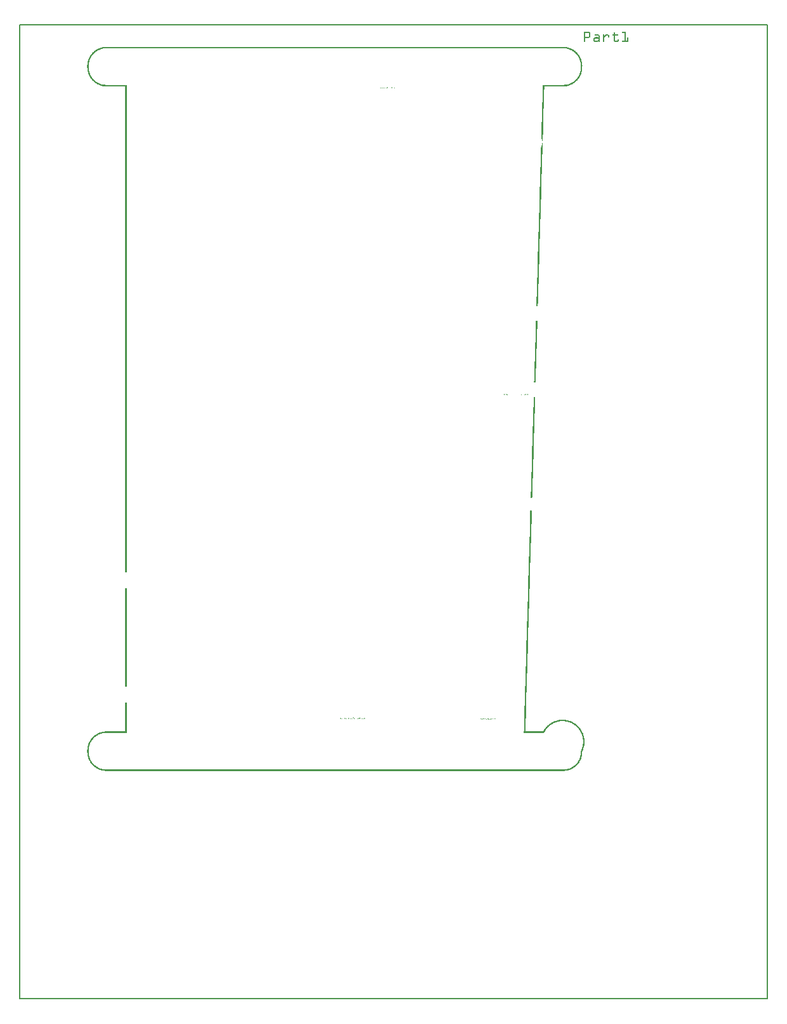
<source format=gto>
G04 MADE WITH FRITZING*
G04 WWW.FRITZING.ORG*
G04 DOUBLE SIDED*
G04 HOLES PLATED*
G04 CONTOUR ON CENTER OF CONTOUR VECTOR*
%ASAXBY*%
%FSLAX23Y23*%
%MOIN*%
%OFA0B0*%
%SFA1.0B1.0*%
%ADD10R,3.937010X5.118120X3.921010X5.102120*%
%ADD11C,0.008000*%
%ADD12R,0.001000X0.001000*%
%LNSILK1*%
G90*
G70*
G54D11*
X4Y5114D02*
X3933Y5114D01*
X3933Y4D01*
X4Y4D01*
X4Y5114D01*
D02*
G54D12*
X2968Y5079D02*
X2994Y5079D01*
X3170Y5079D02*
X3188Y5079D01*
X2968Y5078D02*
X2997Y5078D01*
X3169Y5078D02*
X3188Y5078D01*
X2968Y5077D02*
X2998Y5077D01*
X3169Y5077D02*
X3188Y5077D01*
X2968Y5076D02*
X2999Y5076D01*
X3127Y5076D02*
X3130Y5076D01*
X3168Y5076D02*
X3188Y5076D01*
X2968Y5075D02*
X3000Y5075D01*
X3126Y5075D02*
X3131Y5075D01*
X3169Y5075D02*
X3188Y5075D01*
X2968Y5074D02*
X3001Y5074D01*
X3125Y5074D02*
X3131Y5074D01*
X3169Y5074D02*
X3188Y5074D01*
X2968Y5073D02*
X3001Y5073D01*
X3125Y5073D02*
X3131Y5073D01*
X3170Y5073D02*
X3188Y5073D01*
X2968Y5072D02*
X2974Y5072D01*
X2994Y5072D02*
X3001Y5072D01*
X3125Y5072D02*
X3131Y5072D01*
X3182Y5072D02*
X3188Y5072D01*
X2968Y5071D02*
X2974Y5071D01*
X2995Y5071D02*
X3002Y5071D01*
X3125Y5071D02*
X3131Y5071D01*
X3182Y5071D02*
X3188Y5071D01*
X2968Y5070D02*
X2974Y5070D01*
X2996Y5070D02*
X3002Y5070D01*
X3125Y5070D02*
X3131Y5070D01*
X3182Y5070D02*
X3188Y5070D01*
X2968Y5069D02*
X2974Y5069D01*
X2996Y5069D02*
X3002Y5069D01*
X3125Y5069D02*
X3131Y5069D01*
X3182Y5069D02*
X3188Y5069D01*
X2968Y5068D02*
X2974Y5068D01*
X2996Y5068D02*
X3002Y5068D01*
X3125Y5068D02*
X3131Y5068D01*
X3182Y5068D02*
X3188Y5068D01*
X2968Y5067D02*
X2974Y5067D01*
X2996Y5067D02*
X3002Y5067D01*
X3125Y5067D02*
X3131Y5067D01*
X3182Y5067D02*
X3188Y5067D01*
X2968Y5066D02*
X2974Y5066D01*
X2996Y5066D02*
X3002Y5066D01*
X3125Y5066D02*
X3131Y5066D01*
X3182Y5066D02*
X3188Y5066D01*
X2968Y5065D02*
X2974Y5065D01*
X2996Y5065D02*
X3002Y5065D01*
X3125Y5065D02*
X3131Y5065D01*
X3182Y5065D02*
X3188Y5065D01*
X2968Y5064D02*
X2974Y5064D01*
X2996Y5064D02*
X3002Y5064D01*
X3027Y5064D02*
X3045Y5064D01*
X3070Y5064D02*
X3073Y5064D01*
X3083Y5064D02*
X3095Y5064D01*
X3120Y5064D02*
X3147Y5064D01*
X3182Y5064D02*
X3188Y5064D01*
X2968Y5063D02*
X2974Y5063D01*
X2996Y5063D02*
X3002Y5063D01*
X3026Y5063D02*
X3046Y5063D01*
X3069Y5063D02*
X3074Y5063D01*
X3082Y5063D02*
X3097Y5063D01*
X3119Y5063D02*
X3148Y5063D01*
X3182Y5063D02*
X3188Y5063D01*
X2968Y5062D02*
X2974Y5062D01*
X2996Y5062D02*
X3002Y5062D01*
X3025Y5062D02*
X3048Y5062D01*
X3069Y5062D02*
X3074Y5062D01*
X3081Y5062D02*
X3098Y5062D01*
X3119Y5062D02*
X3148Y5062D01*
X3182Y5062D02*
X3188Y5062D01*
X2968Y5061D02*
X2974Y5061D01*
X2996Y5061D02*
X3002Y5061D01*
X3025Y5061D02*
X3049Y5061D01*
X3068Y5061D02*
X3074Y5061D01*
X3080Y5061D02*
X3099Y5061D01*
X3118Y5061D02*
X3148Y5061D01*
X3182Y5061D02*
X3188Y5061D01*
X2968Y5060D02*
X2974Y5060D01*
X2996Y5060D02*
X3002Y5060D01*
X3026Y5060D02*
X3049Y5060D01*
X3068Y5060D02*
X3074Y5060D01*
X3079Y5060D02*
X3100Y5060D01*
X3119Y5060D02*
X3148Y5060D01*
X3182Y5060D02*
X3188Y5060D01*
X2968Y5059D02*
X2974Y5059D01*
X2996Y5059D02*
X3002Y5059D01*
X3026Y5059D02*
X3050Y5059D01*
X3068Y5059D02*
X3074Y5059D01*
X3078Y5059D02*
X3101Y5059D01*
X3119Y5059D02*
X3148Y5059D01*
X3182Y5059D02*
X3188Y5059D01*
X2968Y5058D02*
X2974Y5058D01*
X2996Y5058D02*
X3002Y5058D01*
X3027Y5058D02*
X3050Y5058D01*
X3068Y5058D02*
X3074Y5058D01*
X3076Y5058D02*
X3101Y5058D01*
X3121Y5058D02*
X3146Y5058D01*
X3182Y5058D02*
X3188Y5058D01*
X2968Y5057D02*
X2974Y5057D01*
X2996Y5057D02*
X3002Y5057D01*
X3044Y5057D02*
X3051Y5057D01*
X3068Y5057D02*
X3085Y5057D01*
X3095Y5057D02*
X3102Y5057D01*
X3125Y5057D02*
X3131Y5057D01*
X3182Y5057D02*
X3188Y5057D01*
X2968Y5056D02*
X2974Y5056D01*
X2996Y5056D02*
X3002Y5056D01*
X3044Y5056D02*
X3051Y5056D01*
X3068Y5056D02*
X3084Y5056D01*
X3095Y5056D02*
X3102Y5056D01*
X3125Y5056D02*
X3131Y5056D01*
X3182Y5056D02*
X3188Y5056D01*
X2968Y5055D02*
X2974Y5055D01*
X2996Y5055D02*
X3002Y5055D01*
X3045Y5055D02*
X3051Y5055D01*
X3068Y5055D02*
X3083Y5055D01*
X3096Y5055D02*
X3102Y5055D01*
X3125Y5055D02*
X3131Y5055D01*
X3182Y5055D02*
X3188Y5055D01*
X2968Y5054D02*
X2974Y5054D01*
X2995Y5054D02*
X3002Y5054D01*
X3045Y5054D02*
X3051Y5054D01*
X3068Y5054D02*
X3082Y5054D01*
X3096Y5054D02*
X3102Y5054D01*
X3125Y5054D02*
X3131Y5054D01*
X3182Y5054D02*
X3188Y5054D01*
X2968Y5053D02*
X2975Y5053D01*
X2993Y5053D02*
X3001Y5053D01*
X3045Y5053D02*
X3051Y5053D01*
X3068Y5053D02*
X3080Y5053D01*
X3096Y5053D02*
X3102Y5053D01*
X3125Y5053D02*
X3131Y5053D01*
X3182Y5053D02*
X3188Y5053D01*
X2968Y5052D02*
X3001Y5052D01*
X3045Y5052D02*
X3051Y5052D01*
X3068Y5052D02*
X3079Y5052D01*
X3096Y5052D02*
X3102Y5052D01*
X3125Y5052D02*
X3131Y5052D01*
X3182Y5052D02*
X3188Y5052D01*
X2968Y5051D02*
X3000Y5051D01*
X3045Y5051D02*
X3051Y5051D01*
X3068Y5051D02*
X3078Y5051D01*
X3096Y5051D02*
X3102Y5051D01*
X3125Y5051D02*
X3131Y5051D01*
X3182Y5051D02*
X3188Y5051D01*
X2968Y5050D02*
X3000Y5050D01*
X3029Y5050D02*
X3041Y5050D01*
X3045Y5050D02*
X3051Y5050D01*
X3068Y5050D02*
X3077Y5050D01*
X3097Y5050D02*
X3101Y5050D01*
X3125Y5050D02*
X3131Y5050D01*
X3182Y5050D02*
X3188Y5050D01*
X2968Y5049D02*
X2999Y5049D01*
X3024Y5049D02*
X3051Y5049D01*
X3068Y5049D02*
X3076Y5049D01*
X3099Y5049D02*
X3099Y5049D01*
X3125Y5049D02*
X3131Y5049D01*
X3182Y5049D02*
X3188Y5049D01*
X3197Y5049D02*
X3201Y5049D01*
X2968Y5048D02*
X2998Y5048D01*
X3023Y5048D02*
X3051Y5048D01*
X3068Y5048D02*
X3075Y5048D01*
X3125Y5048D02*
X3131Y5048D01*
X3182Y5048D02*
X3188Y5048D01*
X3196Y5048D02*
X3202Y5048D01*
X2968Y5047D02*
X2996Y5047D01*
X3021Y5047D02*
X3051Y5047D01*
X3068Y5047D02*
X3074Y5047D01*
X3125Y5047D02*
X3131Y5047D01*
X3182Y5047D02*
X3188Y5047D01*
X3196Y5047D02*
X3202Y5047D01*
X2968Y5046D02*
X2992Y5046D01*
X3021Y5046D02*
X3051Y5046D01*
X3068Y5046D02*
X3074Y5046D01*
X3125Y5046D02*
X3131Y5046D01*
X3182Y5046D02*
X3188Y5046D01*
X3196Y5046D02*
X3202Y5046D01*
X2968Y5045D02*
X2974Y5045D01*
X3020Y5045D02*
X3051Y5045D01*
X3068Y5045D02*
X3074Y5045D01*
X3125Y5045D02*
X3131Y5045D01*
X3182Y5045D02*
X3188Y5045D01*
X3196Y5045D02*
X3202Y5045D01*
X2968Y5044D02*
X2974Y5044D01*
X3019Y5044D02*
X3051Y5044D01*
X3068Y5044D02*
X3074Y5044D01*
X3125Y5044D02*
X3131Y5044D01*
X3182Y5044D02*
X3188Y5044D01*
X3196Y5044D02*
X3202Y5044D01*
X2968Y5043D02*
X2974Y5043D01*
X3019Y5043D02*
X3028Y5043D01*
X3042Y5043D02*
X3051Y5043D01*
X3068Y5043D02*
X3074Y5043D01*
X3125Y5043D02*
X3131Y5043D01*
X3182Y5043D02*
X3188Y5043D01*
X3196Y5043D02*
X3202Y5043D01*
X2968Y5042D02*
X2974Y5042D01*
X3019Y5042D02*
X3025Y5042D01*
X3044Y5042D02*
X3051Y5042D01*
X3068Y5042D02*
X3074Y5042D01*
X3125Y5042D02*
X3131Y5042D01*
X3182Y5042D02*
X3188Y5042D01*
X3196Y5042D02*
X3202Y5042D01*
X2968Y5041D02*
X2974Y5041D01*
X3018Y5041D02*
X3025Y5041D01*
X3045Y5041D02*
X3052Y5041D01*
X3068Y5041D02*
X3074Y5041D01*
X3125Y5041D02*
X3131Y5041D01*
X3182Y5041D02*
X3188Y5041D01*
X3196Y5041D02*
X3202Y5041D01*
X2968Y5040D02*
X2974Y5040D01*
X3018Y5040D02*
X3024Y5040D01*
X3045Y5040D02*
X3052Y5040D01*
X3068Y5040D02*
X3074Y5040D01*
X3125Y5040D02*
X3131Y5040D01*
X3182Y5040D02*
X3188Y5040D01*
X3196Y5040D02*
X3202Y5040D01*
X2968Y5039D02*
X2974Y5039D01*
X3018Y5039D02*
X3024Y5039D01*
X3046Y5039D02*
X3052Y5039D01*
X3068Y5039D02*
X3074Y5039D01*
X3125Y5039D02*
X3131Y5039D01*
X3182Y5039D02*
X3188Y5039D01*
X3196Y5039D02*
X3202Y5039D01*
X2968Y5038D02*
X2974Y5038D01*
X3018Y5038D02*
X3024Y5038D01*
X3046Y5038D02*
X3052Y5038D01*
X3068Y5038D02*
X3074Y5038D01*
X3125Y5038D02*
X3131Y5038D01*
X3148Y5038D02*
X3149Y5038D01*
X3182Y5038D02*
X3188Y5038D01*
X3196Y5038D02*
X3202Y5038D01*
X2968Y5037D02*
X2974Y5037D01*
X3018Y5037D02*
X3024Y5037D01*
X3045Y5037D02*
X3052Y5037D01*
X3068Y5037D02*
X3074Y5037D01*
X3125Y5037D02*
X3131Y5037D01*
X3147Y5037D02*
X3151Y5037D01*
X3182Y5037D02*
X3188Y5037D01*
X3196Y5037D02*
X3202Y5037D01*
X2968Y5036D02*
X2974Y5036D01*
X3018Y5036D02*
X3024Y5036D01*
X3044Y5036D02*
X3052Y5036D01*
X3068Y5036D02*
X3074Y5036D01*
X3125Y5036D02*
X3131Y5036D01*
X3146Y5036D02*
X3152Y5036D01*
X3182Y5036D02*
X3188Y5036D01*
X3196Y5036D02*
X3202Y5036D01*
X2968Y5035D02*
X2974Y5035D01*
X3018Y5035D02*
X3025Y5035D01*
X3043Y5035D02*
X3052Y5035D01*
X3068Y5035D02*
X3074Y5035D01*
X3125Y5035D02*
X3131Y5035D01*
X3146Y5035D02*
X3152Y5035D01*
X3182Y5035D02*
X3188Y5035D01*
X3196Y5035D02*
X3202Y5035D01*
X2968Y5034D02*
X2974Y5034D01*
X3019Y5034D02*
X3025Y5034D01*
X3041Y5034D02*
X3052Y5034D01*
X3068Y5034D02*
X3074Y5034D01*
X3125Y5034D02*
X3132Y5034D01*
X3145Y5034D02*
X3152Y5034D01*
X3182Y5034D02*
X3188Y5034D01*
X3196Y5034D02*
X3202Y5034D01*
X2968Y5033D02*
X2974Y5033D01*
X3019Y5033D02*
X3026Y5033D01*
X3039Y5033D02*
X3052Y5033D01*
X3068Y5033D02*
X3074Y5033D01*
X3126Y5033D02*
X3133Y5033D01*
X3144Y5033D02*
X3152Y5033D01*
X3182Y5033D02*
X3188Y5033D01*
X3196Y5033D02*
X3202Y5033D01*
X2968Y5032D02*
X2974Y5032D01*
X3019Y5032D02*
X3052Y5032D01*
X3068Y5032D02*
X3074Y5032D01*
X3126Y5032D02*
X3151Y5032D01*
X3170Y5032D02*
X3202Y5032D01*
X2968Y5031D02*
X2974Y5031D01*
X3020Y5031D02*
X3052Y5031D01*
X3068Y5031D02*
X3074Y5031D01*
X3126Y5031D02*
X3151Y5031D01*
X3169Y5031D02*
X3202Y5031D01*
X2968Y5030D02*
X2974Y5030D01*
X3020Y5030D02*
X3052Y5030D01*
X3068Y5030D02*
X3074Y5030D01*
X3127Y5030D02*
X3150Y5030D01*
X3169Y5030D02*
X3202Y5030D01*
X2968Y5029D02*
X2974Y5029D01*
X3021Y5029D02*
X3052Y5029D01*
X3068Y5029D02*
X3074Y5029D01*
X3128Y5029D02*
X3149Y5029D01*
X3168Y5029D02*
X3202Y5029D01*
X2969Y5028D02*
X2974Y5028D01*
X3022Y5028D02*
X3044Y5028D01*
X3046Y5028D02*
X3052Y5028D01*
X3069Y5028D02*
X3074Y5028D01*
X3129Y5028D02*
X3148Y5028D01*
X3169Y5028D02*
X3202Y5028D01*
X2969Y5027D02*
X2974Y5027D01*
X3023Y5027D02*
X3042Y5027D01*
X3047Y5027D02*
X3051Y5027D01*
X3069Y5027D02*
X3074Y5027D01*
X3130Y5027D02*
X3147Y5027D01*
X3169Y5027D02*
X3201Y5027D01*
X2970Y5026D02*
X2973Y5026D01*
X3025Y5026D02*
X3040Y5026D01*
X3047Y5026D02*
X3050Y5026D01*
X3070Y5026D02*
X3073Y5026D01*
X3132Y5026D02*
X3145Y5026D01*
X3170Y5026D02*
X3200Y5026D01*
X450Y4999D02*
X2870Y4999D01*
X443Y4998D02*
X2877Y4998D01*
X438Y4997D02*
X2882Y4997D01*
X434Y4996D02*
X2886Y4996D01*
X431Y4995D02*
X2889Y4995D01*
X428Y4994D02*
X2892Y4994D01*
X425Y4993D02*
X2895Y4993D01*
X422Y4992D02*
X2898Y4992D01*
X420Y4991D02*
X449Y4991D01*
X2871Y4991D02*
X2900Y4991D01*
X418Y4990D02*
X442Y4990D01*
X2878Y4990D02*
X2902Y4990D01*
X416Y4989D02*
X437Y4989D01*
X2882Y4989D02*
X2904Y4989D01*
X414Y4988D02*
X434Y4988D01*
X2886Y4988D02*
X2906Y4988D01*
X412Y4987D02*
X430Y4987D01*
X2890Y4987D02*
X2908Y4987D01*
X410Y4986D02*
X428Y4986D01*
X2892Y4986D02*
X2910Y4986D01*
X408Y4985D02*
X425Y4985D01*
X2895Y4985D02*
X2911Y4985D01*
X407Y4984D02*
X423Y4984D01*
X2897Y4984D02*
X2913Y4984D01*
X405Y4983D02*
X421Y4983D01*
X2899Y4983D02*
X2915Y4983D01*
X404Y4982D02*
X418Y4982D01*
X2902Y4982D02*
X2916Y4982D01*
X402Y4981D02*
X416Y4981D01*
X2903Y4981D02*
X2918Y4981D01*
X401Y4980D02*
X415Y4980D01*
X2905Y4980D02*
X2919Y4980D01*
X400Y4979D02*
X413Y4979D01*
X2907Y4979D02*
X2920Y4979D01*
X398Y4978D02*
X411Y4978D01*
X2909Y4978D02*
X2922Y4978D01*
X397Y4977D02*
X410Y4977D01*
X2910Y4977D02*
X2923Y4977D01*
X396Y4976D02*
X408Y4976D01*
X2912Y4976D02*
X2924Y4976D01*
X395Y4975D02*
X407Y4975D01*
X2913Y4975D02*
X2925Y4975D01*
X394Y4974D02*
X405Y4974D01*
X2914Y4974D02*
X2926Y4974D01*
X392Y4973D02*
X404Y4973D01*
X2916Y4973D02*
X2927Y4973D01*
X391Y4972D02*
X403Y4972D01*
X2917Y4972D02*
X2928Y4972D01*
X390Y4971D02*
X401Y4971D01*
X2919Y4971D02*
X2930Y4971D01*
X389Y4970D02*
X400Y4970D01*
X2920Y4970D02*
X2931Y4970D01*
X388Y4969D02*
X399Y4969D01*
X2921Y4969D02*
X2931Y4969D01*
X387Y4968D02*
X398Y4968D01*
X2922Y4968D02*
X2932Y4968D01*
X387Y4967D02*
X397Y4967D01*
X2923Y4967D02*
X2933Y4967D01*
X386Y4966D02*
X396Y4966D01*
X2924Y4966D02*
X2934Y4966D01*
X385Y4965D02*
X395Y4965D01*
X2925Y4965D02*
X2935Y4965D01*
X384Y4964D02*
X394Y4964D01*
X2926Y4964D02*
X2936Y4964D01*
X383Y4963D02*
X393Y4963D01*
X2927Y4963D02*
X2937Y4963D01*
X382Y4962D02*
X392Y4962D01*
X2928Y4962D02*
X2938Y4962D01*
X381Y4961D02*
X391Y4961D01*
X2929Y4961D02*
X2938Y4961D01*
X381Y4960D02*
X390Y4960D01*
X2930Y4960D02*
X2939Y4960D01*
X380Y4959D02*
X389Y4959D01*
X2931Y4959D02*
X2940Y4959D01*
X379Y4958D02*
X388Y4958D01*
X2932Y4958D02*
X2941Y4958D01*
X379Y4957D02*
X387Y4957D01*
X2932Y4957D02*
X2941Y4957D01*
X378Y4956D02*
X387Y4956D01*
X2933Y4956D02*
X2942Y4956D01*
X377Y4955D02*
X386Y4955D01*
X2934Y4955D02*
X2943Y4955D01*
X377Y4954D02*
X385Y4954D01*
X2935Y4954D02*
X2943Y4954D01*
X376Y4953D02*
X385Y4953D01*
X2935Y4953D02*
X2944Y4953D01*
X375Y4952D02*
X384Y4952D01*
X2936Y4952D02*
X2945Y4952D01*
X375Y4951D02*
X383Y4951D01*
X2937Y4951D02*
X2945Y4951D01*
X374Y4950D02*
X382Y4950D01*
X2938Y4950D02*
X2946Y4950D01*
X374Y4949D02*
X382Y4949D01*
X2938Y4949D02*
X2946Y4949D01*
X373Y4948D02*
X381Y4948D01*
X2939Y4948D02*
X2947Y4948D01*
X372Y4947D02*
X381Y4947D01*
X2939Y4947D02*
X2947Y4947D01*
X372Y4946D02*
X380Y4946D01*
X2940Y4946D02*
X2948Y4946D01*
X371Y4945D02*
X379Y4945D01*
X2940Y4945D02*
X2949Y4945D01*
X371Y4944D02*
X379Y4944D01*
X2941Y4944D02*
X2949Y4944D01*
X370Y4943D02*
X378Y4943D01*
X2942Y4943D02*
X2950Y4943D01*
X370Y4942D02*
X378Y4942D01*
X2942Y4942D02*
X2950Y4942D01*
X369Y4941D02*
X377Y4941D01*
X2943Y4941D02*
X2950Y4941D01*
X369Y4940D02*
X377Y4940D01*
X2943Y4940D02*
X2951Y4940D01*
X369Y4939D02*
X376Y4939D01*
X2944Y4939D02*
X2951Y4939D01*
X368Y4938D02*
X376Y4938D01*
X2944Y4938D02*
X2952Y4938D01*
X368Y4937D02*
X375Y4937D01*
X2945Y4937D02*
X2952Y4937D01*
X367Y4936D02*
X375Y4936D01*
X2945Y4936D02*
X2953Y4936D01*
X367Y4935D02*
X374Y4935D01*
X2945Y4935D02*
X2953Y4935D01*
X367Y4934D02*
X374Y4934D01*
X2946Y4934D02*
X2953Y4934D01*
X366Y4933D02*
X374Y4933D01*
X2946Y4933D02*
X2954Y4933D01*
X366Y4932D02*
X373Y4932D01*
X2947Y4932D02*
X2954Y4932D01*
X366Y4931D02*
X373Y4931D01*
X2947Y4931D02*
X2954Y4931D01*
X365Y4930D02*
X372Y4930D01*
X2947Y4930D02*
X2955Y4930D01*
X365Y4929D02*
X372Y4929D01*
X2948Y4929D02*
X2955Y4929D01*
X365Y4928D02*
X372Y4928D01*
X2948Y4928D02*
X2955Y4928D01*
X364Y4927D02*
X371Y4927D01*
X2948Y4927D02*
X2956Y4927D01*
X364Y4926D02*
X371Y4926D01*
X2949Y4926D02*
X2956Y4926D01*
X364Y4925D02*
X371Y4925D01*
X2949Y4925D02*
X2956Y4925D01*
X363Y4924D02*
X371Y4924D01*
X2949Y4924D02*
X2956Y4924D01*
X363Y4923D02*
X370Y4923D01*
X2950Y4923D02*
X2957Y4923D01*
X363Y4922D02*
X370Y4922D01*
X2950Y4922D02*
X2957Y4922D01*
X363Y4921D02*
X370Y4921D01*
X2950Y4921D02*
X2957Y4921D01*
X363Y4920D02*
X370Y4920D01*
X2950Y4920D02*
X2957Y4920D01*
X362Y4919D02*
X369Y4919D01*
X2950Y4919D02*
X2958Y4919D01*
X362Y4918D02*
X369Y4918D01*
X2951Y4918D02*
X2958Y4918D01*
X362Y4917D02*
X369Y4917D01*
X2951Y4917D02*
X2958Y4917D01*
X362Y4916D02*
X369Y4916D01*
X2951Y4916D02*
X2958Y4916D01*
X362Y4915D02*
X369Y4915D01*
X2951Y4915D02*
X2958Y4915D01*
X361Y4914D02*
X368Y4914D01*
X2951Y4914D02*
X2958Y4914D01*
X361Y4913D02*
X368Y4913D01*
X2952Y4913D02*
X2959Y4913D01*
X361Y4912D02*
X368Y4912D01*
X2952Y4912D02*
X2959Y4912D01*
X361Y4911D02*
X368Y4911D01*
X2952Y4911D02*
X2959Y4911D01*
X361Y4910D02*
X368Y4910D01*
X2952Y4910D02*
X2959Y4910D01*
X361Y4909D02*
X368Y4909D01*
X2952Y4909D02*
X2959Y4909D01*
X361Y4908D02*
X368Y4908D01*
X2952Y4908D02*
X2959Y4908D01*
X361Y4907D02*
X368Y4907D01*
X2952Y4907D02*
X2959Y4907D01*
X361Y4906D02*
X368Y4906D01*
X2952Y4906D02*
X2959Y4906D01*
X361Y4905D02*
X368Y4905D01*
X2952Y4905D02*
X2959Y4905D01*
X360Y4904D02*
X367Y4904D01*
X2952Y4904D02*
X2959Y4904D01*
X360Y4903D02*
X367Y4903D01*
X2952Y4903D02*
X2959Y4903D01*
X360Y4902D02*
X367Y4902D01*
X2952Y4902D02*
X2959Y4902D01*
X360Y4901D02*
X367Y4901D01*
X2953Y4901D02*
X2960Y4901D01*
X360Y4900D02*
X367Y4900D01*
X2953Y4900D02*
X2960Y4900D01*
X360Y4899D02*
X367Y4899D01*
X2952Y4899D02*
X2959Y4899D01*
X360Y4898D02*
X367Y4898D01*
X2952Y4898D02*
X2959Y4898D01*
X360Y4897D02*
X367Y4897D01*
X2952Y4897D02*
X2959Y4897D01*
X360Y4896D02*
X367Y4896D01*
X2952Y4896D02*
X2960Y4896D01*
X360Y4895D02*
X367Y4895D01*
X2952Y4895D02*
X2959Y4895D01*
X360Y4894D02*
X367Y4894D01*
X2952Y4894D02*
X2959Y4894D01*
X360Y4893D02*
X367Y4893D01*
X2952Y4893D02*
X2959Y4893D01*
X360Y4892D02*
X367Y4892D01*
X2952Y4892D02*
X2959Y4892D01*
X360Y4891D02*
X367Y4891D01*
X2953Y4891D02*
X2960Y4891D01*
X360Y4890D02*
X367Y4890D01*
X2952Y4890D02*
X2959Y4890D01*
X360Y4889D02*
X367Y4889D01*
X2952Y4889D02*
X2959Y4889D01*
X360Y4888D02*
X367Y4888D01*
X2952Y4888D02*
X2959Y4888D01*
X361Y4887D02*
X368Y4887D01*
X2952Y4887D02*
X2959Y4887D01*
X361Y4886D02*
X368Y4886D01*
X2952Y4886D02*
X2959Y4886D01*
X361Y4885D02*
X368Y4885D01*
X2952Y4885D02*
X2959Y4885D01*
X361Y4884D02*
X368Y4884D01*
X2952Y4884D02*
X2959Y4884D01*
X361Y4883D02*
X368Y4883D01*
X2952Y4883D02*
X2959Y4883D01*
X361Y4882D02*
X368Y4882D01*
X2952Y4882D02*
X2959Y4882D01*
X361Y4881D02*
X368Y4881D01*
X2952Y4881D02*
X2959Y4881D01*
X361Y4880D02*
X368Y4880D01*
X2952Y4880D02*
X2959Y4880D01*
X361Y4879D02*
X368Y4879D01*
X2952Y4879D02*
X2959Y4879D01*
X361Y4878D02*
X368Y4878D01*
X2951Y4878D02*
X2958Y4878D01*
X362Y4877D02*
X369Y4877D01*
X2951Y4877D02*
X2958Y4877D01*
X362Y4876D02*
X369Y4876D01*
X2951Y4876D02*
X2958Y4876D01*
X362Y4875D02*
X369Y4875D01*
X2951Y4875D02*
X2958Y4875D01*
X362Y4874D02*
X369Y4874D01*
X2951Y4874D02*
X2958Y4874D01*
X362Y4873D02*
X369Y4873D01*
X2951Y4873D02*
X2958Y4873D01*
X362Y4872D02*
X369Y4872D01*
X2950Y4872D02*
X2957Y4872D01*
X363Y4871D02*
X370Y4871D01*
X2950Y4871D02*
X2957Y4871D01*
X363Y4870D02*
X370Y4870D01*
X2950Y4870D02*
X2957Y4870D01*
X363Y4869D02*
X370Y4869D01*
X2950Y4869D02*
X2957Y4869D01*
X363Y4868D02*
X370Y4868D01*
X2949Y4868D02*
X2957Y4868D01*
X364Y4867D02*
X371Y4867D01*
X2949Y4867D02*
X2956Y4867D01*
X364Y4866D02*
X371Y4866D01*
X2949Y4866D02*
X2956Y4866D01*
X364Y4865D02*
X371Y4865D01*
X2949Y4865D02*
X2956Y4865D01*
X364Y4864D02*
X372Y4864D01*
X2948Y4864D02*
X2955Y4864D01*
X365Y4863D02*
X372Y4863D01*
X2948Y4863D02*
X2955Y4863D01*
X365Y4862D02*
X372Y4862D01*
X2948Y4862D02*
X2955Y4862D01*
X365Y4861D02*
X373Y4861D01*
X2947Y4861D02*
X2955Y4861D01*
X366Y4860D02*
X373Y4860D01*
X2947Y4860D02*
X2954Y4860D01*
X366Y4859D02*
X373Y4859D01*
X2947Y4859D02*
X2954Y4859D01*
X366Y4858D02*
X374Y4858D01*
X2946Y4858D02*
X2953Y4858D01*
X367Y4857D02*
X374Y4857D01*
X2946Y4857D02*
X2953Y4857D01*
X367Y4856D02*
X375Y4856D01*
X2945Y4856D02*
X2953Y4856D01*
X368Y4855D02*
X375Y4855D01*
X2945Y4855D02*
X2952Y4855D01*
X368Y4854D02*
X376Y4854D01*
X2944Y4854D02*
X2952Y4854D01*
X368Y4853D02*
X376Y4853D01*
X2944Y4853D02*
X2952Y4853D01*
X369Y4852D02*
X376Y4852D01*
X2943Y4852D02*
X2951Y4852D01*
X369Y4851D02*
X377Y4851D01*
X2943Y4851D02*
X2951Y4851D01*
X370Y4850D02*
X377Y4850D01*
X2942Y4850D02*
X2950Y4850D01*
X370Y4849D02*
X378Y4849D01*
X2942Y4849D02*
X2950Y4849D01*
X371Y4848D02*
X379Y4848D01*
X2941Y4848D02*
X2949Y4848D01*
X371Y4847D02*
X379Y4847D01*
X2941Y4847D02*
X2949Y4847D01*
X372Y4846D02*
X380Y4846D01*
X2940Y4846D02*
X2948Y4846D01*
X372Y4845D02*
X380Y4845D01*
X2940Y4845D02*
X2948Y4845D01*
X373Y4844D02*
X381Y4844D01*
X2939Y4844D02*
X2947Y4844D01*
X373Y4843D02*
X381Y4843D01*
X2938Y4843D02*
X2947Y4843D01*
X374Y4842D02*
X382Y4842D01*
X2938Y4842D02*
X2946Y4842D01*
X374Y4841D02*
X383Y4841D01*
X2937Y4841D02*
X2946Y4841D01*
X375Y4840D02*
X383Y4840D01*
X2936Y4840D02*
X2945Y4840D01*
X376Y4839D02*
X384Y4839D01*
X2936Y4839D02*
X2944Y4839D01*
X376Y4838D02*
X385Y4838D01*
X2935Y4838D02*
X2944Y4838D01*
X377Y4837D02*
X386Y4837D01*
X2934Y4837D02*
X2943Y4837D01*
X378Y4836D02*
X386Y4836D01*
X2934Y4836D02*
X2942Y4836D01*
X378Y4835D02*
X387Y4835D01*
X2933Y4835D02*
X2942Y4835D01*
X379Y4834D02*
X388Y4834D01*
X2932Y4834D02*
X2941Y4834D01*
X380Y4833D02*
X389Y4833D01*
X2931Y4833D02*
X2940Y4833D01*
X380Y4832D02*
X390Y4832D01*
X2930Y4832D02*
X2940Y4832D01*
X381Y4831D02*
X391Y4831D01*
X2929Y4831D02*
X2939Y4831D01*
X382Y4830D02*
X391Y4830D01*
X2928Y4830D02*
X2938Y4830D01*
X383Y4829D02*
X392Y4829D01*
X2928Y4829D02*
X2937Y4829D01*
X383Y4828D02*
X393Y4828D01*
X2927Y4828D02*
X2936Y4828D01*
X384Y4827D02*
X394Y4827D01*
X2926Y4827D02*
X2936Y4827D01*
X385Y4826D02*
X395Y4826D01*
X2925Y4826D02*
X2935Y4826D01*
X386Y4825D02*
X396Y4825D01*
X2924Y4825D02*
X2934Y4825D01*
X387Y4824D02*
X397Y4824D01*
X2922Y4824D02*
X2933Y4824D01*
X388Y4823D02*
X399Y4823D01*
X2921Y4823D02*
X2932Y4823D01*
X389Y4822D02*
X400Y4822D01*
X2920Y4822D02*
X2931Y4822D01*
X390Y4821D02*
X401Y4821D01*
X2919Y4821D02*
X2930Y4821D01*
X391Y4820D02*
X402Y4820D01*
X2918Y4820D02*
X2929Y4820D01*
X392Y4819D02*
X403Y4819D01*
X2917Y4819D02*
X2928Y4819D01*
X393Y4818D02*
X405Y4818D01*
X2915Y4818D02*
X2927Y4818D01*
X394Y4817D02*
X406Y4817D01*
X2914Y4817D02*
X2926Y4817D01*
X395Y4816D02*
X407Y4816D01*
X2912Y4816D02*
X2925Y4816D01*
X396Y4815D02*
X409Y4815D01*
X2911Y4815D02*
X2923Y4815D01*
X398Y4814D02*
X410Y4814D01*
X2909Y4814D02*
X2922Y4814D01*
X399Y4813D02*
X412Y4813D01*
X2908Y4813D02*
X2921Y4813D01*
X400Y4812D02*
X414Y4812D01*
X2906Y4812D02*
X2920Y4812D01*
X402Y4811D02*
X416Y4811D01*
X2904Y4811D02*
X2918Y4811D01*
X403Y4810D02*
X417Y4810D01*
X2903Y4810D02*
X2917Y4810D01*
X405Y4809D02*
X419Y4809D01*
X2900Y4809D02*
X2915Y4809D01*
X406Y4808D02*
X422Y4808D01*
X2898Y4808D02*
X2914Y4808D01*
X408Y4807D02*
X424Y4807D01*
X2896Y4807D02*
X2912Y4807D01*
X409Y4806D02*
X426Y4806D01*
X2894Y4806D02*
X2911Y4806D01*
X411Y4805D02*
X429Y4805D01*
X2891Y4805D02*
X2909Y4805D01*
X413Y4804D02*
X432Y4804D01*
X2888Y4804D02*
X2907Y4804D01*
X415Y4803D02*
X435Y4803D01*
X2884Y4803D02*
X2905Y4803D01*
X417Y4802D02*
X440Y4802D01*
X2880Y4802D02*
X2903Y4802D01*
X419Y4801D02*
X445Y4801D01*
X2875Y4801D02*
X2901Y4801D01*
X421Y4800D02*
X455Y4800D01*
X2865Y4800D02*
X2899Y4800D01*
X424Y4799D02*
X567Y4799D01*
X2753Y4799D02*
X2896Y4799D01*
X426Y4798D02*
X567Y4798D01*
X2753Y4798D02*
X2894Y4798D01*
X429Y4797D02*
X567Y4797D01*
X2753Y4797D02*
X2891Y4797D01*
X432Y4796D02*
X567Y4796D01*
X2753Y4796D02*
X2888Y4796D01*
X436Y4795D02*
X567Y4795D01*
X2753Y4795D02*
X2884Y4795D01*
X440Y4794D02*
X567Y4794D01*
X2753Y4794D02*
X2880Y4794D01*
X446Y4793D02*
X567Y4793D01*
X2753Y4793D02*
X2874Y4793D01*
X457Y4792D02*
X567Y4792D01*
X2753Y4792D02*
X2863Y4792D01*
X560Y4791D02*
X567Y4791D01*
X2753Y4791D02*
X2760Y4791D01*
X560Y4790D02*
X567Y4790D01*
X2753Y4790D02*
X2760Y4790D01*
X560Y4789D02*
X567Y4789D01*
X2753Y4789D02*
X2760Y4789D01*
X560Y4788D02*
X567Y4788D01*
X1900Y4788D02*
X1902Y4788D01*
X1905Y4788D02*
X1907Y4788D01*
X1911Y4788D02*
X1914Y4788D01*
X1919Y4788D02*
X1919Y4788D01*
X1926Y4788D02*
X1926Y4788D01*
X1929Y4788D02*
X1932Y4788D01*
X1935Y4788D02*
X1937Y4788D01*
X1941Y4788D02*
X1941Y4788D01*
X1944Y4788D02*
X1944Y4788D01*
X1947Y4788D02*
X1950Y4788D01*
X1959Y4788D02*
X1962Y4788D01*
X1968Y4788D02*
X1968Y4788D01*
X1971Y4788D02*
X1973Y4788D01*
X2753Y4788D02*
X2760Y4788D01*
X560Y4787D02*
X567Y4787D01*
X1902Y4787D02*
X1902Y4787D01*
X1908Y4787D02*
X1908Y4787D01*
X1911Y4787D02*
X1911Y4787D01*
X1914Y4787D02*
X1914Y4787D01*
X1919Y4787D02*
X1919Y4787D01*
X1926Y4787D02*
X1926Y4787D01*
X1932Y4787D02*
X1932Y4787D01*
X1937Y4787D02*
X1937Y4787D01*
X1941Y4787D02*
X1941Y4787D01*
X1944Y4787D02*
X1944Y4787D01*
X1948Y4787D02*
X1948Y4787D01*
X1960Y4787D02*
X1960Y4787D01*
X1968Y4787D02*
X1968Y4787D01*
X1971Y4787D02*
X1971Y4787D01*
X2753Y4787D02*
X2760Y4787D01*
X560Y4786D02*
X567Y4786D01*
X1899Y4786D02*
X1902Y4786D01*
X1911Y4786D02*
X1914Y4786D01*
X1919Y4786D02*
X1919Y4786D01*
X1926Y4786D02*
X1926Y4786D01*
X1929Y4786D02*
X1932Y4786D01*
X1937Y4786D02*
X1937Y4786D01*
X1941Y4786D02*
X1941Y4786D01*
X1944Y4786D02*
X1944Y4786D01*
X1948Y4786D02*
X1948Y4786D01*
X1960Y4786D02*
X1960Y4786D01*
X1966Y4786D02*
X1968Y4786D01*
X1972Y4786D02*
X1972Y4786D01*
X2753Y4786D02*
X2760Y4786D01*
X560Y4785D02*
X567Y4785D01*
X1899Y4785D02*
X1899Y4785D01*
X1902Y4785D02*
X1902Y4785D01*
X1908Y4785D02*
X1908Y4785D01*
X1911Y4785D02*
X1911Y4785D01*
X1919Y4785D02*
X1919Y4785D01*
X1923Y4785D02*
X1923Y4785D01*
X1925Y4785D02*
X1926Y4785D01*
X1929Y4785D02*
X1929Y4785D01*
X1932Y4785D02*
X1932Y4785D01*
X1937Y4785D02*
X1937Y4785D01*
X1941Y4785D02*
X1941Y4785D01*
X1943Y4785D02*
X1944Y4785D01*
X1948Y4785D02*
X1948Y4785D01*
X1960Y4785D02*
X1960Y4785D01*
X1965Y4785D02*
X1965Y4785D01*
X1968Y4785D02*
X1968Y4785D01*
X1972Y4785D02*
X1972Y4785D01*
X2753Y4785D02*
X2760Y4785D01*
X560Y4784D02*
X567Y4784D01*
X1900Y4784D02*
X1901Y4784D01*
X1906Y4784D02*
X1907Y4784D01*
X1912Y4784D02*
X1913Y4784D01*
X1918Y4784D02*
X1920Y4784D01*
X1924Y4784D02*
X1925Y4784D01*
X1930Y4784D02*
X1931Y4784D01*
X1936Y4784D02*
X1938Y4784D01*
X1942Y4784D02*
X1942Y4784D01*
X1948Y4784D02*
X1948Y4784D01*
X1960Y4784D02*
X1960Y4784D01*
X1965Y4784D02*
X1965Y4784D01*
X1968Y4784D02*
X1968Y4784D01*
X1973Y4784D02*
X1973Y4784D01*
X2753Y4784D02*
X2760Y4784D01*
X560Y4783D02*
X567Y4783D01*
X1919Y4783D02*
X1919Y4783D01*
X1937Y4783D02*
X1937Y4783D01*
X1948Y4783D02*
X1949Y4783D01*
X1960Y4783D02*
X1961Y4783D01*
X1965Y4783D02*
X1965Y4783D01*
X1968Y4783D02*
X1968Y4783D01*
X1971Y4783D02*
X1971Y4783D01*
X1973Y4783D02*
X1974Y4783D01*
X2753Y4783D02*
X2760Y4783D01*
X560Y4782D02*
X567Y4782D01*
X2753Y4782D02*
X2760Y4782D01*
X560Y4781D02*
X567Y4781D01*
X2753Y4781D02*
X2760Y4781D01*
X560Y4780D02*
X567Y4780D01*
X2753Y4780D02*
X2760Y4780D01*
X560Y4779D02*
X567Y4779D01*
X2753Y4779D02*
X2760Y4779D01*
X560Y4778D02*
X567Y4778D01*
X2753Y4778D02*
X2760Y4778D01*
X560Y4777D02*
X567Y4777D01*
X2753Y4777D02*
X2760Y4777D01*
X560Y4776D02*
X567Y4776D01*
X2752Y4776D02*
X2759Y4776D01*
X560Y4775D02*
X567Y4775D01*
X2752Y4775D02*
X2759Y4775D01*
X560Y4774D02*
X567Y4774D01*
X2752Y4774D02*
X2759Y4774D01*
X560Y4773D02*
X567Y4773D01*
X2752Y4773D02*
X2759Y4773D01*
X560Y4772D02*
X567Y4772D01*
X2752Y4772D02*
X2759Y4772D01*
X560Y4771D02*
X567Y4771D01*
X2752Y4771D02*
X2759Y4771D01*
X560Y4770D02*
X567Y4770D01*
X2752Y4770D02*
X2759Y4770D01*
X560Y4769D02*
X567Y4769D01*
X2752Y4769D02*
X2759Y4769D01*
X560Y4768D02*
X567Y4768D01*
X2752Y4768D02*
X2759Y4768D01*
X560Y4767D02*
X567Y4767D01*
X2752Y4767D02*
X2759Y4767D01*
X560Y4766D02*
X567Y4766D01*
X2752Y4766D02*
X2759Y4766D01*
X560Y4765D02*
X567Y4765D01*
X2752Y4765D02*
X2759Y4765D01*
X560Y4764D02*
X567Y4764D01*
X2752Y4764D02*
X2759Y4764D01*
X560Y4763D02*
X567Y4763D01*
X2752Y4763D02*
X2759Y4763D01*
X560Y4762D02*
X567Y4762D01*
X2752Y4762D02*
X2759Y4762D01*
X560Y4761D02*
X567Y4761D01*
X2752Y4761D02*
X2759Y4761D01*
X560Y4760D02*
X567Y4760D01*
X2752Y4760D02*
X2759Y4760D01*
X560Y4759D02*
X567Y4759D01*
X2752Y4759D02*
X2759Y4759D01*
X560Y4758D02*
X567Y4758D01*
X2752Y4758D02*
X2759Y4758D01*
X560Y4757D02*
X567Y4757D01*
X2752Y4757D02*
X2759Y4757D01*
X560Y4756D02*
X567Y4756D01*
X2752Y4756D02*
X2759Y4756D01*
X560Y4755D02*
X567Y4755D01*
X2752Y4755D02*
X2759Y4755D01*
X560Y4754D02*
X567Y4754D01*
X2752Y4754D02*
X2759Y4754D01*
X560Y4753D02*
X567Y4753D01*
X2752Y4753D02*
X2759Y4753D01*
X560Y4752D02*
X567Y4752D01*
X2752Y4752D02*
X2759Y4752D01*
X560Y4751D02*
X567Y4751D01*
X2752Y4751D02*
X2759Y4751D01*
X560Y4750D02*
X567Y4750D01*
X2752Y4750D02*
X2759Y4750D01*
X560Y4749D02*
X567Y4749D01*
X2752Y4749D02*
X2759Y4749D01*
X560Y4748D02*
X567Y4748D01*
X2752Y4748D02*
X2759Y4748D01*
X560Y4747D02*
X567Y4747D01*
X2752Y4747D02*
X2759Y4747D01*
X560Y4746D02*
X567Y4746D01*
X2752Y4746D02*
X2759Y4746D01*
X560Y4745D02*
X567Y4745D01*
X2752Y4745D02*
X2759Y4745D01*
X560Y4744D02*
X567Y4744D01*
X2752Y4744D02*
X2759Y4744D01*
X560Y4743D02*
X567Y4743D01*
X2752Y4743D02*
X2759Y4743D01*
X560Y4742D02*
X567Y4742D01*
X2751Y4742D02*
X2758Y4742D01*
X560Y4741D02*
X567Y4741D01*
X2751Y4741D02*
X2758Y4741D01*
X560Y4740D02*
X567Y4740D01*
X2751Y4740D02*
X2758Y4740D01*
X560Y4739D02*
X567Y4739D01*
X2751Y4739D02*
X2758Y4739D01*
X560Y4738D02*
X567Y4738D01*
X2751Y4738D02*
X2758Y4738D01*
X560Y4737D02*
X567Y4737D01*
X2751Y4737D02*
X2758Y4737D01*
X560Y4736D02*
X567Y4736D01*
X2751Y4736D02*
X2758Y4736D01*
X560Y4735D02*
X567Y4735D01*
X2751Y4735D02*
X2758Y4735D01*
X560Y4734D02*
X567Y4734D01*
X2751Y4734D02*
X2758Y4734D01*
X560Y4733D02*
X567Y4733D01*
X2751Y4733D02*
X2758Y4733D01*
X560Y4732D02*
X567Y4732D01*
X2751Y4732D02*
X2758Y4732D01*
X560Y4731D02*
X567Y4731D01*
X2751Y4731D02*
X2758Y4731D01*
X560Y4730D02*
X567Y4730D01*
X2751Y4730D02*
X2758Y4730D01*
X560Y4729D02*
X567Y4729D01*
X2751Y4729D02*
X2758Y4729D01*
X560Y4728D02*
X567Y4728D01*
X2751Y4728D02*
X2758Y4728D01*
X560Y4727D02*
X567Y4727D01*
X2751Y4727D02*
X2758Y4727D01*
X560Y4726D02*
X567Y4726D01*
X2751Y4726D02*
X2758Y4726D01*
X560Y4725D02*
X567Y4725D01*
X2751Y4725D02*
X2758Y4725D01*
X560Y4724D02*
X567Y4724D01*
X2751Y4724D02*
X2758Y4724D01*
X560Y4723D02*
X567Y4723D01*
X2751Y4723D02*
X2758Y4723D01*
X560Y4722D02*
X567Y4722D01*
X2751Y4722D02*
X2758Y4722D01*
X560Y4721D02*
X567Y4721D01*
X2751Y4721D02*
X2758Y4721D01*
X560Y4720D02*
X567Y4720D01*
X2751Y4720D02*
X2758Y4720D01*
X560Y4719D02*
X567Y4719D01*
X2751Y4719D02*
X2758Y4719D01*
X560Y4718D02*
X567Y4718D01*
X2751Y4718D02*
X2758Y4718D01*
X560Y4717D02*
X567Y4717D01*
X2751Y4717D02*
X2758Y4717D01*
X560Y4716D02*
X567Y4716D01*
X2751Y4716D02*
X2758Y4716D01*
X560Y4715D02*
X567Y4715D01*
X2751Y4715D02*
X2758Y4715D01*
X560Y4714D02*
X567Y4714D01*
X2751Y4714D02*
X2758Y4714D01*
X560Y4713D02*
X567Y4713D01*
X2751Y4713D02*
X2758Y4713D01*
X560Y4712D02*
X567Y4712D01*
X2751Y4712D02*
X2758Y4712D01*
X560Y4711D02*
X567Y4711D01*
X2751Y4711D02*
X2758Y4711D01*
X560Y4710D02*
X567Y4710D01*
X2751Y4710D02*
X2758Y4710D01*
X560Y4709D02*
X567Y4709D01*
X2751Y4709D02*
X2758Y4709D01*
X560Y4708D02*
X567Y4708D01*
X2750Y4708D02*
X2757Y4708D01*
X560Y4707D02*
X567Y4707D01*
X2750Y4707D02*
X2757Y4707D01*
X560Y4706D02*
X567Y4706D01*
X2750Y4706D02*
X2757Y4706D01*
X560Y4705D02*
X567Y4705D01*
X2750Y4705D02*
X2757Y4705D01*
X560Y4704D02*
X567Y4704D01*
X2750Y4704D02*
X2757Y4704D01*
X560Y4703D02*
X567Y4703D01*
X2750Y4703D02*
X2757Y4703D01*
X560Y4702D02*
X567Y4702D01*
X2750Y4702D02*
X2757Y4702D01*
X560Y4701D02*
X567Y4701D01*
X2750Y4701D02*
X2757Y4701D01*
X560Y4700D02*
X567Y4700D01*
X2750Y4700D02*
X2757Y4700D01*
X560Y4699D02*
X567Y4699D01*
X2750Y4699D02*
X2757Y4699D01*
X560Y4698D02*
X567Y4698D01*
X2750Y4698D02*
X2757Y4698D01*
X560Y4697D02*
X567Y4697D01*
X2750Y4697D02*
X2757Y4697D01*
X560Y4696D02*
X567Y4696D01*
X2750Y4696D02*
X2757Y4696D01*
X560Y4695D02*
X567Y4695D01*
X2750Y4695D02*
X2757Y4695D01*
X560Y4694D02*
X567Y4694D01*
X2750Y4694D02*
X2757Y4694D01*
X560Y4693D02*
X567Y4693D01*
X2750Y4693D02*
X2757Y4693D01*
X560Y4692D02*
X567Y4692D01*
X2750Y4692D02*
X2757Y4692D01*
X560Y4691D02*
X567Y4691D01*
X2750Y4691D02*
X2757Y4691D01*
X560Y4690D02*
X567Y4690D01*
X2750Y4690D02*
X2757Y4690D01*
X560Y4689D02*
X567Y4689D01*
X2750Y4689D02*
X2757Y4689D01*
X560Y4688D02*
X567Y4688D01*
X2750Y4688D02*
X2757Y4688D01*
X560Y4687D02*
X567Y4687D01*
X2750Y4687D02*
X2757Y4687D01*
X560Y4686D02*
X567Y4686D01*
X2750Y4686D02*
X2757Y4686D01*
X560Y4685D02*
X567Y4685D01*
X2750Y4685D02*
X2757Y4685D01*
X560Y4684D02*
X567Y4684D01*
X2750Y4684D02*
X2757Y4684D01*
X560Y4683D02*
X567Y4683D01*
X2750Y4683D02*
X2757Y4683D01*
X560Y4682D02*
X567Y4682D01*
X2750Y4682D02*
X2757Y4682D01*
X560Y4681D02*
X567Y4681D01*
X2750Y4681D02*
X2757Y4681D01*
X560Y4680D02*
X567Y4680D01*
X2750Y4680D02*
X2757Y4680D01*
X560Y4679D02*
X567Y4679D01*
X2750Y4679D02*
X2757Y4679D01*
X560Y4678D02*
X567Y4678D01*
X2750Y4678D02*
X2757Y4678D01*
X560Y4677D02*
X567Y4677D01*
X2750Y4677D02*
X2757Y4677D01*
X560Y4676D02*
X567Y4676D01*
X2750Y4676D02*
X2757Y4676D01*
X560Y4675D02*
X567Y4675D01*
X2750Y4675D02*
X2757Y4675D01*
X560Y4674D02*
X567Y4674D01*
X2749Y4674D02*
X2756Y4674D01*
X560Y4673D02*
X567Y4673D01*
X2749Y4673D02*
X2756Y4673D01*
X560Y4672D02*
X567Y4672D01*
X2749Y4672D02*
X2756Y4672D01*
X560Y4671D02*
X567Y4671D01*
X2749Y4671D02*
X2756Y4671D01*
X560Y4670D02*
X567Y4670D01*
X2749Y4670D02*
X2756Y4670D01*
X560Y4669D02*
X567Y4669D01*
X2749Y4669D02*
X2756Y4669D01*
X560Y4668D02*
X567Y4668D01*
X2749Y4668D02*
X2756Y4668D01*
X560Y4667D02*
X567Y4667D01*
X2749Y4667D02*
X2756Y4667D01*
X560Y4666D02*
X567Y4666D01*
X2749Y4666D02*
X2756Y4666D01*
X560Y4665D02*
X567Y4665D01*
X2749Y4665D02*
X2756Y4665D01*
X560Y4664D02*
X567Y4664D01*
X2749Y4664D02*
X2756Y4664D01*
X560Y4663D02*
X567Y4663D01*
X2749Y4663D02*
X2756Y4663D01*
X560Y4662D02*
X567Y4662D01*
X2749Y4662D02*
X2756Y4662D01*
X560Y4661D02*
X567Y4661D01*
X2749Y4661D02*
X2756Y4661D01*
X560Y4660D02*
X567Y4660D01*
X2749Y4660D02*
X2756Y4660D01*
X560Y4659D02*
X567Y4659D01*
X2749Y4659D02*
X2756Y4659D01*
X560Y4658D02*
X567Y4658D01*
X2749Y4658D02*
X2756Y4658D01*
X560Y4657D02*
X567Y4657D01*
X2749Y4657D02*
X2756Y4657D01*
X560Y4656D02*
X567Y4656D01*
X2749Y4656D02*
X2756Y4656D01*
X560Y4655D02*
X567Y4655D01*
X2749Y4655D02*
X2756Y4655D01*
X560Y4654D02*
X567Y4654D01*
X2749Y4654D02*
X2756Y4654D01*
X560Y4653D02*
X567Y4653D01*
X2749Y4653D02*
X2756Y4653D01*
X560Y4652D02*
X567Y4652D01*
X2749Y4652D02*
X2756Y4652D01*
X560Y4651D02*
X567Y4651D01*
X2749Y4651D02*
X2756Y4651D01*
X560Y4650D02*
X567Y4650D01*
X2749Y4650D02*
X2756Y4650D01*
X560Y4649D02*
X567Y4649D01*
X2749Y4649D02*
X2756Y4649D01*
X560Y4648D02*
X567Y4648D01*
X2749Y4648D02*
X2756Y4648D01*
X560Y4647D02*
X567Y4647D01*
X2749Y4647D02*
X2756Y4647D01*
X560Y4646D02*
X567Y4646D01*
X2749Y4646D02*
X2756Y4646D01*
X560Y4645D02*
X567Y4645D01*
X2749Y4645D02*
X2756Y4645D01*
X560Y4644D02*
X567Y4644D01*
X2749Y4644D02*
X2756Y4644D01*
X560Y4643D02*
X567Y4643D01*
X2749Y4643D02*
X2756Y4643D01*
X560Y4642D02*
X567Y4642D01*
X2749Y4642D02*
X2756Y4642D01*
X560Y4641D02*
X567Y4641D01*
X2749Y4641D02*
X2756Y4641D01*
X560Y4640D02*
X567Y4640D01*
X2748Y4640D02*
X2755Y4640D01*
X560Y4639D02*
X567Y4639D01*
X2748Y4639D02*
X2755Y4639D01*
X560Y4638D02*
X567Y4638D01*
X2748Y4638D02*
X2755Y4638D01*
X560Y4637D02*
X567Y4637D01*
X2748Y4637D02*
X2755Y4637D01*
X560Y4636D02*
X567Y4636D01*
X2748Y4636D02*
X2755Y4636D01*
X560Y4635D02*
X567Y4635D01*
X2748Y4635D02*
X2755Y4635D01*
X560Y4634D02*
X567Y4634D01*
X2748Y4634D02*
X2755Y4634D01*
X560Y4633D02*
X567Y4633D01*
X2748Y4633D02*
X2755Y4633D01*
X560Y4632D02*
X567Y4632D01*
X2748Y4632D02*
X2755Y4632D01*
X560Y4631D02*
X567Y4631D01*
X2748Y4631D02*
X2755Y4631D01*
X560Y4630D02*
X567Y4630D01*
X2748Y4630D02*
X2755Y4630D01*
X560Y4629D02*
X567Y4629D01*
X2748Y4629D02*
X2755Y4629D01*
X560Y4628D02*
X567Y4628D01*
X2748Y4628D02*
X2755Y4628D01*
X560Y4627D02*
X567Y4627D01*
X2748Y4627D02*
X2755Y4627D01*
X560Y4626D02*
X567Y4626D01*
X2748Y4626D02*
X2755Y4626D01*
X560Y4625D02*
X567Y4625D01*
X2748Y4625D02*
X2755Y4625D01*
X560Y4624D02*
X567Y4624D01*
X2748Y4624D02*
X2755Y4624D01*
X560Y4623D02*
X567Y4623D01*
X2748Y4623D02*
X2755Y4623D01*
X560Y4622D02*
X567Y4622D01*
X2748Y4622D02*
X2755Y4622D01*
X560Y4621D02*
X567Y4621D01*
X2748Y4621D02*
X2755Y4621D01*
X560Y4620D02*
X567Y4620D01*
X2748Y4620D02*
X2755Y4620D01*
X560Y4619D02*
X567Y4619D01*
X2748Y4619D02*
X2755Y4619D01*
X560Y4618D02*
X567Y4618D01*
X2748Y4618D02*
X2755Y4618D01*
X560Y4617D02*
X567Y4617D01*
X2748Y4617D02*
X2755Y4617D01*
X560Y4616D02*
X567Y4616D01*
X2748Y4616D02*
X2755Y4616D01*
X560Y4615D02*
X567Y4615D01*
X2748Y4615D02*
X2755Y4615D01*
X560Y4614D02*
X567Y4614D01*
X2748Y4614D02*
X2755Y4614D01*
X560Y4613D02*
X567Y4613D01*
X2748Y4613D02*
X2755Y4613D01*
X560Y4612D02*
X567Y4612D01*
X2748Y4612D02*
X2755Y4612D01*
X560Y4611D02*
X567Y4611D01*
X2748Y4611D02*
X2755Y4611D01*
X560Y4610D02*
X567Y4610D01*
X2748Y4610D02*
X2755Y4610D01*
X560Y4609D02*
X567Y4609D01*
X2748Y4609D02*
X2755Y4609D01*
X560Y4608D02*
X567Y4608D01*
X2748Y4608D02*
X2755Y4608D01*
X560Y4607D02*
X567Y4607D01*
X2748Y4607D02*
X2755Y4607D01*
X560Y4606D02*
X567Y4606D01*
X2747Y4606D02*
X2754Y4606D01*
X560Y4605D02*
X567Y4605D01*
X2747Y4605D02*
X2754Y4605D01*
X560Y4604D02*
X567Y4604D01*
X2747Y4604D02*
X2754Y4604D01*
X560Y4603D02*
X567Y4603D01*
X2747Y4603D02*
X2754Y4603D01*
X560Y4602D02*
X567Y4602D01*
X2747Y4602D02*
X2754Y4602D01*
X560Y4601D02*
X567Y4601D01*
X2747Y4601D02*
X2754Y4601D01*
X560Y4600D02*
X567Y4600D01*
X2747Y4600D02*
X2754Y4600D01*
X560Y4599D02*
X567Y4599D01*
X2747Y4599D02*
X2754Y4599D01*
X560Y4598D02*
X567Y4598D01*
X2747Y4598D02*
X2754Y4598D01*
X560Y4597D02*
X567Y4597D01*
X2747Y4597D02*
X2754Y4597D01*
X560Y4596D02*
X567Y4596D01*
X2747Y4596D02*
X2754Y4596D01*
X560Y4595D02*
X567Y4595D01*
X2747Y4595D02*
X2754Y4595D01*
X560Y4594D02*
X567Y4594D01*
X2747Y4594D02*
X2754Y4594D01*
X560Y4593D02*
X567Y4593D01*
X2747Y4593D02*
X2754Y4593D01*
X560Y4592D02*
X567Y4592D01*
X2747Y4592D02*
X2754Y4592D01*
X560Y4591D02*
X567Y4591D01*
X2747Y4591D02*
X2754Y4591D01*
X560Y4590D02*
X567Y4590D01*
X2747Y4590D02*
X2754Y4590D01*
X560Y4589D02*
X567Y4589D01*
X2747Y4589D02*
X2754Y4589D01*
X560Y4588D02*
X567Y4588D01*
X2747Y4588D02*
X2754Y4588D01*
X560Y4587D02*
X567Y4587D01*
X2747Y4587D02*
X2754Y4587D01*
X560Y4586D02*
X567Y4586D01*
X2747Y4586D02*
X2754Y4586D01*
X560Y4585D02*
X567Y4585D01*
X2747Y4585D02*
X2754Y4585D01*
X560Y4584D02*
X567Y4584D01*
X2747Y4584D02*
X2754Y4584D01*
X560Y4583D02*
X567Y4583D01*
X2747Y4583D02*
X2754Y4583D01*
X560Y4582D02*
X567Y4582D01*
X2747Y4582D02*
X2754Y4582D01*
X560Y4581D02*
X567Y4581D01*
X2747Y4581D02*
X2754Y4581D01*
X560Y4580D02*
X567Y4580D01*
X2747Y4580D02*
X2754Y4580D01*
X560Y4579D02*
X567Y4579D01*
X2747Y4579D02*
X2754Y4579D01*
X560Y4578D02*
X567Y4578D01*
X2747Y4578D02*
X2754Y4578D01*
X560Y4577D02*
X567Y4577D01*
X2747Y4577D02*
X2754Y4577D01*
X560Y4576D02*
X567Y4576D01*
X2747Y4576D02*
X2754Y4576D01*
X560Y4575D02*
X567Y4575D01*
X2747Y4575D02*
X2754Y4575D01*
X560Y4574D02*
X567Y4574D01*
X2747Y4574D02*
X2754Y4574D01*
X560Y4573D02*
X567Y4573D01*
X2747Y4573D02*
X2754Y4573D01*
X560Y4572D02*
X567Y4572D01*
X2746Y4572D02*
X2753Y4572D01*
X560Y4571D02*
X567Y4571D01*
X2746Y4571D02*
X2753Y4571D01*
X560Y4570D02*
X567Y4570D01*
X2746Y4570D02*
X2753Y4570D01*
X560Y4569D02*
X567Y4569D01*
X2746Y4569D02*
X2753Y4569D01*
X560Y4568D02*
X567Y4568D01*
X2746Y4568D02*
X2753Y4568D01*
X560Y4567D02*
X567Y4567D01*
X2746Y4567D02*
X2753Y4567D01*
X560Y4566D02*
X567Y4566D01*
X2746Y4566D02*
X2753Y4566D01*
X560Y4565D02*
X567Y4565D01*
X2746Y4565D02*
X2753Y4565D01*
X560Y4564D02*
X567Y4564D01*
X2746Y4564D02*
X2753Y4564D01*
X560Y4563D02*
X567Y4563D01*
X2746Y4563D02*
X2753Y4563D01*
X560Y4562D02*
X567Y4562D01*
X2746Y4562D02*
X2753Y4562D01*
X560Y4561D02*
X567Y4561D01*
X2746Y4561D02*
X2753Y4561D01*
X560Y4560D02*
X567Y4560D01*
X2746Y4560D02*
X2753Y4560D01*
X560Y4559D02*
X567Y4559D01*
X2746Y4559D02*
X2753Y4559D01*
X560Y4558D02*
X567Y4558D01*
X2746Y4558D02*
X2753Y4558D01*
X560Y4557D02*
X567Y4557D01*
X2746Y4557D02*
X2753Y4557D01*
X560Y4556D02*
X567Y4556D01*
X2746Y4556D02*
X2753Y4556D01*
X560Y4555D02*
X567Y4555D01*
X2746Y4555D02*
X2753Y4555D01*
X560Y4554D02*
X567Y4554D01*
X2746Y4554D02*
X2753Y4554D01*
X560Y4553D02*
X567Y4553D01*
X2746Y4553D02*
X2753Y4553D01*
X560Y4552D02*
X567Y4552D01*
X2746Y4552D02*
X2753Y4552D01*
X560Y4551D02*
X567Y4551D01*
X2746Y4551D02*
X2753Y4551D01*
X560Y4550D02*
X567Y4550D01*
X2746Y4550D02*
X2753Y4550D01*
X560Y4549D02*
X567Y4549D01*
X2746Y4549D02*
X2753Y4549D01*
X560Y4548D02*
X567Y4548D01*
X2746Y4548D02*
X2753Y4548D01*
X560Y4547D02*
X567Y4547D01*
X2746Y4547D02*
X2753Y4547D01*
X560Y4546D02*
X567Y4546D01*
X2746Y4546D02*
X2753Y4546D01*
X560Y4545D02*
X567Y4545D01*
X2746Y4545D02*
X2753Y4545D01*
X560Y4544D02*
X567Y4544D01*
X2746Y4544D02*
X2753Y4544D01*
X560Y4543D02*
X567Y4543D01*
X2746Y4543D02*
X2753Y4543D01*
X560Y4542D02*
X567Y4542D01*
X2746Y4542D02*
X2753Y4542D01*
X560Y4541D02*
X567Y4541D01*
X2746Y4541D02*
X2753Y4541D01*
X560Y4540D02*
X567Y4540D01*
X2746Y4540D02*
X2753Y4540D01*
X560Y4539D02*
X567Y4539D01*
X2746Y4539D02*
X2753Y4539D01*
X560Y4538D02*
X567Y4538D01*
X2745Y4538D02*
X2752Y4538D01*
X560Y4537D02*
X567Y4537D01*
X2745Y4537D02*
X2752Y4537D01*
X560Y4536D02*
X567Y4536D01*
X2745Y4536D02*
X2752Y4536D01*
X560Y4535D02*
X567Y4535D01*
X2745Y4535D02*
X2752Y4535D01*
X560Y4534D02*
X567Y4534D01*
X2745Y4534D02*
X2752Y4534D01*
X560Y4533D02*
X567Y4533D01*
X2745Y4533D02*
X2752Y4533D01*
X560Y4532D02*
X567Y4532D01*
X2745Y4532D02*
X2752Y4532D01*
X560Y4531D02*
X567Y4531D01*
X2745Y4531D02*
X2752Y4531D01*
X560Y4530D02*
X567Y4530D01*
X2745Y4530D02*
X2752Y4530D01*
X560Y4529D02*
X567Y4529D01*
X2745Y4529D02*
X2752Y4529D01*
X560Y4528D02*
X567Y4528D01*
X2745Y4528D02*
X2752Y4528D01*
X560Y4527D02*
X567Y4527D01*
X2745Y4527D02*
X2752Y4527D01*
X560Y4526D02*
X567Y4526D01*
X2745Y4526D02*
X2752Y4526D01*
X560Y4525D02*
X567Y4525D01*
X2745Y4525D02*
X2752Y4525D01*
X560Y4524D02*
X567Y4524D01*
X2745Y4524D02*
X2752Y4524D01*
X560Y4523D02*
X567Y4523D01*
X2745Y4523D02*
X2752Y4523D01*
X560Y4522D02*
X567Y4522D01*
X2745Y4522D02*
X2752Y4522D01*
X560Y4521D02*
X567Y4521D01*
X2745Y4521D02*
X2752Y4521D01*
X560Y4520D02*
X567Y4520D01*
X2745Y4520D02*
X2752Y4520D01*
X560Y4519D02*
X567Y4519D01*
X2746Y4519D02*
X2752Y4519D01*
X560Y4518D02*
X567Y4518D01*
X2746Y4518D02*
X2752Y4518D01*
X560Y4517D02*
X567Y4517D01*
X2747Y4517D02*
X2752Y4517D01*
X560Y4516D02*
X567Y4516D01*
X2747Y4516D02*
X2752Y4516D01*
X560Y4515D02*
X567Y4515D01*
X2748Y4515D02*
X2752Y4515D01*
X560Y4514D02*
X567Y4514D01*
X2748Y4514D02*
X2752Y4514D01*
X560Y4513D02*
X567Y4513D01*
X2748Y4513D02*
X2752Y4513D01*
X560Y4512D02*
X567Y4512D01*
X2749Y4512D02*
X2752Y4512D01*
X560Y4511D02*
X567Y4511D01*
X2749Y4511D02*
X2752Y4511D01*
X560Y4510D02*
X567Y4510D01*
X2749Y4510D02*
X2752Y4510D01*
X560Y4509D02*
X567Y4509D01*
X2750Y4509D02*
X2752Y4509D01*
X560Y4508D02*
X567Y4508D01*
X2750Y4508D02*
X2752Y4508D01*
X560Y4507D02*
X567Y4507D01*
X2750Y4507D02*
X2752Y4507D01*
X560Y4506D02*
X567Y4506D01*
X2750Y4506D02*
X2752Y4506D01*
X560Y4505D02*
X567Y4505D01*
X2750Y4505D02*
X2752Y4505D01*
X560Y4504D02*
X567Y4504D01*
X2751Y4504D02*
X2752Y4504D01*
X560Y4503D02*
X567Y4503D01*
X2751Y4503D02*
X2751Y4503D01*
X560Y4502D02*
X567Y4502D01*
X2751Y4502D02*
X2751Y4502D01*
X560Y4501D02*
X567Y4501D01*
X2751Y4501D02*
X2751Y4501D01*
X560Y4500D02*
X567Y4500D01*
X2751Y4500D02*
X2751Y4500D01*
X560Y4499D02*
X567Y4499D01*
X2751Y4499D02*
X2751Y4499D01*
X560Y4498D02*
X567Y4498D01*
X2751Y4498D02*
X2751Y4498D01*
X560Y4497D02*
X567Y4497D01*
X2751Y4497D02*
X2751Y4497D01*
X560Y4496D02*
X567Y4496D01*
X2751Y4496D02*
X2751Y4496D01*
X560Y4495D02*
X567Y4495D01*
X2751Y4495D02*
X2751Y4495D01*
X560Y4494D02*
X567Y4494D01*
X2750Y4494D02*
X2751Y4494D01*
X560Y4493D02*
X567Y4493D01*
X2750Y4493D02*
X2751Y4493D01*
X560Y4492D02*
X567Y4492D01*
X2750Y4492D02*
X2751Y4492D01*
X560Y4491D02*
X567Y4491D01*
X2750Y4491D02*
X2751Y4491D01*
X560Y4490D02*
X567Y4490D01*
X2750Y4490D02*
X2751Y4490D01*
X560Y4489D02*
X567Y4489D01*
X2749Y4489D02*
X2751Y4489D01*
X560Y4488D02*
X567Y4488D01*
X2749Y4488D02*
X2751Y4488D01*
X560Y4487D02*
X567Y4487D01*
X2749Y4487D02*
X2751Y4487D01*
X560Y4486D02*
X567Y4486D01*
X2748Y4486D02*
X2751Y4486D01*
X560Y4485D02*
X567Y4485D01*
X2748Y4485D02*
X2751Y4485D01*
X560Y4484D02*
X567Y4484D01*
X2748Y4484D02*
X2751Y4484D01*
X560Y4483D02*
X567Y4483D01*
X2747Y4483D02*
X2751Y4483D01*
X560Y4482D02*
X567Y4482D01*
X2747Y4482D02*
X2751Y4482D01*
X560Y4481D02*
X567Y4481D01*
X2746Y4481D02*
X2751Y4481D01*
X560Y4480D02*
X567Y4480D01*
X2746Y4480D02*
X2751Y4480D01*
X560Y4479D02*
X567Y4479D01*
X2745Y4479D02*
X2751Y4479D01*
X560Y4478D02*
X567Y4478D01*
X2745Y4478D02*
X2751Y4478D01*
X560Y4477D02*
X567Y4477D01*
X2744Y4477D02*
X2751Y4477D01*
X560Y4476D02*
X567Y4476D01*
X2744Y4476D02*
X2751Y4476D01*
X560Y4475D02*
X567Y4475D01*
X2744Y4475D02*
X2751Y4475D01*
X560Y4474D02*
X567Y4474D01*
X2744Y4474D02*
X2751Y4474D01*
X560Y4473D02*
X567Y4473D01*
X2744Y4473D02*
X2751Y4473D01*
X560Y4472D02*
X567Y4472D01*
X2744Y4472D02*
X2751Y4472D01*
X560Y4471D02*
X567Y4471D01*
X2744Y4471D02*
X2751Y4471D01*
X560Y4470D02*
X567Y4470D01*
X2743Y4470D02*
X2751Y4470D01*
X560Y4469D02*
X567Y4469D01*
X2743Y4469D02*
X2750Y4469D01*
X560Y4468D02*
X567Y4468D01*
X2743Y4468D02*
X2750Y4468D01*
X560Y4467D02*
X567Y4467D01*
X2743Y4467D02*
X2750Y4467D01*
X560Y4466D02*
X567Y4466D01*
X2743Y4466D02*
X2750Y4466D01*
X560Y4465D02*
X567Y4465D01*
X2743Y4465D02*
X2750Y4465D01*
X560Y4464D02*
X567Y4464D01*
X2743Y4464D02*
X2750Y4464D01*
X560Y4463D02*
X567Y4463D01*
X2743Y4463D02*
X2750Y4463D01*
X560Y4462D02*
X567Y4462D01*
X2743Y4462D02*
X2750Y4462D01*
X560Y4461D02*
X567Y4461D01*
X2743Y4461D02*
X2750Y4461D01*
X560Y4460D02*
X567Y4460D01*
X2743Y4460D02*
X2750Y4460D01*
X560Y4459D02*
X567Y4459D01*
X2743Y4459D02*
X2750Y4459D01*
X560Y4458D02*
X567Y4458D01*
X2743Y4458D02*
X2750Y4458D01*
X560Y4457D02*
X567Y4457D01*
X2743Y4457D02*
X2750Y4457D01*
X560Y4456D02*
X567Y4456D01*
X2743Y4456D02*
X2750Y4456D01*
X560Y4455D02*
X567Y4455D01*
X2743Y4455D02*
X2750Y4455D01*
X560Y4454D02*
X567Y4454D01*
X2743Y4454D02*
X2750Y4454D01*
X560Y4453D02*
X567Y4453D01*
X2743Y4453D02*
X2750Y4453D01*
X560Y4452D02*
X567Y4452D01*
X2743Y4452D02*
X2750Y4452D01*
X560Y4451D02*
X567Y4451D01*
X2743Y4451D02*
X2750Y4451D01*
X560Y4450D02*
X567Y4450D01*
X2743Y4450D02*
X2750Y4450D01*
X560Y4449D02*
X567Y4449D01*
X2743Y4449D02*
X2750Y4449D01*
X560Y4448D02*
X567Y4448D01*
X2743Y4448D02*
X2750Y4448D01*
X560Y4447D02*
X567Y4447D01*
X2743Y4447D02*
X2750Y4447D01*
X560Y4446D02*
X567Y4446D01*
X2743Y4446D02*
X2750Y4446D01*
X560Y4445D02*
X567Y4445D01*
X2743Y4445D02*
X2750Y4445D01*
X560Y4444D02*
X567Y4444D01*
X2743Y4444D02*
X2750Y4444D01*
X560Y4443D02*
X567Y4443D01*
X2743Y4443D02*
X2750Y4443D01*
X560Y4442D02*
X567Y4442D01*
X2743Y4442D02*
X2750Y4442D01*
X560Y4441D02*
X567Y4441D01*
X2743Y4441D02*
X2750Y4441D01*
X560Y4440D02*
X567Y4440D01*
X2743Y4440D02*
X2750Y4440D01*
X560Y4439D02*
X567Y4439D01*
X2743Y4439D02*
X2750Y4439D01*
X560Y4438D02*
X567Y4438D01*
X2743Y4438D02*
X2750Y4438D01*
X560Y4437D02*
X567Y4437D01*
X2743Y4437D02*
X2750Y4437D01*
X560Y4436D02*
X567Y4436D01*
X2742Y4436D02*
X2750Y4436D01*
X560Y4435D02*
X567Y4435D01*
X2742Y4435D02*
X2749Y4435D01*
X560Y4434D02*
X567Y4434D01*
X2742Y4434D02*
X2749Y4434D01*
X560Y4433D02*
X567Y4433D01*
X2742Y4433D02*
X2749Y4433D01*
X560Y4432D02*
X567Y4432D01*
X2742Y4432D02*
X2749Y4432D01*
X560Y4431D02*
X567Y4431D01*
X2742Y4431D02*
X2749Y4431D01*
X560Y4430D02*
X567Y4430D01*
X2742Y4430D02*
X2749Y4430D01*
X560Y4429D02*
X567Y4429D01*
X2742Y4429D02*
X2749Y4429D01*
X560Y4428D02*
X567Y4428D01*
X2742Y4428D02*
X2749Y4428D01*
X560Y4427D02*
X567Y4427D01*
X2742Y4427D02*
X2749Y4427D01*
X560Y4426D02*
X567Y4426D01*
X2742Y4426D02*
X2749Y4426D01*
X560Y4425D02*
X567Y4425D01*
X2742Y4425D02*
X2749Y4425D01*
X560Y4424D02*
X567Y4424D01*
X2742Y4424D02*
X2749Y4424D01*
X560Y4423D02*
X567Y4423D01*
X2742Y4423D02*
X2749Y4423D01*
X560Y4422D02*
X567Y4422D01*
X2742Y4422D02*
X2749Y4422D01*
X560Y4421D02*
X567Y4421D01*
X2742Y4421D02*
X2749Y4421D01*
X560Y4420D02*
X567Y4420D01*
X2742Y4420D02*
X2749Y4420D01*
X560Y4419D02*
X567Y4419D01*
X2742Y4419D02*
X2749Y4419D01*
X560Y4418D02*
X567Y4418D01*
X2742Y4418D02*
X2749Y4418D01*
X560Y4417D02*
X567Y4417D01*
X2742Y4417D02*
X2749Y4417D01*
X560Y4416D02*
X567Y4416D01*
X2742Y4416D02*
X2749Y4416D01*
X560Y4415D02*
X567Y4415D01*
X2742Y4415D02*
X2749Y4415D01*
X560Y4414D02*
X567Y4414D01*
X2742Y4414D02*
X2749Y4414D01*
X560Y4413D02*
X567Y4413D01*
X2742Y4413D02*
X2749Y4413D01*
X560Y4412D02*
X567Y4412D01*
X2742Y4412D02*
X2749Y4412D01*
X560Y4411D02*
X567Y4411D01*
X2742Y4411D02*
X2749Y4411D01*
X560Y4410D02*
X567Y4410D01*
X2742Y4410D02*
X2749Y4410D01*
X560Y4409D02*
X567Y4409D01*
X2742Y4409D02*
X2749Y4409D01*
X560Y4408D02*
X567Y4408D01*
X2742Y4408D02*
X2749Y4408D01*
X560Y4407D02*
X567Y4407D01*
X2742Y4407D02*
X2749Y4407D01*
X560Y4406D02*
X567Y4406D01*
X2742Y4406D02*
X2749Y4406D01*
X560Y4405D02*
X567Y4405D01*
X2742Y4405D02*
X2749Y4405D01*
X560Y4404D02*
X567Y4404D01*
X2742Y4404D02*
X2749Y4404D01*
X560Y4403D02*
X567Y4403D01*
X2742Y4403D02*
X2749Y4403D01*
X560Y4402D02*
X567Y4402D01*
X2741Y4402D02*
X2749Y4402D01*
X560Y4401D02*
X567Y4401D01*
X2741Y4401D02*
X2748Y4401D01*
X560Y4400D02*
X567Y4400D01*
X2741Y4400D02*
X2748Y4400D01*
X560Y4399D02*
X567Y4399D01*
X2741Y4399D02*
X2748Y4399D01*
X560Y4398D02*
X567Y4398D01*
X2741Y4398D02*
X2748Y4398D01*
X560Y4397D02*
X567Y4397D01*
X2741Y4397D02*
X2748Y4397D01*
X560Y4396D02*
X567Y4396D01*
X2741Y4396D02*
X2748Y4396D01*
X560Y4395D02*
X567Y4395D01*
X2741Y4395D02*
X2748Y4395D01*
X560Y4394D02*
X567Y4394D01*
X2741Y4394D02*
X2748Y4394D01*
X560Y4393D02*
X567Y4393D01*
X2741Y4393D02*
X2748Y4393D01*
X560Y4392D02*
X567Y4392D01*
X2741Y4392D02*
X2748Y4392D01*
X560Y4391D02*
X567Y4391D01*
X2741Y4391D02*
X2748Y4391D01*
X560Y4390D02*
X567Y4390D01*
X2741Y4390D02*
X2748Y4390D01*
X560Y4389D02*
X567Y4389D01*
X2741Y4389D02*
X2748Y4389D01*
X560Y4388D02*
X567Y4388D01*
X2741Y4388D02*
X2748Y4388D01*
X560Y4387D02*
X567Y4387D01*
X2741Y4387D02*
X2748Y4387D01*
X560Y4386D02*
X567Y4386D01*
X2741Y4386D02*
X2748Y4386D01*
X560Y4385D02*
X567Y4385D01*
X2741Y4385D02*
X2748Y4385D01*
X560Y4384D02*
X567Y4384D01*
X2741Y4384D02*
X2748Y4384D01*
X560Y4383D02*
X567Y4383D01*
X2741Y4383D02*
X2748Y4383D01*
X560Y4382D02*
X567Y4382D01*
X2741Y4382D02*
X2748Y4382D01*
X560Y4381D02*
X567Y4381D01*
X2741Y4381D02*
X2748Y4381D01*
X560Y4380D02*
X567Y4380D01*
X2741Y4380D02*
X2748Y4380D01*
X560Y4379D02*
X567Y4379D01*
X2741Y4379D02*
X2748Y4379D01*
X560Y4378D02*
X567Y4378D01*
X2741Y4378D02*
X2748Y4378D01*
X560Y4377D02*
X567Y4377D01*
X2741Y4377D02*
X2748Y4377D01*
X560Y4376D02*
X567Y4376D01*
X2741Y4376D02*
X2748Y4376D01*
X560Y4375D02*
X567Y4375D01*
X2741Y4375D02*
X2748Y4375D01*
X560Y4374D02*
X567Y4374D01*
X2741Y4374D02*
X2748Y4374D01*
X560Y4373D02*
X567Y4373D01*
X2741Y4373D02*
X2748Y4373D01*
X560Y4372D02*
X567Y4372D01*
X2741Y4372D02*
X2748Y4372D01*
X560Y4371D02*
X567Y4371D01*
X2741Y4371D02*
X2748Y4371D01*
X560Y4370D02*
X567Y4370D01*
X2741Y4370D02*
X2748Y4370D01*
X560Y4369D02*
X567Y4369D01*
X2741Y4369D02*
X2748Y4369D01*
X560Y4368D02*
X567Y4368D01*
X2740Y4368D02*
X2748Y4368D01*
X560Y4367D02*
X567Y4367D01*
X2740Y4367D02*
X2747Y4367D01*
X560Y4366D02*
X567Y4366D01*
X2740Y4366D02*
X2747Y4366D01*
X560Y4365D02*
X567Y4365D01*
X2740Y4365D02*
X2747Y4365D01*
X560Y4364D02*
X567Y4364D01*
X2740Y4364D02*
X2747Y4364D01*
X560Y4363D02*
X567Y4363D01*
X2740Y4363D02*
X2747Y4363D01*
X560Y4362D02*
X567Y4362D01*
X2740Y4362D02*
X2747Y4362D01*
X560Y4361D02*
X567Y4361D01*
X2740Y4361D02*
X2747Y4361D01*
X560Y4360D02*
X567Y4360D01*
X2740Y4360D02*
X2747Y4360D01*
X560Y4359D02*
X567Y4359D01*
X2740Y4359D02*
X2747Y4359D01*
X560Y4358D02*
X567Y4358D01*
X2740Y4358D02*
X2747Y4358D01*
X560Y4357D02*
X567Y4357D01*
X2740Y4357D02*
X2747Y4357D01*
X560Y4356D02*
X567Y4356D01*
X2740Y4356D02*
X2747Y4356D01*
X560Y4355D02*
X567Y4355D01*
X2740Y4355D02*
X2747Y4355D01*
X560Y4354D02*
X567Y4354D01*
X2740Y4354D02*
X2747Y4354D01*
X560Y4353D02*
X567Y4353D01*
X2740Y4353D02*
X2747Y4353D01*
X560Y4352D02*
X567Y4352D01*
X2740Y4352D02*
X2747Y4352D01*
X560Y4351D02*
X567Y4351D01*
X2740Y4351D02*
X2747Y4351D01*
X560Y4350D02*
X567Y4350D01*
X2740Y4350D02*
X2747Y4350D01*
X560Y4349D02*
X567Y4349D01*
X2740Y4349D02*
X2747Y4349D01*
X560Y4348D02*
X567Y4348D01*
X2740Y4348D02*
X2747Y4348D01*
X560Y4347D02*
X567Y4347D01*
X2740Y4347D02*
X2747Y4347D01*
X560Y4346D02*
X567Y4346D01*
X2740Y4346D02*
X2747Y4346D01*
X560Y4345D02*
X567Y4345D01*
X2740Y4345D02*
X2747Y4345D01*
X560Y4344D02*
X567Y4344D01*
X2740Y4344D02*
X2747Y4344D01*
X560Y4343D02*
X567Y4343D01*
X2740Y4343D02*
X2747Y4343D01*
X560Y4342D02*
X567Y4342D01*
X2740Y4342D02*
X2747Y4342D01*
X560Y4341D02*
X567Y4341D01*
X2740Y4341D02*
X2747Y4341D01*
X560Y4340D02*
X567Y4340D01*
X2740Y4340D02*
X2747Y4340D01*
X560Y4339D02*
X567Y4339D01*
X2740Y4339D02*
X2747Y4339D01*
X560Y4338D02*
X567Y4338D01*
X2740Y4338D02*
X2747Y4338D01*
X560Y4337D02*
X567Y4337D01*
X2740Y4337D02*
X2747Y4337D01*
X560Y4336D02*
X567Y4336D01*
X2740Y4336D02*
X2747Y4336D01*
X560Y4335D02*
X567Y4335D01*
X2740Y4335D02*
X2747Y4335D01*
X560Y4334D02*
X567Y4334D01*
X2739Y4334D02*
X2747Y4334D01*
X560Y4333D02*
X567Y4333D01*
X2739Y4333D02*
X2746Y4333D01*
X560Y4332D02*
X567Y4332D01*
X2739Y4332D02*
X2746Y4332D01*
X560Y4331D02*
X567Y4331D01*
X2739Y4331D02*
X2746Y4331D01*
X560Y4330D02*
X567Y4330D01*
X2739Y4330D02*
X2746Y4330D01*
X560Y4329D02*
X567Y4329D01*
X2739Y4329D02*
X2746Y4329D01*
X560Y4328D02*
X567Y4328D01*
X2739Y4328D02*
X2746Y4328D01*
X560Y4327D02*
X567Y4327D01*
X2739Y4327D02*
X2746Y4327D01*
X560Y4326D02*
X567Y4326D01*
X2739Y4326D02*
X2746Y4326D01*
X560Y4325D02*
X567Y4325D01*
X2739Y4325D02*
X2746Y4325D01*
X560Y4324D02*
X567Y4324D01*
X2739Y4324D02*
X2746Y4324D01*
X560Y4323D02*
X567Y4323D01*
X2739Y4323D02*
X2746Y4323D01*
X560Y4322D02*
X567Y4322D01*
X2739Y4322D02*
X2746Y4322D01*
X560Y4321D02*
X567Y4321D01*
X2739Y4321D02*
X2746Y4321D01*
X560Y4320D02*
X567Y4320D01*
X2739Y4320D02*
X2746Y4320D01*
X560Y4319D02*
X567Y4319D01*
X2739Y4319D02*
X2746Y4319D01*
X560Y4318D02*
X567Y4318D01*
X2739Y4318D02*
X2746Y4318D01*
X560Y4317D02*
X567Y4317D01*
X2739Y4317D02*
X2746Y4317D01*
X560Y4316D02*
X567Y4316D01*
X2739Y4316D02*
X2746Y4316D01*
X560Y4315D02*
X567Y4315D01*
X2739Y4315D02*
X2746Y4315D01*
X560Y4314D02*
X567Y4314D01*
X2739Y4314D02*
X2746Y4314D01*
X560Y4313D02*
X567Y4313D01*
X2739Y4313D02*
X2746Y4313D01*
X560Y4312D02*
X567Y4312D01*
X2739Y4312D02*
X2746Y4312D01*
X560Y4311D02*
X567Y4311D01*
X2739Y4311D02*
X2746Y4311D01*
X560Y4310D02*
X567Y4310D01*
X2739Y4310D02*
X2746Y4310D01*
X560Y4309D02*
X567Y4309D01*
X2739Y4309D02*
X2746Y4309D01*
X560Y4308D02*
X567Y4308D01*
X2739Y4308D02*
X2746Y4308D01*
X560Y4307D02*
X567Y4307D01*
X2739Y4307D02*
X2746Y4307D01*
X560Y4306D02*
X567Y4306D01*
X2739Y4306D02*
X2746Y4306D01*
X560Y4305D02*
X567Y4305D01*
X2739Y4305D02*
X2746Y4305D01*
X560Y4304D02*
X567Y4304D01*
X2739Y4304D02*
X2746Y4304D01*
X560Y4303D02*
X567Y4303D01*
X2739Y4303D02*
X2746Y4303D01*
X560Y4302D02*
X567Y4302D01*
X2739Y4302D02*
X2746Y4302D01*
X560Y4301D02*
X567Y4301D01*
X2739Y4301D02*
X2746Y4301D01*
X560Y4300D02*
X567Y4300D01*
X2738Y4300D02*
X2746Y4300D01*
X560Y4299D02*
X567Y4299D01*
X2738Y4299D02*
X2745Y4299D01*
X560Y4298D02*
X567Y4298D01*
X2738Y4298D02*
X2745Y4298D01*
X560Y4297D02*
X567Y4297D01*
X2738Y4297D02*
X2745Y4297D01*
X560Y4296D02*
X567Y4296D01*
X2738Y4296D02*
X2745Y4296D01*
X560Y4295D02*
X567Y4295D01*
X2738Y4295D02*
X2745Y4295D01*
X560Y4294D02*
X567Y4294D01*
X2738Y4294D02*
X2745Y4294D01*
X560Y4293D02*
X567Y4293D01*
X2738Y4293D02*
X2745Y4293D01*
X560Y4292D02*
X567Y4292D01*
X2738Y4292D02*
X2745Y4292D01*
X560Y4291D02*
X567Y4291D01*
X2738Y4291D02*
X2745Y4291D01*
X560Y4290D02*
X567Y4290D01*
X2738Y4290D02*
X2745Y4290D01*
X560Y4289D02*
X567Y4289D01*
X2738Y4289D02*
X2745Y4289D01*
X560Y4288D02*
X567Y4288D01*
X2738Y4288D02*
X2745Y4288D01*
X560Y4287D02*
X567Y4287D01*
X2738Y4287D02*
X2745Y4287D01*
X560Y4286D02*
X567Y4286D01*
X2738Y4286D02*
X2745Y4286D01*
X560Y4285D02*
X567Y4285D01*
X2738Y4285D02*
X2745Y4285D01*
X560Y4284D02*
X567Y4284D01*
X2738Y4284D02*
X2745Y4284D01*
X560Y4283D02*
X567Y4283D01*
X2738Y4283D02*
X2745Y4283D01*
X560Y4282D02*
X567Y4282D01*
X2738Y4282D02*
X2745Y4282D01*
X560Y4281D02*
X567Y4281D01*
X2738Y4281D02*
X2745Y4281D01*
X560Y4280D02*
X567Y4280D01*
X2738Y4280D02*
X2745Y4280D01*
X560Y4279D02*
X567Y4279D01*
X2738Y4279D02*
X2745Y4279D01*
X560Y4278D02*
X567Y4278D01*
X2738Y4278D02*
X2745Y4278D01*
X560Y4277D02*
X567Y4277D01*
X2738Y4277D02*
X2745Y4277D01*
X560Y4276D02*
X567Y4276D01*
X2738Y4276D02*
X2745Y4276D01*
X560Y4275D02*
X567Y4275D01*
X2738Y4275D02*
X2745Y4275D01*
X560Y4274D02*
X567Y4274D01*
X2738Y4274D02*
X2745Y4274D01*
X560Y4273D02*
X567Y4273D01*
X2738Y4273D02*
X2745Y4273D01*
X560Y4272D02*
X567Y4272D01*
X2738Y4272D02*
X2745Y4272D01*
X560Y4271D02*
X567Y4271D01*
X2738Y4271D02*
X2745Y4271D01*
X560Y4270D02*
X567Y4270D01*
X2738Y4270D02*
X2745Y4270D01*
X560Y4269D02*
X567Y4269D01*
X2738Y4269D02*
X2745Y4269D01*
X560Y4268D02*
X567Y4268D01*
X2738Y4268D02*
X2745Y4268D01*
X560Y4267D02*
X567Y4267D01*
X2738Y4267D02*
X2745Y4267D01*
X560Y4266D02*
X567Y4266D01*
X2737Y4266D02*
X2745Y4266D01*
X560Y4265D02*
X567Y4265D01*
X2737Y4265D02*
X2744Y4265D01*
X560Y4264D02*
X567Y4264D01*
X2737Y4264D02*
X2744Y4264D01*
X560Y4263D02*
X567Y4263D01*
X2737Y4263D02*
X2744Y4263D01*
X560Y4262D02*
X567Y4262D01*
X2737Y4262D02*
X2744Y4262D01*
X560Y4261D02*
X567Y4261D01*
X2737Y4261D02*
X2744Y4261D01*
X560Y4260D02*
X567Y4260D01*
X2737Y4260D02*
X2744Y4260D01*
X560Y4259D02*
X567Y4259D01*
X2737Y4259D02*
X2744Y4259D01*
X560Y4258D02*
X567Y4258D01*
X2737Y4258D02*
X2744Y4258D01*
X560Y4257D02*
X567Y4257D01*
X2737Y4257D02*
X2744Y4257D01*
X560Y4256D02*
X567Y4256D01*
X2737Y4256D02*
X2744Y4256D01*
X560Y4255D02*
X567Y4255D01*
X2737Y4255D02*
X2744Y4255D01*
X560Y4254D02*
X567Y4254D01*
X2737Y4254D02*
X2744Y4254D01*
X560Y4253D02*
X567Y4253D01*
X2737Y4253D02*
X2744Y4253D01*
X560Y4252D02*
X567Y4252D01*
X2737Y4252D02*
X2744Y4252D01*
X560Y4251D02*
X567Y4251D01*
X2737Y4251D02*
X2744Y4251D01*
X560Y4250D02*
X567Y4250D01*
X2737Y4250D02*
X2744Y4250D01*
X560Y4249D02*
X567Y4249D01*
X2737Y4249D02*
X2744Y4249D01*
X560Y4248D02*
X567Y4248D01*
X2737Y4248D02*
X2744Y4248D01*
X560Y4247D02*
X567Y4247D01*
X2737Y4247D02*
X2744Y4247D01*
X560Y4246D02*
X567Y4246D01*
X2737Y4246D02*
X2744Y4246D01*
X560Y4245D02*
X567Y4245D01*
X2737Y4245D02*
X2744Y4245D01*
X560Y4244D02*
X567Y4244D01*
X2737Y4244D02*
X2744Y4244D01*
X560Y4243D02*
X567Y4243D01*
X2737Y4243D02*
X2744Y4243D01*
X560Y4242D02*
X567Y4242D01*
X2737Y4242D02*
X2744Y4242D01*
X560Y4241D02*
X567Y4241D01*
X2737Y4241D02*
X2744Y4241D01*
X560Y4240D02*
X567Y4240D01*
X2737Y4240D02*
X2744Y4240D01*
X560Y4239D02*
X567Y4239D01*
X2737Y4239D02*
X2744Y4239D01*
X560Y4238D02*
X567Y4238D01*
X2737Y4238D02*
X2744Y4238D01*
X560Y4237D02*
X567Y4237D01*
X2737Y4237D02*
X2744Y4237D01*
X560Y4236D02*
X567Y4236D01*
X2737Y4236D02*
X2744Y4236D01*
X560Y4235D02*
X567Y4235D01*
X2737Y4235D02*
X2744Y4235D01*
X560Y4234D02*
X567Y4234D01*
X2737Y4234D02*
X2744Y4234D01*
X560Y4233D02*
X567Y4233D01*
X2737Y4233D02*
X2744Y4233D01*
X560Y4232D02*
X567Y4232D01*
X2736Y4232D02*
X2744Y4232D01*
X560Y4231D02*
X567Y4231D01*
X2736Y4231D02*
X2743Y4231D01*
X560Y4230D02*
X567Y4230D01*
X2736Y4230D02*
X2743Y4230D01*
X560Y4229D02*
X567Y4229D01*
X2736Y4229D02*
X2743Y4229D01*
X560Y4228D02*
X567Y4228D01*
X2736Y4228D02*
X2743Y4228D01*
X560Y4227D02*
X567Y4227D01*
X2736Y4227D02*
X2743Y4227D01*
X560Y4226D02*
X567Y4226D01*
X2736Y4226D02*
X2743Y4226D01*
X560Y4225D02*
X567Y4225D01*
X2736Y4225D02*
X2743Y4225D01*
X560Y4224D02*
X567Y4224D01*
X2736Y4224D02*
X2743Y4224D01*
X560Y4223D02*
X567Y4223D01*
X2736Y4223D02*
X2743Y4223D01*
X560Y4222D02*
X567Y4222D01*
X2736Y4222D02*
X2743Y4222D01*
X560Y4221D02*
X567Y4221D01*
X2736Y4221D02*
X2743Y4221D01*
X560Y4220D02*
X567Y4220D01*
X2736Y4220D02*
X2743Y4220D01*
X560Y4219D02*
X567Y4219D01*
X2736Y4219D02*
X2743Y4219D01*
X560Y4218D02*
X567Y4218D01*
X2736Y4218D02*
X2743Y4218D01*
X560Y4217D02*
X567Y4217D01*
X2736Y4217D02*
X2743Y4217D01*
X560Y4216D02*
X567Y4216D01*
X2736Y4216D02*
X2743Y4216D01*
X560Y4215D02*
X567Y4215D01*
X2736Y4215D02*
X2743Y4215D01*
X560Y4214D02*
X567Y4214D01*
X2736Y4214D02*
X2743Y4214D01*
X560Y4213D02*
X567Y4213D01*
X2736Y4213D02*
X2743Y4213D01*
X560Y4212D02*
X567Y4212D01*
X2736Y4212D02*
X2743Y4212D01*
X560Y4211D02*
X567Y4211D01*
X2736Y4211D02*
X2743Y4211D01*
X560Y4210D02*
X567Y4210D01*
X2736Y4210D02*
X2743Y4210D01*
X560Y4209D02*
X567Y4209D01*
X2736Y4209D02*
X2743Y4209D01*
X560Y4208D02*
X567Y4208D01*
X2736Y4208D02*
X2743Y4208D01*
X560Y4207D02*
X567Y4207D01*
X2736Y4207D02*
X2743Y4207D01*
X560Y4206D02*
X567Y4206D01*
X2736Y4206D02*
X2743Y4206D01*
X560Y4205D02*
X567Y4205D01*
X2736Y4205D02*
X2743Y4205D01*
X560Y4204D02*
X567Y4204D01*
X2736Y4204D02*
X2743Y4204D01*
X560Y4203D02*
X567Y4203D01*
X2736Y4203D02*
X2743Y4203D01*
X560Y4202D02*
X567Y4202D01*
X2736Y4202D02*
X2743Y4202D01*
X560Y4201D02*
X567Y4201D01*
X2736Y4201D02*
X2743Y4201D01*
X560Y4200D02*
X567Y4200D01*
X2736Y4200D02*
X2743Y4200D01*
X560Y4199D02*
X567Y4199D01*
X2736Y4199D02*
X2743Y4199D01*
X560Y4198D02*
X567Y4198D01*
X2735Y4198D02*
X2743Y4198D01*
X560Y4197D02*
X567Y4197D01*
X2735Y4197D02*
X2742Y4197D01*
X560Y4196D02*
X567Y4196D01*
X2735Y4196D02*
X2742Y4196D01*
X560Y4195D02*
X567Y4195D01*
X2735Y4195D02*
X2742Y4195D01*
X560Y4194D02*
X567Y4194D01*
X2735Y4194D02*
X2742Y4194D01*
X560Y4193D02*
X567Y4193D01*
X2735Y4193D02*
X2742Y4193D01*
X560Y4192D02*
X567Y4192D01*
X2735Y4192D02*
X2742Y4192D01*
X560Y4191D02*
X567Y4191D01*
X2735Y4191D02*
X2742Y4191D01*
X560Y4190D02*
X567Y4190D01*
X2735Y4190D02*
X2742Y4190D01*
X560Y4189D02*
X567Y4189D01*
X2735Y4189D02*
X2742Y4189D01*
X560Y4188D02*
X567Y4188D01*
X2735Y4188D02*
X2742Y4188D01*
X560Y4187D02*
X567Y4187D01*
X2735Y4187D02*
X2742Y4187D01*
X560Y4186D02*
X567Y4186D01*
X2735Y4186D02*
X2742Y4186D01*
X560Y4185D02*
X567Y4185D01*
X2735Y4185D02*
X2742Y4185D01*
X560Y4184D02*
X567Y4184D01*
X2735Y4184D02*
X2742Y4184D01*
X560Y4183D02*
X567Y4183D01*
X2735Y4183D02*
X2742Y4183D01*
X560Y4182D02*
X567Y4182D01*
X2735Y4182D02*
X2742Y4182D01*
X560Y4181D02*
X567Y4181D01*
X2735Y4181D02*
X2742Y4181D01*
X560Y4180D02*
X567Y4180D01*
X2735Y4180D02*
X2742Y4180D01*
X560Y4179D02*
X567Y4179D01*
X2735Y4179D02*
X2742Y4179D01*
X560Y4178D02*
X567Y4178D01*
X2735Y4178D02*
X2742Y4178D01*
X560Y4177D02*
X567Y4177D01*
X2735Y4177D02*
X2742Y4177D01*
X560Y4176D02*
X567Y4176D01*
X2735Y4176D02*
X2742Y4176D01*
X560Y4175D02*
X567Y4175D01*
X2735Y4175D02*
X2742Y4175D01*
X560Y4174D02*
X567Y4174D01*
X2735Y4174D02*
X2742Y4174D01*
X560Y4173D02*
X567Y4173D01*
X2735Y4173D02*
X2742Y4173D01*
X560Y4172D02*
X567Y4172D01*
X2735Y4172D02*
X2742Y4172D01*
X560Y4171D02*
X567Y4171D01*
X2735Y4171D02*
X2742Y4171D01*
X560Y4170D02*
X567Y4170D01*
X2735Y4170D02*
X2742Y4170D01*
X560Y4169D02*
X567Y4169D01*
X2735Y4169D02*
X2742Y4169D01*
X560Y4168D02*
X567Y4168D01*
X2735Y4168D02*
X2742Y4168D01*
X560Y4167D02*
X567Y4167D01*
X2735Y4167D02*
X2742Y4167D01*
X560Y4166D02*
X567Y4166D01*
X2735Y4166D02*
X2742Y4166D01*
X560Y4165D02*
X567Y4165D01*
X2735Y4165D02*
X2742Y4165D01*
X560Y4164D02*
X567Y4164D01*
X2735Y4164D02*
X2742Y4164D01*
X560Y4163D02*
X567Y4163D01*
X2734Y4163D02*
X2741Y4163D01*
X560Y4162D02*
X567Y4162D01*
X2734Y4162D02*
X2741Y4162D01*
X560Y4161D02*
X567Y4161D01*
X2734Y4161D02*
X2741Y4161D01*
X560Y4160D02*
X567Y4160D01*
X2734Y4160D02*
X2741Y4160D01*
X560Y4159D02*
X567Y4159D01*
X2734Y4159D02*
X2741Y4159D01*
X560Y4158D02*
X567Y4158D01*
X2734Y4158D02*
X2741Y4158D01*
X560Y4157D02*
X567Y4157D01*
X2734Y4157D02*
X2741Y4157D01*
X560Y4156D02*
X567Y4156D01*
X2734Y4156D02*
X2741Y4156D01*
X560Y4155D02*
X567Y4155D01*
X2734Y4155D02*
X2741Y4155D01*
X560Y4154D02*
X567Y4154D01*
X2734Y4154D02*
X2741Y4154D01*
X560Y4153D02*
X567Y4153D01*
X2734Y4153D02*
X2741Y4153D01*
X560Y4152D02*
X567Y4152D01*
X2734Y4152D02*
X2741Y4152D01*
X560Y4151D02*
X567Y4151D01*
X2734Y4151D02*
X2741Y4151D01*
X560Y4150D02*
X567Y4150D01*
X2734Y4150D02*
X2741Y4150D01*
X560Y4149D02*
X567Y4149D01*
X2734Y4149D02*
X2741Y4149D01*
X560Y4148D02*
X567Y4148D01*
X2734Y4148D02*
X2741Y4148D01*
X560Y4147D02*
X567Y4147D01*
X2734Y4147D02*
X2741Y4147D01*
X560Y4146D02*
X567Y4146D01*
X2734Y4146D02*
X2741Y4146D01*
X560Y4145D02*
X567Y4145D01*
X2734Y4145D02*
X2741Y4145D01*
X560Y4144D02*
X567Y4144D01*
X2734Y4144D02*
X2741Y4144D01*
X560Y4143D02*
X567Y4143D01*
X2734Y4143D02*
X2741Y4143D01*
X560Y4142D02*
X567Y4142D01*
X2734Y4142D02*
X2741Y4142D01*
X560Y4141D02*
X567Y4141D01*
X2734Y4141D02*
X2741Y4141D01*
X560Y4140D02*
X567Y4140D01*
X2734Y4140D02*
X2741Y4140D01*
X560Y4139D02*
X567Y4139D01*
X2734Y4139D02*
X2741Y4139D01*
X560Y4138D02*
X567Y4138D01*
X2734Y4138D02*
X2741Y4138D01*
X560Y4137D02*
X567Y4137D01*
X2734Y4137D02*
X2741Y4137D01*
X560Y4136D02*
X567Y4136D01*
X2734Y4136D02*
X2741Y4136D01*
X560Y4135D02*
X567Y4135D01*
X2734Y4135D02*
X2741Y4135D01*
X560Y4134D02*
X567Y4134D01*
X2734Y4134D02*
X2741Y4134D01*
X560Y4133D02*
X567Y4133D01*
X2734Y4133D02*
X2741Y4133D01*
X560Y4132D02*
X567Y4132D01*
X2734Y4132D02*
X2741Y4132D01*
X560Y4131D02*
X567Y4131D01*
X2734Y4131D02*
X2741Y4131D01*
X560Y4130D02*
X567Y4130D01*
X2734Y4130D02*
X2741Y4130D01*
X560Y4129D02*
X567Y4129D01*
X2733Y4129D02*
X2740Y4129D01*
X560Y4128D02*
X567Y4128D01*
X2733Y4128D02*
X2740Y4128D01*
X560Y4127D02*
X567Y4127D01*
X2733Y4127D02*
X2740Y4127D01*
X560Y4126D02*
X567Y4126D01*
X2733Y4126D02*
X2740Y4126D01*
X560Y4125D02*
X567Y4125D01*
X2733Y4125D02*
X2740Y4125D01*
X560Y4124D02*
X567Y4124D01*
X2733Y4124D02*
X2740Y4124D01*
X560Y4123D02*
X567Y4123D01*
X2733Y4123D02*
X2740Y4123D01*
X560Y4122D02*
X567Y4122D01*
X2733Y4122D02*
X2740Y4122D01*
X560Y4121D02*
X567Y4121D01*
X2733Y4121D02*
X2740Y4121D01*
X560Y4120D02*
X567Y4120D01*
X2733Y4120D02*
X2740Y4120D01*
X560Y4119D02*
X567Y4119D01*
X2733Y4119D02*
X2740Y4119D01*
X560Y4118D02*
X567Y4118D01*
X2733Y4118D02*
X2740Y4118D01*
X560Y4117D02*
X567Y4117D01*
X2733Y4117D02*
X2740Y4117D01*
X560Y4116D02*
X567Y4116D01*
X2733Y4116D02*
X2740Y4116D01*
X560Y4115D02*
X567Y4115D01*
X2733Y4115D02*
X2740Y4115D01*
X560Y4114D02*
X567Y4114D01*
X2733Y4114D02*
X2740Y4114D01*
X560Y4113D02*
X567Y4113D01*
X2733Y4113D02*
X2740Y4113D01*
X560Y4112D02*
X567Y4112D01*
X2733Y4112D02*
X2740Y4112D01*
X560Y4111D02*
X567Y4111D01*
X2733Y4111D02*
X2740Y4111D01*
X560Y4110D02*
X567Y4110D01*
X2733Y4110D02*
X2740Y4110D01*
X560Y4109D02*
X567Y4109D01*
X2733Y4109D02*
X2740Y4109D01*
X560Y4108D02*
X567Y4108D01*
X2733Y4108D02*
X2740Y4108D01*
X560Y4107D02*
X567Y4107D01*
X2733Y4107D02*
X2740Y4107D01*
X560Y4106D02*
X567Y4106D01*
X2733Y4106D02*
X2740Y4106D01*
X560Y4105D02*
X567Y4105D01*
X2733Y4105D02*
X2740Y4105D01*
X560Y4104D02*
X567Y4104D01*
X2733Y4104D02*
X2740Y4104D01*
X560Y4103D02*
X567Y4103D01*
X2733Y4103D02*
X2740Y4103D01*
X560Y4102D02*
X567Y4102D01*
X2733Y4102D02*
X2740Y4102D01*
X560Y4101D02*
X567Y4101D01*
X2733Y4101D02*
X2740Y4101D01*
X560Y4100D02*
X567Y4100D01*
X2733Y4100D02*
X2740Y4100D01*
X560Y4099D02*
X567Y4099D01*
X2733Y4099D02*
X2740Y4099D01*
X560Y4098D02*
X567Y4098D01*
X2733Y4098D02*
X2740Y4098D01*
X560Y4097D02*
X567Y4097D01*
X2733Y4097D02*
X2740Y4097D01*
X560Y4096D02*
X567Y4096D01*
X2733Y4096D02*
X2740Y4096D01*
X560Y4095D02*
X567Y4095D01*
X2732Y4095D02*
X2739Y4095D01*
X560Y4094D02*
X567Y4094D01*
X2732Y4094D02*
X2739Y4094D01*
X560Y4093D02*
X567Y4093D01*
X2732Y4093D02*
X2739Y4093D01*
X560Y4092D02*
X567Y4092D01*
X2732Y4092D02*
X2739Y4092D01*
X560Y4091D02*
X567Y4091D01*
X2732Y4091D02*
X2739Y4091D01*
X560Y4090D02*
X567Y4090D01*
X2732Y4090D02*
X2739Y4090D01*
X560Y4089D02*
X567Y4089D01*
X2732Y4089D02*
X2739Y4089D01*
X560Y4088D02*
X567Y4088D01*
X2732Y4088D02*
X2739Y4088D01*
X560Y4087D02*
X567Y4087D01*
X2732Y4087D02*
X2739Y4087D01*
X560Y4086D02*
X567Y4086D01*
X2732Y4086D02*
X2739Y4086D01*
X560Y4085D02*
X567Y4085D01*
X2732Y4085D02*
X2739Y4085D01*
X560Y4084D02*
X567Y4084D01*
X2732Y4084D02*
X2739Y4084D01*
X560Y4083D02*
X567Y4083D01*
X2732Y4083D02*
X2739Y4083D01*
X560Y4082D02*
X567Y4082D01*
X2732Y4082D02*
X2739Y4082D01*
X560Y4081D02*
X567Y4081D01*
X2732Y4081D02*
X2739Y4081D01*
X560Y4080D02*
X567Y4080D01*
X2732Y4080D02*
X2739Y4080D01*
X560Y4079D02*
X567Y4079D01*
X2732Y4079D02*
X2739Y4079D01*
X560Y4078D02*
X567Y4078D01*
X2732Y4078D02*
X2739Y4078D01*
X560Y4077D02*
X567Y4077D01*
X2732Y4077D02*
X2739Y4077D01*
X560Y4076D02*
X567Y4076D01*
X2732Y4076D02*
X2739Y4076D01*
X560Y4075D02*
X567Y4075D01*
X2732Y4075D02*
X2739Y4075D01*
X560Y4074D02*
X567Y4074D01*
X2732Y4074D02*
X2739Y4074D01*
X560Y4073D02*
X567Y4073D01*
X2732Y4073D02*
X2739Y4073D01*
X560Y4072D02*
X567Y4072D01*
X2732Y4072D02*
X2739Y4072D01*
X560Y4071D02*
X567Y4071D01*
X2732Y4071D02*
X2739Y4071D01*
X560Y4070D02*
X567Y4070D01*
X2732Y4070D02*
X2739Y4070D01*
X560Y4069D02*
X567Y4069D01*
X2732Y4069D02*
X2739Y4069D01*
X560Y4068D02*
X567Y4068D01*
X2732Y4068D02*
X2739Y4068D01*
X560Y4067D02*
X567Y4067D01*
X2732Y4067D02*
X2739Y4067D01*
X560Y4066D02*
X567Y4066D01*
X2732Y4066D02*
X2739Y4066D01*
X560Y4065D02*
X567Y4065D01*
X2732Y4065D02*
X2739Y4065D01*
X560Y4064D02*
X567Y4064D01*
X2732Y4064D02*
X2739Y4064D01*
X560Y4063D02*
X567Y4063D01*
X2732Y4063D02*
X2739Y4063D01*
X560Y4062D02*
X567Y4062D01*
X2732Y4062D02*
X2739Y4062D01*
X560Y4061D02*
X567Y4061D01*
X2731Y4061D02*
X2738Y4061D01*
X560Y4060D02*
X567Y4060D01*
X2731Y4060D02*
X2738Y4060D01*
X560Y4059D02*
X567Y4059D01*
X2731Y4059D02*
X2738Y4059D01*
X560Y4058D02*
X567Y4058D01*
X2731Y4058D02*
X2738Y4058D01*
X560Y4057D02*
X567Y4057D01*
X2731Y4057D02*
X2738Y4057D01*
X560Y4056D02*
X567Y4056D01*
X2731Y4056D02*
X2738Y4056D01*
X560Y4055D02*
X567Y4055D01*
X2731Y4055D02*
X2738Y4055D01*
X560Y4054D02*
X567Y4054D01*
X2731Y4054D02*
X2738Y4054D01*
X560Y4053D02*
X567Y4053D01*
X2731Y4053D02*
X2738Y4053D01*
X560Y4052D02*
X567Y4052D01*
X2731Y4052D02*
X2738Y4052D01*
X560Y4051D02*
X567Y4051D01*
X2731Y4051D02*
X2738Y4051D01*
X560Y4050D02*
X567Y4050D01*
X2731Y4050D02*
X2738Y4050D01*
X560Y4049D02*
X567Y4049D01*
X2731Y4049D02*
X2738Y4049D01*
X560Y4048D02*
X567Y4048D01*
X2731Y4048D02*
X2738Y4048D01*
X560Y4047D02*
X567Y4047D01*
X2731Y4047D02*
X2738Y4047D01*
X560Y4046D02*
X567Y4046D01*
X2731Y4046D02*
X2738Y4046D01*
X560Y4045D02*
X567Y4045D01*
X2731Y4045D02*
X2738Y4045D01*
X560Y4044D02*
X567Y4044D01*
X2731Y4044D02*
X2738Y4044D01*
X560Y4043D02*
X567Y4043D01*
X2731Y4043D02*
X2738Y4043D01*
X560Y4042D02*
X567Y4042D01*
X2731Y4042D02*
X2738Y4042D01*
X560Y4041D02*
X567Y4041D01*
X2731Y4041D02*
X2738Y4041D01*
X560Y4040D02*
X567Y4040D01*
X2731Y4040D02*
X2738Y4040D01*
X560Y4039D02*
X567Y4039D01*
X2731Y4039D02*
X2738Y4039D01*
X560Y4038D02*
X567Y4038D01*
X2731Y4038D02*
X2738Y4038D01*
X560Y4037D02*
X567Y4037D01*
X2731Y4037D02*
X2738Y4037D01*
X560Y4036D02*
X567Y4036D01*
X2731Y4036D02*
X2738Y4036D01*
X560Y4035D02*
X567Y4035D01*
X2731Y4035D02*
X2738Y4035D01*
X560Y4034D02*
X567Y4034D01*
X2731Y4034D02*
X2738Y4034D01*
X560Y4033D02*
X567Y4033D01*
X2731Y4033D02*
X2738Y4033D01*
X560Y4032D02*
X567Y4032D01*
X2731Y4032D02*
X2738Y4032D01*
X560Y4031D02*
X567Y4031D01*
X2731Y4031D02*
X2738Y4031D01*
X560Y4030D02*
X567Y4030D01*
X2731Y4030D02*
X2738Y4030D01*
X560Y4029D02*
X567Y4029D01*
X2731Y4029D02*
X2738Y4029D01*
X560Y4028D02*
X567Y4028D01*
X2731Y4028D02*
X2738Y4028D01*
X560Y4027D02*
X567Y4027D01*
X2730Y4027D02*
X2737Y4027D01*
X560Y4026D02*
X567Y4026D01*
X2730Y4026D02*
X2737Y4026D01*
X560Y4025D02*
X567Y4025D01*
X2730Y4025D02*
X2737Y4025D01*
X560Y4024D02*
X567Y4024D01*
X2730Y4024D02*
X2737Y4024D01*
X560Y4023D02*
X567Y4023D01*
X2730Y4023D02*
X2737Y4023D01*
X560Y4022D02*
X567Y4022D01*
X2730Y4022D02*
X2737Y4022D01*
X560Y4021D02*
X567Y4021D01*
X2730Y4021D02*
X2737Y4021D01*
X560Y4020D02*
X567Y4020D01*
X2730Y4020D02*
X2737Y4020D01*
X560Y4019D02*
X567Y4019D01*
X2730Y4019D02*
X2737Y4019D01*
X560Y4018D02*
X567Y4018D01*
X2730Y4018D02*
X2737Y4018D01*
X560Y4017D02*
X567Y4017D01*
X2730Y4017D02*
X2737Y4017D01*
X560Y4016D02*
X567Y4016D01*
X2730Y4016D02*
X2737Y4016D01*
X560Y4015D02*
X567Y4015D01*
X2730Y4015D02*
X2737Y4015D01*
X560Y4014D02*
X567Y4014D01*
X2730Y4014D02*
X2737Y4014D01*
X560Y4013D02*
X567Y4013D01*
X2730Y4013D02*
X2737Y4013D01*
X560Y4012D02*
X567Y4012D01*
X2730Y4012D02*
X2737Y4012D01*
X560Y4011D02*
X567Y4011D01*
X2730Y4011D02*
X2737Y4011D01*
X560Y4010D02*
X567Y4010D01*
X2730Y4010D02*
X2737Y4010D01*
X560Y4009D02*
X567Y4009D01*
X2730Y4009D02*
X2737Y4009D01*
X560Y4008D02*
X567Y4008D01*
X2730Y4008D02*
X2737Y4008D01*
X560Y4007D02*
X567Y4007D01*
X2730Y4007D02*
X2737Y4007D01*
X560Y4006D02*
X567Y4006D01*
X2730Y4006D02*
X2737Y4006D01*
X560Y4005D02*
X567Y4005D01*
X2730Y4005D02*
X2737Y4005D01*
X560Y4004D02*
X567Y4004D01*
X2730Y4004D02*
X2737Y4004D01*
X560Y4003D02*
X567Y4003D01*
X2730Y4003D02*
X2737Y4003D01*
X560Y4002D02*
X567Y4002D01*
X2730Y4002D02*
X2737Y4002D01*
X560Y4001D02*
X567Y4001D01*
X2730Y4001D02*
X2737Y4001D01*
X560Y4000D02*
X567Y4000D01*
X2730Y4000D02*
X2737Y4000D01*
X560Y3999D02*
X567Y3999D01*
X2730Y3999D02*
X2737Y3999D01*
X560Y3998D02*
X567Y3998D01*
X2730Y3998D02*
X2737Y3998D01*
X560Y3997D02*
X567Y3997D01*
X2730Y3997D02*
X2737Y3997D01*
X560Y3996D02*
X567Y3996D01*
X2730Y3996D02*
X2737Y3996D01*
X560Y3995D02*
X567Y3995D01*
X2730Y3995D02*
X2737Y3995D01*
X560Y3994D02*
X567Y3994D01*
X2730Y3994D02*
X2737Y3994D01*
X560Y3993D02*
X567Y3993D01*
X2729Y3993D02*
X2736Y3993D01*
X560Y3992D02*
X567Y3992D01*
X2729Y3992D02*
X2736Y3992D01*
X560Y3991D02*
X567Y3991D01*
X2729Y3991D02*
X2736Y3991D01*
X560Y3990D02*
X567Y3990D01*
X2729Y3990D02*
X2736Y3990D01*
X560Y3989D02*
X567Y3989D01*
X2729Y3989D02*
X2736Y3989D01*
X560Y3988D02*
X567Y3988D01*
X2729Y3988D02*
X2736Y3988D01*
X560Y3987D02*
X567Y3987D01*
X2729Y3987D02*
X2736Y3987D01*
X560Y3986D02*
X567Y3986D01*
X2729Y3986D02*
X2736Y3986D01*
X560Y3985D02*
X567Y3985D01*
X2729Y3985D02*
X2736Y3985D01*
X560Y3984D02*
X567Y3984D01*
X2729Y3984D02*
X2736Y3984D01*
X560Y3983D02*
X567Y3983D01*
X2729Y3983D02*
X2736Y3983D01*
X560Y3982D02*
X567Y3982D01*
X2729Y3982D02*
X2736Y3982D01*
X560Y3981D02*
X567Y3981D01*
X2729Y3981D02*
X2736Y3981D01*
X560Y3980D02*
X567Y3980D01*
X2729Y3980D02*
X2736Y3980D01*
X560Y3979D02*
X567Y3979D01*
X2729Y3979D02*
X2736Y3979D01*
X560Y3978D02*
X567Y3978D01*
X2729Y3978D02*
X2736Y3978D01*
X560Y3977D02*
X567Y3977D01*
X2729Y3977D02*
X2736Y3977D01*
X560Y3976D02*
X567Y3976D01*
X2729Y3976D02*
X2736Y3976D01*
X560Y3975D02*
X567Y3975D01*
X2729Y3975D02*
X2736Y3975D01*
X560Y3974D02*
X567Y3974D01*
X2729Y3974D02*
X2736Y3974D01*
X560Y3973D02*
X567Y3973D01*
X2729Y3973D02*
X2736Y3973D01*
X560Y3972D02*
X567Y3972D01*
X2729Y3972D02*
X2736Y3972D01*
X560Y3971D02*
X567Y3971D01*
X2729Y3971D02*
X2736Y3971D01*
X560Y3970D02*
X567Y3970D01*
X2729Y3970D02*
X2736Y3970D01*
X560Y3969D02*
X567Y3969D01*
X2729Y3969D02*
X2736Y3969D01*
X560Y3968D02*
X567Y3968D01*
X2729Y3968D02*
X2736Y3968D01*
X560Y3967D02*
X567Y3967D01*
X2729Y3967D02*
X2736Y3967D01*
X560Y3966D02*
X567Y3966D01*
X2729Y3966D02*
X2736Y3966D01*
X560Y3965D02*
X567Y3965D01*
X2729Y3965D02*
X2736Y3965D01*
X560Y3964D02*
X567Y3964D01*
X2729Y3964D02*
X2736Y3964D01*
X560Y3963D02*
X567Y3963D01*
X2729Y3963D02*
X2736Y3963D01*
X560Y3962D02*
X567Y3962D01*
X2729Y3962D02*
X2736Y3962D01*
X560Y3961D02*
X567Y3961D01*
X2729Y3961D02*
X2736Y3961D01*
X560Y3960D02*
X567Y3960D01*
X2729Y3960D02*
X2736Y3960D01*
X560Y3959D02*
X567Y3959D01*
X2728Y3959D02*
X2735Y3959D01*
X560Y3958D02*
X567Y3958D01*
X2728Y3958D02*
X2735Y3958D01*
X560Y3957D02*
X567Y3957D01*
X2728Y3957D02*
X2735Y3957D01*
X560Y3956D02*
X567Y3956D01*
X2728Y3956D02*
X2735Y3956D01*
X560Y3955D02*
X567Y3955D01*
X2728Y3955D02*
X2735Y3955D01*
X560Y3954D02*
X567Y3954D01*
X2728Y3954D02*
X2735Y3954D01*
X560Y3953D02*
X567Y3953D01*
X2728Y3953D02*
X2735Y3953D01*
X560Y3952D02*
X567Y3952D01*
X2728Y3952D02*
X2735Y3952D01*
X560Y3951D02*
X567Y3951D01*
X2728Y3951D02*
X2735Y3951D01*
X560Y3950D02*
X567Y3950D01*
X2728Y3950D02*
X2735Y3950D01*
X560Y3949D02*
X567Y3949D01*
X2728Y3949D02*
X2735Y3949D01*
X560Y3948D02*
X567Y3948D01*
X2728Y3948D02*
X2735Y3948D01*
X560Y3947D02*
X567Y3947D01*
X2728Y3947D02*
X2735Y3947D01*
X560Y3946D02*
X567Y3946D01*
X2728Y3946D02*
X2735Y3946D01*
X560Y3945D02*
X567Y3945D01*
X2728Y3945D02*
X2735Y3945D01*
X560Y3944D02*
X567Y3944D01*
X2728Y3944D02*
X2735Y3944D01*
X560Y3943D02*
X567Y3943D01*
X2728Y3943D02*
X2735Y3943D01*
X560Y3942D02*
X567Y3942D01*
X2728Y3942D02*
X2735Y3942D01*
X560Y3941D02*
X567Y3941D01*
X2728Y3941D02*
X2735Y3941D01*
X560Y3940D02*
X567Y3940D01*
X2728Y3940D02*
X2735Y3940D01*
X560Y3939D02*
X567Y3939D01*
X2728Y3939D02*
X2735Y3939D01*
X560Y3938D02*
X567Y3938D01*
X2728Y3938D02*
X2735Y3938D01*
X560Y3937D02*
X567Y3937D01*
X2728Y3937D02*
X2735Y3937D01*
X560Y3936D02*
X567Y3936D01*
X2728Y3936D02*
X2735Y3936D01*
X560Y3935D02*
X567Y3935D01*
X2728Y3935D02*
X2735Y3935D01*
X560Y3934D02*
X567Y3934D01*
X2728Y3934D02*
X2735Y3934D01*
X560Y3933D02*
X567Y3933D01*
X2728Y3933D02*
X2735Y3933D01*
X560Y3932D02*
X567Y3932D01*
X2728Y3932D02*
X2735Y3932D01*
X560Y3931D02*
X567Y3931D01*
X2728Y3931D02*
X2735Y3931D01*
X560Y3930D02*
X567Y3930D01*
X2728Y3930D02*
X2735Y3930D01*
X560Y3929D02*
X567Y3929D01*
X2728Y3929D02*
X2735Y3929D01*
X560Y3928D02*
X567Y3928D01*
X2728Y3928D02*
X2735Y3928D01*
X560Y3927D02*
X567Y3927D01*
X2728Y3927D02*
X2735Y3927D01*
X560Y3926D02*
X567Y3926D01*
X2728Y3926D02*
X2735Y3926D01*
X560Y3925D02*
X567Y3925D01*
X2727Y3925D02*
X2734Y3925D01*
X560Y3924D02*
X567Y3924D01*
X2727Y3924D02*
X2734Y3924D01*
X560Y3923D02*
X567Y3923D01*
X2727Y3923D02*
X2734Y3923D01*
X560Y3922D02*
X567Y3922D01*
X2727Y3922D02*
X2734Y3922D01*
X560Y3921D02*
X567Y3921D01*
X2727Y3921D02*
X2734Y3921D01*
X560Y3920D02*
X567Y3920D01*
X2727Y3920D02*
X2734Y3920D01*
X560Y3919D02*
X567Y3919D01*
X2727Y3919D02*
X2734Y3919D01*
X560Y3918D02*
X567Y3918D01*
X2727Y3918D02*
X2734Y3918D01*
X560Y3917D02*
X567Y3917D01*
X2727Y3917D02*
X2734Y3917D01*
X560Y3916D02*
X567Y3916D01*
X2727Y3916D02*
X2734Y3916D01*
X560Y3915D02*
X567Y3915D01*
X2727Y3915D02*
X2734Y3915D01*
X560Y3914D02*
X567Y3914D01*
X2727Y3914D02*
X2734Y3914D01*
X560Y3913D02*
X567Y3913D01*
X2727Y3913D02*
X2734Y3913D01*
X560Y3912D02*
X567Y3912D01*
X2727Y3912D02*
X2734Y3912D01*
X560Y3911D02*
X567Y3911D01*
X2727Y3911D02*
X2734Y3911D01*
X560Y3910D02*
X567Y3910D01*
X2727Y3910D02*
X2734Y3910D01*
X560Y3909D02*
X567Y3909D01*
X2727Y3909D02*
X2734Y3909D01*
X560Y3908D02*
X567Y3908D01*
X2727Y3908D02*
X2734Y3908D01*
X560Y3907D02*
X567Y3907D01*
X2727Y3907D02*
X2734Y3907D01*
X560Y3906D02*
X567Y3906D01*
X2727Y3906D02*
X2734Y3906D01*
X560Y3905D02*
X567Y3905D01*
X2727Y3905D02*
X2734Y3905D01*
X560Y3904D02*
X567Y3904D01*
X2727Y3904D02*
X2734Y3904D01*
X560Y3903D02*
X567Y3903D01*
X2727Y3903D02*
X2734Y3903D01*
X560Y3902D02*
X567Y3902D01*
X2727Y3902D02*
X2734Y3902D01*
X560Y3901D02*
X567Y3901D01*
X2727Y3901D02*
X2734Y3901D01*
X560Y3900D02*
X567Y3900D01*
X2727Y3900D02*
X2734Y3900D01*
X560Y3899D02*
X567Y3899D01*
X2727Y3899D02*
X2734Y3899D01*
X560Y3898D02*
X567Y3898D01*
X2727Y3898D02*
X2734Y3898D01*
X560Y3897D02*
X567Y3897D01*
X2727Y3897D02*
X2734Y3897D01*
X560Y3896D02*
X567Y3896D01*
X2727Y3896D02*
X2734Y3896D01*
X560Y3895D02*
X567Y3895D01*
X2727Y3895D02*
X2734Y3895D01*
X560Y3894D02*
X567Y3894D01*
X2727Y3894D02*
X2734Y3894D01*
X560Y3893D02*
X567Y3893D01*
X2727Y3893D02*
X2734Y3893D01*
X560Y3892D02*
X567Y3892D01*
X2727Y3892D02*
X2734Y3892D01*
X560Y3891D02*
X567Y3891D01*
X2726Y3891D02*
X2733Y3891D01*
X560Y3890D02*
X567Y3890D01*
X2726Y3890D02*
X2733Y3890D01*
X560Y3889D02*
X567Y3889D01*
X2726Y3889D02*
X2733Y3889D01*
X560Y3888D02*
X567Y3888D01*
X2726Y3888D02*
X2733Y3888D01*
X560Y3887D02*
X567Y3887D01*
X2726Y3887D02*
X2733Y3887D01*
X560Y3886D02*
X567Y3886D01*
X2726Y3886D02*
X2733Y3886D01*
X560Y3885D02*
X567Y3885D01*
X2726Y3885D02*
X2733Y3885D01*
X560Y3884D02*
X567Y3884D01*
X2726Y3884D02*
X2733Y3884D01*
X560Y3883D02*
X567Y3883D01*
X2726Y3883D02*
X2733Y3883D01*
X560Y3882D02*
X567Y3882D01*
X2726Y3882D02*
X2733Y3882D01*
X560Y3881D02*
X567Y3881D01*
X2726Y3881D02*
X2733Y3881D01*
X560Y3880D02*
X567Y3880D01*
X2726Y3880D02*
X2733Y3880D01*
X560Y3879D02*
X567Y3879D01*
X2726Y3879D02*
X2733Y3879D01*
X560Y3878D02*
X567Y3878D01*
X2726Y3878D02*
X2733Y3878D01*
X560Y3877D02*
X567Y3877D01*
X2726Y3877D02*
X2733Y3877D01*
X560Y3876D02*
X567Y3876D01*
X2726Y3876D02*
X2733Y3876D01*
X560Y3875D02*
X567Y3875D01*
X2726Y3875D02*
X2733Y3875D01*
X560Y3874D02*
X567Y3874D01*
X2726Y3874D02*
X2733Y3874D01*
X560Y3873D02*
X567Y3873D01*
X2726Y3873D02*
X2733Y3873D01*
X560Y3872D02*
X567Y3872D01*
X2726Y3872D02*
X2733Y3872D01*
X560Y3871D02*
X567Y3871D01*
X2726Y3871D02*
X2733Y3871D01*
X560Y3870D02*
X567Y3870D01*
X2726Y3870D02*
X2733Y3870D01*
X560Y3869D02*
X567Y3869D01*
X2726Y3869D02*
X2733Y3869D01*
X560Y3868D02*
X567Y3868D01*
X2726Y3868D02*
X2733Y3868D01*
X560Y3867D02*
X567Y3867D01*
X2726Y3867D02*
X2733Y3867D01*
X560Y3866D02*
X567Y3866D01*
X2726Y3866D02*
X2733Y3866D01*
X560Y3865D02*
X567Y3865D01*
X2726Y3865D02*
X2733Y3865D01*
X560Y3864D02*
X567Y3864D01*
X2726Y3864D02*
X2733Y3864D01*
X560Y3863D02*
X567Y3863D01*
X2726Y3863D02*
X2733Y3863D01*
X560Y3862D02*
X567Y3862D01*
X2726Y3862D02*
X2733Y3862D01*
X560Y3861D02*
X567Y3861D01*
X2726Y3861D02*
X2733Y3861D01*
X560Y3860D02*
X567Y3860D01*
X2726Y3860D02*
X2733Y3860D01*
X560Y3859D02*
X567Y3859D01*
X2726Y3859D02*
X2733Y3859D01*
X560Y3858D02*
X567Y3858D01*
X2726Y3858D02*
X2733Y3858D01*
X560Y3857D02*
X567Y3857D01*
X2725Y3857D02*
X2732Y3857D01*
X560Y3856D02*
X567Y3856D01*
X2725Y3856D02*
X2732Y3856D01*
X560Y3855D02*
X567Y3855D01*
X2725Y3855D02*
X2732Y3855D01*
X560Y3854D02*
X567Y3854D01*
X2725Y3854D02*
X2732Y3854D01*
X560Y3853D02*
X567Y3853D01*
X2725Y3853D02*
X2732Y3853D01*
X560Y3852D02*
X567Y3852D01*
X2725Y3852D02*
X2732Y3852D01*
X560Y3851D02*
X567Y3851D01*
X2725Y3851D02*
X2732Y3851D01*
X560Y3850D02*
X567Y3850D01*
X2725Y3850D02*
X2732Y3850D01*
X560Y3849D02*
X567Y3849D01*
X2725Y3849D02*
X2732Y3849D01*
X560Y3848D02*
X567Y3848D01*
X2725Y3848D02*
X2732Y3848D01*
X560Y3847D02*
X567Y3847D01*
X2725Y3847D02*
X2732Y3847D01*
X560Y3846D02*
X567Y3846D01*
X2725Y3846D02*
X2732Y3846D01*
X560Y3845D02*
X567Y3845D01*
X2725Y3845D02*
X2732Y3845D01*
X560Y3844D02*
X567Y3844D01*
X2725Y3844D02*
X2732Y3844D01*
X560Y3843D02*
X567Y3843D01*
X2725Y3843D02*
X2732Y3843D01*
X560Y3842D02*
X567Y3842D01*
X2725Y3842D02*
X2732Y3842D01*
X560Y3841D02*
X567Y3841D01*
X2725Y3841D02*
X2732Y3841D01*
X560Y3840D02*
X567Y3840D01*
X2725Y3840D02*
X2732Y3840D01*
X560Y3839D02*
X567Y3839D01*
X2725Y3839D02*
X2732Y3839D01*
X560Y3838D02*
X567Y3838D01*
X2725Y3838D02*
X2732Y3838D01*
X560Y3837D02*
X567Y3837D01*
X2725Y3837D02*
X2732Y3837D01*
X560Y3836D02*
X567Y3836D01*
X2725Y3836D02*
X2732Y3836D01*
X560Y3835D02*
X567Y3835D01*
X2725Y3835D02*
X2732Y3835D01*
X560Y3834D02*
X567Y3834D01*
X2725Y3834D02*
X2732Y3834D01*
X560Y3833D02*
X567Y3833D01*
X2725Y3833D02*
X2732Y3833D01*
X560Y3832D02*
X567Y3832D01*
X2725Y3832D02*
X2732Y3832D01*
X560Y3831D02*
X567Y3831D01*
X2725Y3831D02*
X2732Y3831D01*
X560Y3830D02*
X567Y3830D01*
X2725Y3830D02*
X2732Y3830D01*
X560Y3829D02*
X567Y3829D01*
X2725Y3829D02*
X2732Y3829D01*
X560Y3828D02*
X567Y3828D01*
X2725Y3828D02*
X2732Y3828D01*
X560Y3827D02*
X567Y3827D01*
X2725Y3827D02*
X2732Y3827D01*
X560Y3826D02*
X567Y3826D01*
X2725Y3826D02*
X2732Y3826D01*
X560Y3825D02*
X567Y3825D01*
X2725Y3825D02*
X2732Y3825D01*
X560Y3824D02*
X567Y3824D01*
X2725Y3824D02*
X2732Y3824D01*
X560Y3823D02*
X567Y3823D01*
X2724Y3823D02*
X2731Y3823D01*
X560Y3822D02*
X567Y3822D01*
X2724Y3822D02*
X2731Y3822D01*
X560Y3821D02*
X567Y3821D01*
X2724Y3821D02*
X2731Y3821D01*
X560Y3820D02*
X567Y3820D01*
X2724Y3820D02*
X2731Y3820D01*
X560Y3819D02*
X567Y3819D01*
X2724Y3819D02*
X2731Y3819D01*
X560Y3818D02*
X567Y3818D01*
X2724Y3818D02*
X2731Y3818D01*
X560Y3817D02*
X567Y3817D01*
X2724Y3817D02*
X2731Y3817D01*
X560Y3816D02*
X567Y3816D01*
X2724Y3816D02*
X2731Y3816D01*
X560Y3815D02*
X567Y3815D01*
X2724Y3815D02*
X2731Y3815D01*
X560Y3814D02*
X567Y3814D01*
X2724Y3814D02*
X2731Y3814D01*
X560Y3813D02*
X567Y3813D01*
X2724Y3813D02*
X2731Y3813D01*
X560Y3812D02*
X567Y3812D01*
X2724Y3812D02*
X2731Y3812D01*
X560Y3811D02*
X567Y3811D01*
X2724Y3811D02*
X2731Y3811D01*
X560Y3810D02*
X567Y3810D01*
X2724Y3810D02*
X2731Y3810D01*
X560Y3809D02*
X567Y3809D01*
X2724Y3809D02*
X2731Y3809D01*
X560Y3808D02*
X567Y3808D01*
X2724Y3808D02*
X2731Y3808D01*
X560Y3807D02*
X567Y3807D01*
X2724Y3807D02*
X2731Y3807D01*
X560Y3806D02*
X567Y3806D01*
X2724Y3806D02*
X2731Y3806D01*
X560Y3805D02*
X567Y3805D01*
X2724Y3805D02*
X2731Y3805D01*
X560Y3804D02*
X567Y3804D01*
X2724Y3804D02*
X2731Y3804D01*
X560Y3803D02*
X567Y3803D01*
X2724Y3803D02*
X2731Y3803D01*
X560Y3802D02*
X567Y3802D01*
X2724Y3802D02*
X2731Y3802D01*
X560Y3801D02*
X567Y3801D01*
X2724Y3801D02*
X2731Y3801D01*
X560Y3800D02*
X567Y3800D01*
X2724Y3800D02*
X2731Y3800D01*
X560Y3799D02*
X567Y3799D01*
X2724Y3799D02*
X2731Y3799D01*
X560Y3798D02*
X567Y3798D01*
X2724Y3798D02*
X2731Y3798D01*
X560Y3797D02*
X567Y3797D01*
X2724Y3797D02*
X2731Y3797D01*
X560Y3796D02*
X567Y3796D01*
X2724Y3796D02*
X2731Y3796D01*
X560Y3795D02*
X567Y3795D01*
X2724Y3795D02*
X2731Y3795D01*
X560Y3794D02*
X567Y3794D01*
X2724Y3794D02*
X2731Y3794D01*
X560Y3793D02*
X567Y3793D01*
X2724Y3793D02*
X2731Y3793D01*
X560Y3792D02*
X567Y3792D01*
X2724Y3792D02*
X2731Y3792D01*
X560Y3791D02*
X567Y3791D01*
X2724Y3791D02*
X2731Y3791D01*
X560Y3790D02*
X567Y3790D01*
X2724Y3790D02*
X2731Y3790D01*
X560Y3789D02*
X567Y3789D01*
X2723Y3789D02*
X2730Y3789D01*
X560Y3788D02*
X567Y3788D01*
X2723Y3788D02*
X2730Y3788D01*
X560Y3787D02*
X567Y3787D01*
X2723Y3787D02*
X2730Y3787D01*
X560Y3786D02*
X567Y3786D01*
X2723Y3786D02*
X2730Y3786D01*
X560Y3785D02*
X567Y3785D01*
X2723Y3785D02*
X2730Y3785D01*
X560Y3784D02*
X567Y3784D01*
X2723Y3784D02*
X2730Y3784D01*
X560Y3783D02*
X567Y3783D01*
X2723Y3783D02*
X2730Y3783D01*
X560Y3782D02*
X567Y3782D01*
X2723Y3782D02*
X2730Y3782D01*
X560Y3781D02*
X567Y3781D01*
X2723Y3781D02*
X2730Y3781D01*
X560Y3780D02*
X567Y3780D01*
X2723Y3780D02*
X2730Y3780D01*
X560Y3779D02*
X567Y3779D01*
X2723Y3779D02*
X2730Y3779D01*
X560Y3778D02*
X567Y3778D01*
X2723Y3778D02*
X2730Y3778D01*
X560Y3777D02*
X567Y3777D01*
X2723Y3777D02*
X2730Y3777D01*
X560Y3776D02*
X567Y3776D01*
X2723Y3776D02*
X2730Y3776D01*
X560Y3775D02*
X567Y3775D01*
X2723Y3775D02*
X2730Y3775D01*
X560Y3774D02*
X567Y3774D01*
X2723Y3774D02*
X2730Y3774D01*
X560Y3773D02*
X567Y3773D01*
X2723Y3773D02*
X2730Y3773D01*
X560Y3772D02*
X567Y3772D01*
X2723Y3772D02*
X2730Y3772D01*
X560Y3771D02*
X567Y3771D01*
X2723Y3771D02*
X2730Y3771D01*
X560Y3770D02*
X567Y3770D01*
X2723Y3770D02*
X2730Y3770D01*
X560Y3769D02*
X567Y3769D01*
X2723Y3769D02*
X2730Y3769D01*
X560Y3768D02*
X567Y3768D01*
X2723Y3768D02*
X2730Y3768D01*
X560Y3767D02*
X567Y3767D01*
X2723Y3767D02*
X2730Y3767D01*
X560Y3766D02*
X567Y3766D01*
X2723Y3766D02*
X2730Y3766D01*
X560Y3765D02*
X567Y3765D01*
X2723Y3765D02*
X2730Y3765D01*
X560Y3764D02*
X567Y3764D01*
X2723Y3764D02*
X2730Y3764D01*
X560Y3763D02*
X567Y3763D01*
X2723Y3763D02*
X2730Y3763D01*
X560Y3762D02*
X567Y3762D01*
X2723Y3762D02*
X2730Y3762D01*
X560Y3761D02*
X567Y3761D01*
X2723Y3761D02*
X2730Y3761D01*
X560Y3760D02*
X567Y3760D01*
X2723Y3760D02*
X2730Y3760D01*
X560Y3759D02*
X567Y3759D01*
X2723Y3759D02*
X2730Y3759D01*
X560Y3758D02*
X567Y3758D01*
X2723Y3758D02*
X2730Y3758D01*
X560Y3757D02*
X567Y3757D01*
X2723Y3757D02*
X2730Y3757D01*
X560Y3756D02*
X567Y3756D01*
X2723Y3756D02*
X2730Y3756D01*
X560Y3755D02*
X567Y3755D01*
X2722Y3755D02*
X2729Y3755D01*
X560Y3754D02*
X567Y3754D01*
X2722Y3754D02*
X2729Y3754D01*
X560Y3753D02*
X567Y3753D01*
X2722Y3753D02*
X2729Y3753D01*
X560Y3752D02*
X567Y3752D01*
X2722Y3752D02*
X2729Y3752D01*
X560Y3751D02*
X567Y3751D01*
X2722Y3751D02*
X2729Y3751D01*
X560Y3750D02*
X567Y3750D01*
X2722Y3750D02*
X2729Y3750D01*
X560Y3749D02*
X567Y3749D01*
X2722Y3749D02*
X2729Y3749D01*
X560Y3748D02*
X567Y3748D01*
X2722Y3748D02*
X2729Y3748D01*
X560Y3747D02*
X567Y3747D01*
X2722Y3747D02*
X2729Y3747D01*
X560Y3746D02*
X567Y3746D01*
X2722Y3746D02*
X2729Y3746D01*
X560Y3745D02*
X567Y3745D01*
X2722Y3745D02*
X2729Y3745D01*
X560Y3744D02*
X567Y3744D01*
X2722Y3744D02*
X2729Y3744D01*
X560Y3743D02*
X567Y3743D01*
X2722Y3743D02*
X2729Y3743D01*
X560Y3742D02*
X567Y3742D01*
X2722Y3742D02*
X2729Y3742D01*
X560Y3741D02*
X567Y3741D01*
X2722Y3741D02*
X2729Y3741D01*
X560Y3740D02*
X567Y3740D01*
X2722Y3740D02*
X2729Y3740D01*
X560Y3739D02*
X567Y3739D01*
X2722Y3739D02*
X2729Y3739D01*
X560Y3738D02*
X567Y3738D01*
X2722Y3738D02*
X2729Y3738D01*
X560Y3737D02*
X567Y3737D01*
X2722Y3737D02*
X2729Y3737D01*
X560Y3736D02*
X567Y3736D01*
X2722Y3736D02*
X2729Y3736D01*
X560Y3735D02*
X567Y3735D01*
X2722Y3735D02*
X2729Y3735D01*
X560Y3734D02*
X567Y3734D01*
X2722Y3734D02*
X2729Y3734D01*
X560Y3733D02*
X567Y3733D01*
X2722Y3733D02*
X2729Y3733D01*
X560Y3732D02*
X567Y3732D01*
X2722Y3732D02*
X2729Y3732D01*
X560Y3731D02*
X567Y3731D01*
X2722Y3731D02*
X2729Y3731D01*
X560Y3730D02*
X567Y3730D01*
X2722Y3730D02*
X2729Y3730D01*
X560Y3729D02*
X567Y3729D01*
X2722Y3729D02*
X2729Y3729D01*
X560Y3728D02*
X567Y3728D01*
X2722Y3728D02*
X2729Y3728D01*
X560Y3727D02*
X567Y3727D01*
X2722Y3727D02*
X2729Y3727D01*
X560Y3726D02*
X567Y3726D01*
X2722Y3726D02*
X2729Y3726D01*
X560Y3725D02*
X567Y3725D01*
X2722Y3725D02*
X2729Y3725D01*
X560Y3724D02*
X567Y3724D01*
X2722Y3724D02*
X2729Y3724D01*
X560Y3723D02*
X567Y3723D01*
X2722Y3723D02*
X2729Y3723D01*
X560Y3722D02*
X567Y3722D01*
X2722Y3722D02*
X2729Y3722D01*
X560Y3721D02*
X567Y3721D01*
X2721Y3721D02*
X2728Y3721D01*
X560Y3720D02*
X567Y3720D01*
X2721Y3720D02*
X2728Y3720D01*
X560Y3719D02*
X567Y3719D01*
X2721Y3719D02*
X2728Y3719D01*
X560Y3718D02*
X567Y3718D01*
X2721Y3718D02*
X2728Y3718D01*
X560Y3717D02*
X567Y3717D01*
X2721Y3717D02*
X2728Y3717D01*
X560Y3716D02*
X567Y3716D01*
X2721Y3716D02*
X2728Y3716D01*
X560Y3715D02*
X567Y3715D01*
X2721Y3715D02*
X2728Y3715D01*
X560Y3714D02*
X567Y3714D01*
X2721Y3714D02*
X2728Y3714D01*
X560Y3713D02*
X567Y3713D01*
X2721Y3713D02*
X2728Y3713D01*
X560Y3712D02*
X567Y3712D01*
X2721Y3712D02*
X2728Y3712D01*
X560Y3711D02*
X567Y3711D01*
X2721Y3711D02*
X2728Y3711D01*
X560Y3710D02*
X567Y3710D01*
X2721Y3710D02*
X2728Y3710D01*
X560Y3709D02*
X567Y3709D01*
X2721Y3709D02*
X2728Y3709D01*
X560Y3708D02*
X567Y3708D01*
X2721Y3708D02*
X2728Y3708D01*
X560Y3707D02*
X567Y3707D01*
X2721Y3707D02*
X2728Y3707D01*
X560Y3706D02*
X567Y3706D01*
X2721Y3706D02*
X2728Y3706D01*
X560Y3705D02*
X567Y3705D01*
X2721Y3705D02*
X2728Y3705D01*
X560Y3704D02*
X567Y3704D01*
X2721Y3704D02*
X2728Y3704D01*
X560Y3703D02*
X567Y3703D01*
X2721Y3703D02*
X2728Y3703D01*
X560Y3702D02*
X567Y3702D01*
X2721Y3702D02*
X2728Y3702D01*
X560Y3701D02*
X567Y3701D01*
X2721Y3701D02*
X2728Y3701D01*
X560Y3700D02*
X567Y3700D01*
X2721Y3700D02*
X2728Y3700D01*
X560Y3699D02*
X567Y3699D01*
X2721Y3699D02*
X2728Y3699D01*
X560Y3698D02*
X567Y3698D01*
X2721Y3698D02*
X2728Y3698D01*
X560Y3697D02*
X567Y3697D01*
X2721Y3697D02*
X2728Y3697D01*
X560Y3696D02*
X567Y3696D01*
X2721Y3696D02*
X2728Y3696D01*
X560Y3695D02*
X567Y3695D01*
X2721Y3695D02*
X2728Y3695D01*
X560Y3694D02*
X567Y3694D01*
X2721Y3694D02*
X2728Y3694D01*
X560Y3693D02*
X567Y3693D01*
X2721Y3693D02*
X2728Y3693D01*
X560Y3692D02*
X567Y3692D01*
X2721Y3692D02*
X2728Y3692D01*
X560Y3691D02*
X567Y3691D01*
X2721Y3691D02*
X2728Y3691D01*
X560Y3690D02*
X567Y3690D01*
X2721Y3690D02*
X2728Y3690D01*
X560Y3689D02*
X567Y3689D01*
X2721Y3689D02*
X2728Y3689D01*
X560Y3688D02*
X567Y3688D01*
X2721Y3688D02*
X2728Y3688D01*
X560Y3687D02*
X567Y3687D01*
X2720Y3687D02*
X2727Y3687D01*
X560Y3686D02*
X567Y3686D01*
X2720Y3686D02*
X2727Y3686D01*
X560Y3685D02*
X567Y3685D01*
X2720Y3685D02*
X2727Y3685D01*
X560Y3684D02*
X567Y3684D01*
X2720Y3684D02*
X2727Y3684D01*
X560Y3683D02*
X567Y3683D01*
X2720Y3683D02*
X2727Y3683D01*
X560Y3682D02*
X567Y3682D01*
X2720Y3682D02*
X2727Y3682D01*
X560Y3681D02*
X567Y3681D01*
X2720Y3681D02*
X2727Y3681D01*
X560Y3680D02*
X567Y3680D01*
X2720Y3680D02*
X2727Y3680D01*
X560Y3679D02*
X567Y3679D01*
X2720Y3679D02*
X2727Y3679D01*
X560Y3678D02*
X567Y3678D01*
X2720Y3678D02*
X2727Y3678D01*
X560Y3677D02*
X567Y3677D01*
X2720Y3677D02*
X2727Y3677D01*
X560Y3676D02*
X567Y3676D01*
X2720Y3676D02*
X2727Y3676D01*
X560Y3675D02*
X567Y3675D01*
X2720Y3675D02*
X2727Y3675D01*
X560Y3674D02*
X567Y3674D01*
X2720Y3674D02*
X2727Y3674D01*
X560Y3673D02*
X567Y3673D01*
X2720Y3673D02*
X2727Y3673D01*
X560Y3672D02*
X567Y3672D01*
X2720Y3672D02*
X2727Y3672D01*
X560Y3671D02*
X567Y3671D01*
X2720Y3671D02*
X2727Y3671D01*
X560Y3670D02*
X567Y3670D01*
X2720Y3670D02*
X2727Y3670D01*
X560Y3669D02*
X567Y3669D01*
X2720Y3669D02*
X2727Y3669D01*
X560Y3668D02*
X567Y3668D01*
X2720Y3668D02*
X2727Y3668D01*
X560Y3667D02*
X567Y3667D01*
X2720Y3667D02*
X2727Y3667D01*
X560Y3666D02*
X567Y3666D01*
X2720Y3666D02*
X2727Y3666D01*
X560Y3665D02*
X567Y3665D01*
X2720Y3665D02*
X2727Y3665D01*
X560Y3664D02*
X567Y3664D01*
X2720Y3664D02*
X2727Y3664D01*
X560Y3663D02*
X567Y3663D01*
X2720Y3663D02*
X2727Y3663D01*
X560Y3662D02*
X567Y3662D01*
X2720Y3662D02*
X2727Y3662D01*
X560Y3661D02*
X567Y3661D01*
X2720Y3661D02*
X2727Y3661D01*
X560Y3660D02*
X567Y3660D01*
X2720Y3660D02*
X2727Y3660D01*
X560Y3659D02*
X567Y3659D01*
X2720Y3659D02*
X2727Y3659D01*
X560Y3658D02*
X567Y3658D01*
X2720Y3658D02*
X2727Y3658D01*
X560Y3657D02*
X567Y3657D01*
X2720Y3657D02*
X2727Y3657D01*
X560Y3656D02*
X567Y3656D01*
X2720Y3656D02*
X2727Y3656D01*
X560Y3655D02*
X567Y3655D01*
X2720Y3655D02*
X2727Y3655D01*
X560Y3654D02*
X567Y3654D01*
X2720Y3654D02*
X2727Y3654D01*
X560Y3653D02*
X567Y3653D01*
X2719Y3653D02*
X2726Y3653D01*
X560Y3652D02*
X567Y3652D01*
X2719Y3652D02*
X2726Y3652D01*
X560Y3651D02*
X567Y3651D01*
X2719Y3651D02*
X2726Y3651D01*
X560Y3650D02*
X567Y3650D01*
X2719Y3650D02*
X2726Y3650D01*
X560Y3649D02*
X567Y3649D01*
X2719Y3649D02*
X2726Y3649D01*
X560Y3648D02*
X567Y3648D01*
X2719Y3648D02*
X2726Y3648D01*
X560Y3647D02*
X567Y3647D01*
X2719Y3647D02*
X2726Y3647D01*
X560Y3646D02*
X567Y3646D01*
X2719Y3646D02*
X2726Y3646D01*
X560Y3645D02*
X567Y3645D01*
X2719Y3645D02*
X2726Y3645D01*
X560Y3644D02*
X567Y3644D01*
X2719Y3644D02*
X2726Y3644D01*
X560Y3643D02*
X567Y3643D01*
X2719Y3643D02*
X2726Y3643D01*
X560Y3642D02*
X567Y3642D01*
X2719Y3642D02*
X2726Y3642D01*
X560Y3641D02*
X567Y3641D01*
X2719Y3641D02*
X2726Y3641D01*
X560Y3640D02*
X567Y3640D01*
X2719Y3640D02*
X2726Y3640D01*
X560Y3639D02*
X567Y3639D01*
X2722Y3639D02*
X2726Y3639D01*
X560Y3638D02*
X567Y3638D01*
X2725Y3638D02*
X2726Y3638D01*
X560Y3637D02*
X567Y3637D01*
X560Y3636D02*
X567Y3636D01*
X560Y3635D02*
X567Y3635D01*
X560Y3634D02*
X567Y3634D01*
X560Y3633D02*
X567Y3633D01*
X560Y3632D02*
X567Y3632D01*
X560Y3631D02*
X567Y3631D01*
X560Y3630D02*
X567Y3630D01*
X560Y3629D02*
X567Y3629D01*
X560Y3628D02*
X567Y3628D01*
X560Y3627D02*
X567Y3627D01*
X560Y3626D02*
X567Y3626D01*
X560Y3625D02*
X567Y3625D01*
X560Y3624D02*
X567Y3624D01*
X560Y3623D02*
X567Y3623D01*
X560Y3622D02*
X567Y3622D01*
X560Y3621D02*
X567Y3621D01*
X560Y3620D02*
X567Y3620D01*
X560Y3619D02*
X567Y3619D01*
X560Y3618D02*
X567Y3618D01*
X560Y3617D02*
X567Y3617D01*
X560Y3616D02*
X567Y3616D01*
X560Y3615D02*
X567Y3615D01*
X560Y3614D02*
X567Y3614D01*
X560Y3613D02*
X567Y3613D01*
X560Y3612D02*
X567Y3612D01*
X560Y3611D02*
X567Y3611D01*
X560Y3610D02*
X567Y3610D01*
X560Y3609D02*
X567Y3609D01*
X560Y3608D02*
X567Y3608D01*
X560Y3607D02*
X567Y3607D01*
X560Y3606D02*
X567Y3606D01*
X560Y3605D02*
X567Y3605D01*
X560Y3604D02*
X567Y3604D01*
X560Y3603D02*
X567Y3603D01*
X560Y3602D02*
X567Y3602D01*
X560Y3601D02*
X567Y3601D01*
X560Y3600D02*
X567Y3600D01*
X560Y3599D02*
X567Y3599D01*
X560Y3598D02*
X567Y3598D01*
X560Y3597D02*
X567Y3597D01*
X560Y3596D02*
X567Y3596D01*
X560Y3595D02*
X567Y3595D01*
X560Y3594D02*
X567Y3594D01*
X560Y3593D02*
X567Y3593D01*
X560Y3592D02*
X567Y3592D01*
X560Y3591D02*
X567Y3591D01*
X560Y3590D02*
X567Y3590D01*
X560Y3589D02*
X567Y3589D01*
X560Y3588D02*
X567Y3588D01*
X560Y3587D02*
X567Y3587D01*
X560Y3586D02*
X567Y3586D01*
X560Y3585D02*
X567Y3585D01*
X560Y3584D02*
X567Y3584D01*
X560Y3583D02*
X567Y3583D01*
X560Y3582D02*
X567Y3582D01*
X560Y3581D02*
X567Y3581D01*
X560Y3580D02*
X567Y3580D01*
X560Y3579D02*
X567Y3579D01*
X560Y3578D02*
X567Y3578D01*
X560Y3577D02*
X567Y3577D01*
X560Y3576D02*
X567Y3576D01*
X560Y3575D02*
X567Y3575D01*
X560Y3574D02*
X567Y3574D01*
X560Y3573D02*
X567Y3573D01*
X560Y3572D02*
X567Y3572D01*
X560Y3571D02*
X567Y3571D01*
X560Y3570D02*
X567Y3570D01*
X560Y3569D02*
X567Y3569D01*
X560Y3568D02*
X567Y3568D01*
X560Y3567D02*
X567Y3567D01*
X560Y3566D02*
X567Y3566D01*
X560Y3565D02*
X567Y3565D01*
X560Y3564D02*
X567Y3564D01*
X560Y3563D02*
X567Y3563D01*
X560Y3562D02*
X567Y3562D01*
X2724Y3562D02*
X2724Y3562D01*
X560Y3561D02*
X567Y3561D01*
X2721Y3561D02*
X2724Y3561D01*
X560Y3560D02*
X567Y3560D01*
X2717Y3560D02*
X2724Y3560D01*
X560Y3559D02*
X567Y3559D01*
X2717Y3559D02*
X2724Y3559D01*
X560Y3558D02*
X567Y3558D01*
X2717Y3558D02*
X2724Y3558D01*
X560Y3557D02*
X567Y3557D01*
X2717Y3557D02*
X2724Y3557D01*
X560Y3556D02*
X567Y3556D01*
X2717Y3556D02*
X2724Y3556D01*
X560Y3555D02*
X567Y3555D01*
X2717Y3555D02*
X2724Y3555D01*
X560Y3554D02*
X567Y3554D01*
X2717Y3554D02*
X2724Y3554D01*
X560Y3553D02*
X567Y3553D01*
X2717Y3553D02*
X2724Y3553D01*
X560Y3552D02*
X567Y3552D01*
X2717Y3552D02*
X2724Y3552D01*
X560Y3551D02*
X567Y3551D01*
X2716Y3551D02*
X2723Y3551D01*
X560Y3550D02*
X567Y3550D01*
X2716Y3550D02*
X2723Y3550D01*
X560Y3549D02*
X567Y3549D01*
X2716Y3549D02*
X2723Y3549D01*
X560Y3548D02*
X567Y3548D01*
X2716Y3548D02*
X2723Y3548D01*
X560Y3547D02*
X567Y3547D01*
X2716Y3547D02*
X2723Y3547D01*
X560Y3546D02*
X567Y3546D01*
X2716Y3546D02*
X2723Y3546D01*
X560Y3545D02*
X567Y3545D01*
X2716Y3545D02*
X2723Y3545D01*
X560Y3544D02*
X567Y3544D01*
X2716Y3544D02*
X2723Y3544D01*
X560Y3543D02*
X567Y3543D01*
X2716Y3543D02*
X2723Y3543D01*
X560Y3542D02*
X567Y3542D01*
X2716Y3542D02*
X2723Y3542D01*
X560Y3541D02*
X567Y3541D01*
X2716Y3541D02*
X2723Y3541D01*
X560Y3540D02*
X567Y3540D01*
X2716Y3540D02*
X2723Y3540D01*
X560Y3539D02*
X567Y3539D01*
X2716Y3539D02*
X2723Y3539D01*
X560Y3538D02*
X567Y3538D01*
X2716Y3538D02*
X2723Y3538D01*
X560Y3537D02*
X567Y3537D01*
X2716Y3537D02*
X2723Y3537D01*
X560Y3536D02*
X567Y3536D01*
X2716Y3536D02*
X2723Y3536D01*
X560Y3535D02*
X567Y3535D01*
X2716Y3535D02*
X2723Y3535D01*
X560Y3534D02*
X567Y3534D01*
X2716Y3534D02*
X2723Y3534D01*
X560Y3533D02*
X567Y3533D01*
X2716Y3533D02*
X2723Y3533D01*
X560Y3532D02*
X567Y3532D01*
X2716Y3532D02*
X2723Y3532D01*
X560Y3531D02*
X567Y3531D01*
X2716Y3531D02*
X2723Y3531D01*
X560Y3530D02*
X567Y3530D01*
X2716Y3530D02*
X2723Y3530D01*
X560Y3529D02*
X567Y3529D01*
X2716Y3529D02*
X2723Y3529D01*
X560Y3528D02*
X567Y3528D01*
X2716Y3528D02*
X2723Y3528D01*
X560Y3527D02*
X567Y3527D01*
X2716Y3527D02*
X2723Y3527D01*
X560Y3526D02*
X567Y3526D01*
X2716Y3526D02*
X2723Y3526D01*
X560Y3525D02*
X567Y3525D01*
X2716Y3525D02*
X2723Y3525D01*
X560Y3524D02*
X567Y3524D01*
X2716Y3524D02*
X2723Y3524D01*
X560Y3523D02*
X567Y3523D01*
X2716Y3523D02*
X2723Y3523D01*
X560Y3522D02*
X567Y3522D01*
X2716Y3522D02*
X2723Y3522D01*
X560Y3521D02*
X567Y3521D01*
X2716Y3521D02*
X2723Y3521D01*
X560Y3520D02*
X567Y3520D01*
X2716Y3520D02*
X2723Y3520D01*
X560Y3519D02*
X567Y3519D01*
X2716Y3519D02*
X2723Y3519D01*
X560Y3518D02*
X567Y3518D01*
X2716Y3518D02*
X2723Y3518D01*
X560Y3517D02*
X567Y3517D01*
X2715Y3517D02*
X2722Y3517D01*
X560Y3516D02*
X567Y3516D01*
X2715Y3516D02*
X2722Y3516D01*
X560Y3515D02*
X567Y3515D01*
X2715Y3515D02*
X2722Y3515D01*
X560Y3514D02*
X567Y3514D01*
X2715Y3514D02*
X2722Y3514D01*
X560Y3513D02*
X567Y3513D01*
X2715Y3513D02*
X2722Y3513D01*
X560Y3512D02*
X567Y3512D01*
X2715Y3512D02*
X2722Y3512D01*
X560Y3511D02*
X567Y3511D01*
X2715Y3511D02*
X2722Y3511D01*
X560Y3510D02*
X567Y3510D01*
X2715Y3510D02*
X2722Y3510D01*
X560Y3509D02*
X567Y3509D01*
X2715Y3509D02*
X2722Y3509D01*
X560Y3508D02*
X567Y3508D01*
X2715Y3508D02*
X2722Y3508D01*
X560Y3507D02*
X567Y3507D01*
X2715Y3507D02*
X2722Y3507D01*
X560Y3506D02*
X567Y3506D01*
X2715Y3506D02*
X2722Y3506D01*
X560Y3505D02*
X567Y3505D01*
X2715Y3505D02*
X2722Y3505D01*
X560Y3504D02*
X567Y3504D01*
X2715Y3504D02*
X2722Y3504D01*
X560Y3503D02*
X567Y3503D01*
X2715Y3503D02*
X2722Y3503D01*
X560Y3502D02*
X567Y3502D01*
X2715Y3502D02*
X2722Y3502D01*
X560Y3501D02*
X567Y3501D01*
X2715Y3501D02*
X2722Y3501D01*
X560Y3500D02*
X567Y3500D01*
X2715Y3500D02*
X2722Y3500D01*
X560Y3499D02*
X567Y3499D01*
X2715Y3499D02*
X2722Y3499D01*
X560Y3498D02*
X567Y3498D01*
X2715Y3498D02*
X2722Y3498D01*
X560Y3497D02*
X567Y3497D01*
X2715Y3497D02*
X2722Y3497D01*
X560Y3496D02*
X567Y3496D01*
X2715Y3496D02*
X2722Y3496D01*
X560Y3495D02*
X567Y3495D01*
X2715Y3495D02*
X2722Y3495D01*
X560Y3494D02*
X567Y3494D01*
X2715Y3494D02*
X2722Y3494D01*
X560Y3493D02*
X567Y3493D01*
X2715Y3493D02*
X2722Y3493D01*
X560Y3492D02*
X567Y3492D01*
X2715Y3492D02*
X2722Y3492D01*
X560Y3491D02*
X567Y3491D01*
X2715Y3491D02*
X2722Y3491D01*
X560Y3490D02*
X567Y3490D01*
X2715Y3490D02*
X2722Y3490D01*
X560Y3489D02*
X567Y3489D01*
X2715Y3489D02*
X2722Y3489D01*
X560Y3488D02*
X567Y3488D01*
X2715Y3488D02*
X2722Y3488D01*
X560Y3487D02*
X567Y3487D01*
X2715Y3487D02*
X2722Y3487D01*
X560Y3486D02*
X567Y3486D01*
X2715Y3486D02*
X2722Y3486D01*
X560Y3485D02*
X567Y3485D01*
X2715Y3485D02*
X2722Y3485D01*
X560Y3484D02*
X567Y3484D01*
X2715Y3484D02*
X2722Y3484D01*
X560Y3483D02*
X567Y3483D01*
X2714Y3483D02*
X2721Y3483D01*
X560Y3482D02*
X567Y3482D01*
X2714Y3482D02*
X2721Y3482D01*
X560Y3481D02*
X567Y3481D01*
X2714Y3481D02*
X2721Y3481D01*
X560Y3480D02*
X567Y3480D01*
X2714Y3480D02*
X2721Y3480D01*
X560Y3479D02*
X567Y3479D01*
X2714Y3479D02*
X2721Y3479D01*
X560Y3478D02*
X567Y3478D01*
X2714Y3478D02*
X2721Y3478D01*
X560Y3477D02*
X567Y3477D01*
X2714Y3477D02*
X2721Y3477D01*
X560Y3476D02*
X567Y3476D01*
X2714Y3476D02*
X2721Y3476D01*
X560Y3475D02*
X567Y3475D01*
X2714Y3475D02*
X2721Y3475D01*
X560Y3474D02*
X567Y3474D01*
X2714Y3474D02*
X2721Y3474D01*
X560Y3473D02*
X567Y3473D01*
X2714Y3473D02*
X2721Y3473D01*
X560Y3472D02*
X567Y3472D01*
X2714Y3472D02*
X2721Y3472D01*
X560Y3471D02*
X567Y3471D01*
X2714Y3471D02*
X2721Y3471D01*
X560Y3470D02*
X567Y3470D01*
X2714Y3470D02*
X2721Y3470D01*
X560Y3469D02*
X567Y3469D01*
X2714Y3469D02*
X2721Y3469D01*
X560Y3468D02*
X567Y3468D01*
X2714Y3468D02*
X2721Y3468D01*
X560Y3467D02*
X567Y3467D01*
X2714Y3467D02*
X2721Y3467D01*
X560Y3466D02*
X567Y3466D01*
X2714Y3466D02*
X2721Y3466D01*
X560Y3465D02*
X567Y3465D01*
X2714Y3465D02*
X2721Y3465D01*
X560Y3464D02*
X567Y3464D01*
X2714Y3464D02*
X2721Y3464D01*
X560Y3463D02*
X567Y3463D01*
X2714Y3463D02*
X2721Y3463D01*
X560Y3462D02*
X567Y3462D01*
X2714Y3462D02*
X2721Y3462D01*
X560Y3461D02*
X567Y3461D01*
X2714Y3461D02*
X2721Y3461D01*
X560Y3460D02*
X567Y3460D01*
X2714Y3460D02*
X2721Y3460D01*
X560Y3459D02*
X567Y3459D01*
X2714Y3459D02*
X2721Y3459D01*
X560Y3458D02*
X567Y3458D01*
X2714Y3458D02*
X2721Y3458D01*
X560Y3457D02*
X567Y3457D01*
X2714Y3457D02*
X2721Y3457D01*
X560Y3456D02*
X567Y3456D01*
X2714Y3456D02*
X2721Y3456D01*
X560Y3455D02*
X567Y3455D01*
X2714Y3455D02*
X2721Y3455D01*
X560Y3454D02*
X567Y3454D01*
X2714Y3454D02*
X2721Y3454D01*
X560Y3453D02*
X567Y3453D01*
X2714Y3453D02*
X2721Y3453D01*
X560Y3452D02*
X567Y3452D01*
X2714Y3452D02*
X2721Y3452D01*
X560Y3451D02*
X567Y3451D01*
X2714Y3451D02*
X2721Y3451D01*
X560Y3450D02*
X567Y3450D01*
X2714Y3450D02*
X2721Y3450D01*
X560Y3449D02*
X567Y3449D01*
X2713Y3449D02*
X2720Y3449D01*
X560Y3448D02*
X567Y3448D01*
X2713Y3448D02*
X2720Y3448D01*
X560Y3447D02*
X567Y3447D01*
X2713Y3447D02*
X2720Y3447D01*
X560Y3446D02*
X567Y3446D01*
X2713Y3446D02*
X2720Y3446D01*
X560Y3445D02*
X567Y3445D01*
X2713Y3445D02*
X2720Y3445D01*
X560Y3444D02*
X567Y3444D01*
X2713Y3444D02*
X2720Y3444D01*
X560Y3443D02*
X567Y3443D01*
X2713Y3443D02*
X2720Y3443D01*
X560Y3442D02*
X567Y3442D01*
X2713Y3442D02*
X2720Y3442D01*
X560Y3441D02*
X567Y3441D01*
X2713Y3441D02*
X2720Y3441D01*
X560Y3440D02*
X567Y3440D01*
X2713Y3440D02*
X2720Y3440D01*
X560Y3439D02*
X567Y3439D01*
X2713Y3439D02*
X2720Y3439D01*
X560Y3438D02*
X567Y3438D01*
X2713Y3438D02*
X2720Y3438D01*
X560Y3437D02*
X567Y3437D01*
X2713Y3437D02*
X2720Y3437D01*
X560Y3436D02*
X567Y3436D01*
X2713Y3436D02*
X2720Y3436D01*
X560Y3435D02*
X567Y3435D01*
X2713Y3435D02*
X2720Y3435D01*
X560Y3434D02*
X567Y3434D01*
X2713Y3434D02*
X2720Y3434D01*
X560Y3433D02*
X567Y3433D01*
X2713Y3433D02*
X2720Y3433D01*
X560Y3432D02*
X567Y3432D01*
X2713Y3432D02*
X2720Y3432D01*
X560Y3431D02*
X567Y3431D01*
X2713Y3431D02*
X2720Y3431D01*
X560Y3430D02*
X567Y3430D01*
X2713Y3430D02*
X2720Y3430D01*
X560Y3429D02*
X567Y3429D01*
X2713Y3429D02*
X2720Y3429D01*
X560Y3428D02*
X567Y3428D01*
X2713Y3428D02*
X2720Y3428D01*
X560Y3427D02*
X567Y3427D01*
X2713Y3427D02*
X2720Y3427D01*
X560Y3426D02*
X567Y3426D01*
X2713Y3426D02*
X2720Y3426D01*
X560Y3425D02*
X567Y3425D01*
X2713Y3425D02*
X2720Y3425D01*
X560Y3424D02*
X567Y3424D01*
X2713Y3424D02*
X2720Y3424D01*
X560Y3423D02*
X567Y3423D01*
X2713Y3423D02*
X2720Y3423D01*
X560Y3422D02*
X567Y3422D01*
X2713Y3422D02*
X2720Y3422D01*
X560Y3421D02*
X567Y3421D01*
X2713Y3421D02*
X2720Y3421D01*
X560Y3420D02*
X567Y3420D01*
X2713Y3420D02*
X2720Y3420D01*
X560Y3419D02*
X567Y3419D01*
X2713Y3419D02*
X2720Y3419D01*
X560Y3418D02*
X567Y3418D01*
X2713Y3418D02*
X2720Y3418D01*
X560Y3417D02*
X567Y3417D01*
X2713Y3417D02*
X2720Y3417D01*
X560Y3416D02*
X567Y3416D01*
X2713Y3416D02*
X2720Y3416D01*
X560Y3415D02*
X567Y3415D01*
X2712Y3415D02*
X2719Y3415D01*
X560Y3414D02*
X567Y3414D01*
X2712Y3414D02*
X2719Y3414D01*
X560Y3413D02*
X567Y3413D01*
X2712Y3413D02*
X2719Y3413D01*
X560Y3412D02*
X567Y3412D01*
X2712Y3412D02*
X2719Y3412D01*
X560Y3411D02*
X567Y3411D01*
X2712Y3411D02*
X2719Y3411D01*
X560Y3410D02*
X567Y3410D01*
X2712Y3410D02*
X2719Y3410D01*
X560Y3409D02*
X567Y3409D01*
X2712Y3409D02*
X2719Y3409D01*
X560Y3408D02*
X567Y3408D01*
X2712Y3408D02*
X2719Y3408D01*
X560Y3407D02*
X567Y3407D01*
X2712Y3407D02*
X2719Y3407D01*
X560Y3406D02*
X567Y3406D01*
X2712Y3406D02*
X2719Y3406D01*
X560Y3405D02*
X567Y3405D01*
X2712Y3405D02*
X2719Y3405D01*
X560Y3404D02*
X567Y3404D01*
X2712Y3404D02*
X2719Y3404D01*
X560Y3403D02*
X567Y3403D01*
X2712Y3403D02*
X2719Y3403D01*
X560Y3402D02*
X567Y3402D01*
X2712Y3402D02*
X2719Y3402D01*
X560Y3401D02*
X567Y3401D01*
X2712Y3401D02*
X2719Y3401D01*
X560Y3400D02*
X567Y3400D01*
X2712Y3400D02*
X2719Y3400D01*
X560Y3399D02*
X567Y3399D01*
X2712Y3399D02*
X2719Y3399D01*
X560Y3398D02*
X567Y3398D01*
X2712Y3398D02*
X2719Y3398D01*
X560Y3397D02*
X567Y3397D01*
X2712Y3397D02*
X2719Y3397D01*
X560Y3396D02*
X567Y3396D01*
X2712Y3396D02*
X2719Y3396D01*
X560Y3395D02*
X567Y3395D01*
X2712Y3395D02*
X2719Y3395D01*
X560Y3394D02*
X567Y3394D01*
X2712Y3394D02*
X2719Y3394D01*
X560Y3393D02*
X567Y3393D01*
X2712Y3393D02*
X2719Y3393D01*
X560Y3392D02*
X567Y3392D01*
X2712Y3392D02*
X2719Y3392D01*
X560Y3391D02*
X567Y3391D01*
X2712Y3391D02*
X2719Y3391D01*
X560Y3390D02*
X567Y3390D01*
X2712Y3390D02*
X2719Y3390D01*
X560Y3389D02*
X567Y3389D01*
X2712Y3389D02*
X2719Y3389D01*
X560Y3388D02*
X567Y3388D01*
X2712Y3388D02*
X2719Y3388D01*
X560Y3387D02*
X567Y3387D01*
X2712Y3387D02*
X2719Y3387D01*
X560Y3386D02*
X567Y3386D01*
X2712Y3386D02*
X2719Y3386D01*
X560Y3385D02*
X567Y3385D01*
X2712Y3385D02*
X2719Y3385D01*
X560Y3384D02*
X567Y3384D01*
X2712Y3384D02*
X2719Y3384D01*
X560Y3383D02*
X567Y3383D01*
X2712Y3383D02*
X2719Y3383D01*
X560Y3382D02*
X567Y3382D01*
X2712Y3382D02*
X2719Y3382D01*
X560Y3381D02*
X567Y3381D01*
X2711Y3381D02*
X2718Y3381D01*
X560Y3380D02*
X567Y3380D01*
X2711Y3380D02*
X2718Y3380D01*
X560Y3379D02*
X567Y3379D01*
X2711Y3379D02*
X2718Y3379D01*
X560Y3378D02*
X567Y3378D01*
X2711Y3378D02*
X2718Y3378D01*
X560Y3377D02*
X567Y3377D01*
X2711Y3377D02*
X2718Y3377D01*
X560Y3376D02*
X567Y3376D01*
X2711Y3376D02*
X2718Y3376D01*
X560Y3375D02*
X567Y3375D01*
X2711Y3375D02*
X2718Y3375D01*
X560Y3374D02*
X567Y3374D01*
X2711Y3374D02*
X2718Y3374D01*
X560Y3373D02*
X567Y3373D01*
X2711Y3373D02*
X2718Y3373D01*
X560Y3372D02*
X567Y3372D01*
X2711Y3372D02*
X2718Y3372D01*
X560Y3371D02*
X567Y3371D01*
X2711Y3371D02*
X2718Y3371D01*
X560Y3370D02*
X567Y3370D01*
X2711Y3370D02*
X2718Y3370D01*
X560Y3369D02*
X567Y3369D01*
X2711Y3369D02*
X2718Y3369D01*
X560Y3368D02*
X567Y3368D01*
X2711Y3368D02*
X2718Y3368D01*
X560Y3367D02*
X567Y3367D01*
X2711Y3367D02*
X2718Y3367D01*
X560Y3366D02*
X567Y3366D01*
X2711Y3366D02*
X2718Y3366D01*
X560Y3365D02*
X567Y3365D01*
X2711Y3365D02*
X2718Y3365D01*
X560Y3364D02*
X567Y3364D01*
X2711Y3364D02*
X2718Y3364D01*
X560Y3363D02*
X567Y3363D01*
X2711Y3363D02*
X2718Y3363D01*
X560Y3362D02*
X567Y3362D01*
X2711Y3362D02*
X2718Y3362D01*
X560Y3361D02*
X567Y3361D01*
X2711Y3361D02*
X2718Y3361D01*
X560Y3360D02*
X567Y3360D01*
X2711Y3360D02*
X2718Y3360D01*
X560Y3359D02*
X567Y3359D01*
X2711Y3359D02*
X2718Y3359D01*
X560Y3358D02*
X567Y3358D01*
X2711Y3358D02*
X2718Y3358D01*
X560Y3357D02*
X567Y3357D01*
X2711Y3357D02*
X2718Y3357D01*
X560Y3356D02*
X567Y3356D01*
X2711Y3356D02*
X2718Y3356D01*
X560Y3355D02*
X567Y3355D01*
X2711Y3355D02*
X2718Y3355D01*
X560Y3354D02*
X567Y3354D01*
X2711Y3354D02*
X2718Y3354D01*
X560Y3353D02*
X567Y3353D01*
X2711Y3353D02*
X2718Y3353D01*
X560Y3352D02*
X567Y3352D01*
X2711Y3352D02*
X2718Y3352D01*
X560Y3351D02*
X567Y3351D01*
X2711Y3351D02*
X2718Y3351D01*
X560Y3350D02*
X567Y3350D01*
X2711Y3350D02*
X2718Y3350D01*
X560Y3349D02*
X567Y3349D01*
X2711Y3349D02*
X2718Y3349D01*
X560Y3348D02*
X567Y3348D01*
X2711Y3348D02*
X2718Y3348D01*
X560Y3347D02*
X567Y3347D01*
X2710Y3347D02*
X2718Y3347D01*
X560Y3346D02*
X567Y3346D01*
X2710Y3346D02*
X2717Y3346D01*
X560Y3345D02*
X567Y3345D01*
X2710Y3345D02*
X2717Y3345D01*
X560Y3344D02*
X567Y3344D01*
X2710Y3344D02*
X2717Y3344D01*
X560Y3343D02*
X567Y3343D01*
X2710Y3343D02*
X2717Y3343D01*
X560Y3342D02*
X567Y3342D01*
X2710Y3342D02*
X2717Y3342D01*
X560Y3341D02*
X567Y3341D01*
X2710Y3341D02*
X2717Y3341D01*
X560Y3340D02*
X567Y3340D01*
X2710Y3340D02*
X2717Y3340D01*
X560Y3339D02*
X567Y3339D01*
X2710Y3339D02*
X2717Y3339D01*
X560Y3338D02*
X567Y3338D01*
X2710Y3338D02*
X2717Y3338D01*
X560Y3337D02*
X567Y3337D01*
X2710Y3337D02*
X2717Y3337D01*
X560Y3336D02*
X567Y3336D01*
X2710Y3336D02*
X2717Y3336D01*
X560Y3335D02*
X567Y3335D01*
X2710Y3335D02*
X2717Y3335D01*
X560Y3334D02*
X567Y3334D01*
X2710Y3334D02*
X2717Y3334D01*
X560Y3333D02*
X567Y3333D01*
X2710Y3333D02*
X2717Y3333D01*
X560Y3332D02*
X567Y3332D01*
X2710Y3332D02*
X2717Y3332D01*
X560Y3331D02*
X567Y3331D01*
X2710Y3331D02*
X2717Y3331D01*
X560Y3330D02*
X567Y3330D01*
X2710Y3330D02*
X2717Y3330D01*
X560Y3329D02*
X567Y3329D01*
X2710Y3329D02*
X2717Y3329D01*
X560Y3328D02*
X567Y3328D01*
X2710Y3328D02*
X2717Y3328D01*
X560Y3327D02*
X567Y3327D01*
X2710Y3327D02*
X2717Y3327D01*
X560Y3326D02*
X567Y3326D01*
X2710Y3326D02*
X2717Y3326D01*
X560Y3325D02*
X567Y3325D01*
X2710Y3325D02*
X2717Y3325D01*
X560Y3324D02*
X567Y3324D01*
X2710Y3324D02*
X2717Y3324D01*
X560Y3323D02*
X567Y3323D01*
X2710Y3323D02*
X2717Y3323D01*
X560Y3322D02*
X567Y3322D01*
X2710Y3322D02*
X2717Y3322D01*
X560Y3321D02*
X567Y3321D01*
X2710Y3321D02*
X2717Y3321D01*
X560Y3320D02*
X567Y3320D01*
X2710Y3320D02*
X2717Y3320D01*
X560Y3319D02*
X567Y3319D01*
X2710Y3319D02*
X2717Y3319D01*
X560Y3318D02*
X567Y3318D01*
X2710Y3318D02*
X2717Y3318D01*
X560Y3317D02*
X567Y3317D01*
X2710Y3317D02*
X2717Y3317D01*
X560Y3316D02*
X567Y3316D01*
X2710Y3316D02*
X2717Y3316D01*
X560Y3315D02*
X567Y3315D01*
X2710Y3315D02*
X2717Y3315D01*
X560Y3314D02*
X567Y3314D01*
X2710Y3314D02*
X2717Y3314D01*
X560Y3313D02*
X567Y3313D01*
X2709Y3313D02*
X2717Y3313D01*
X560Y3312D02*
X567Y3312D01*
X2709Y3312D02*
X2716Y3312D01*
X560Y3311D02*
X567Y3311D01*
X2709Y3311D02*
X2716Y3311D01*
X560Y3310D02*
X567Y3310D01*
X2709Y3310D02*
X2716Y3310D01*
X560Y3309D02*
X567Y3309D01*
X2709Y3309D02*
X2716Y3309D01*
X560Y3308D02*
X567Y3308D01*
X2709Y3308D02*
X2716Y3308D01*
X560Y3307D02*
X567Y3307D01*
X2709Y3307D02*
X2716Y3307D01*
X560Y3306D02*
X567Y3306D01*
X2709Y3306D02*
X2716Y3306D01*
X560Y3305D02*
X567Y3305D01*
X2709Y3305D02*
X2716Y3305D01*
X560Y3304D02*
X567Y3304D01*
X2709Y3304D02*
X2716Y3304D01*
X560Y3303D02*
X567Y3303D01*
X2709Y3303D02*
X2716Y3303D01*
X560Y3302D02*
X567Y3302D01*
X2709Y3302D02*
X2716Y3302D01*
X560Y3301D02*
X567Y3301D01*
X2709Y3301D02*
X2716Y3301D01*
X560Y3300D02*
X567Y3300D01*
X2709Y3300D02*
X2716Y3300D01*
X560Y3299D02*
X567Y3299D01*
X2709Y3299D02*
X2716Y3299D01*
X560Y3298D02*
X567Y3298D01*
X2709Y3298D02*
X2716Y3298D01*
X560Y3297D02*
X567Y3297D01*
X2709Y3297D02*
X2716Y3297D01*
X560Y3296D02*
X567Y3296D01*
X2709Y3296D02*
X2716Y3296D01*
X560Y3295D02*
X567Y3295D01*
X2709Y3295D02*
X2716Y3295D01*
X560Y3294D02*
X567Y3294D01*
X2709Y3294D02*
X2716Y3294D01*
X560Y3293D02*
X567Y3293D01*
X2709Y3293D02*
X2716Y3293D01*
X560Y3292D02*
X567Y3292D01*
X2709Y3292D02*
X2716Y3292D01*
X560Y3291D02*
X567Y3291D01*
X2709Y3291D02*
X2716Y3291D01*
X560Y3290D02*
X567Y3290D01*
X2709Y3290D02*
X2716Y3290D01*
X560Y3289D02*
X567Y3289D01*
X2709Y3289D02*
X2716Y3289D01*
X560Y3288D02*
X567Y3288D01*
X2709Y3288D02*
X2716Y3288D01*
X560Y3287D02*
X567Y3287D01*
X2709Y3287D02*
X2716Y3287D01*
X560Y3286D02*
X567Y3286D01*
X2709Y3286D02*
X2716Y3286D01*
X560Y3285D02*
X567Y3285D01*
X2709Y3285D02*
X2716Y3285D01*
X560Y3284D02*
X567Y3284D01*
X2709Y3284D02*
X2716Y3284D01*
X560Y3283D02*
X567Y3283D01*
X2709Y3283D02*
X2716Y3283D01*
X560Y3282D02*
X567Y3282D01*
X2709Y3282D02*
X2716Y3282D01*
X560Y3281D02*
X567Y3281D01*
X2709Y3281D02*
X2716Y3281D01*
X560Y3280D02*
X567Y3280D01*
X2709Y3280D02*
X2716Y3280D01*
X560Y3279D02*
X567Y3279D01*
X2708Y3279D02*
X2716Y3279D01*
X560Y3278D02*
X567Y3278D01*
X2708Y3278D02*
X2715Y3278D01*
X560Y3277D02*
X567Y3277D01*
X2708Y3277D02*
X2715Y3277D01*
X560Y3276D02*
X567Y3276D01*
X2708Y3276D02*
X2715Y3276D01*
X560Y3275D02*
X567Y3275D01*
X2708Y3275D02*
X2715Y3275D01*
X560Y3274D02*
X567Y3274D01*
X2708Y3274D02*
X2715Y3274D01*
X560Y3273D02*
X567Y3273D01*
X2708Y3273D02*
X2715Y3273D01*
X560Y3272D02*
X567Y3272D01*
X2708Y3272D02*
X2715Y3272D01*
X560Y3271D02*
X567Y3271D01*
X2708Y3271D02*
X2715Y3271D01*
X560Y3270D02*
X567Y3270D01*
X2708Y3270D02*
X2715Y3270D01*
X560Y3269D02*
X567Y3269D01*
X2708Y3269D02*
X2715Y3269D01*
X560Y3268D02*
X567Y3268D01*
X2708Y3268D02*
X2715Y3268D01*
X560Y3267D02*
X567Y3267D01*
X2708Y3267D02*
X2715Y3267D01*
X560Y3266D02*
X567Y3266D01*
X2708Y3266D02*
X2715Y3266D01*
X560Y3265D02*
X567Y3265D01*
X2708Y3265D02*
X2715Y3265D01*
X560Y3264D02*
X567Y3264D01*
X2708Y3264D02*
X2715Y3264D01*
X560Y3263D02*
X567Y3263D01*
X2708Y3263D02*
X2715Y3263D01*
X560Y3262D02*
X567Y3262D01*
X2708Y3262D02*
X2715Y3262D01*
X560Y3261D02*
X567Y3261D01*
X2708Y3261D02*
X2715Y3261D01*
X560Y3260D02*
X567Y3260D01*
X2708Y3260D02*
X2715Y3260D01*
X560Y3259D02*
X567Y3259D01*
X2708Y3259D02*
X2715Y3259D01*
X560Y3258D02*
X567Y3258D01*
X2708Y3258D02*
X2715Y3258D01*
X560Y3257D02*
X567Y3257D01*
X2708Y3257D02*
X2715Y3257D01*
X560Y3256D02*
X567Y3256D01*
X2708Y3256D02*
X2715Y3256D01*
X560Y3255D02*
X567Y3255D01*
X2708Y3255D02*
X2715Y3255D01*
X560Y3254D02*
X567Y3254D01*
X2708Y3254D02*
X2715Y3254D01*
X560Y3253D02*
X567Y3253D01*
X2708Y3253D02*
X2715Y3253D01*
X560Y3252D02*
X567Y3252D01*
X2708Y3252D02*
X2715Y3252D01*
X560Y3251D02*
X567Y3251D01*
X2708Y3251D02*
X2715Y3251D01*
X560Y3250D02*
X567Y3250D01*
X2708Y3250D02*
X2715Y3250D01*
X560Y3249D02*
X567Y3249D01*
X2708Y3249D02*
X2715Y3249D01*
X560Y3248D02*
X567Y3248D01*
X2708Y3248D02*
X2715Y3248D01*
X560Y3247D02*
X567Y3247D01*
X2708Y3247D02*
X2715Y3247D01*
X560Y3246D02*
X567Y3246D01*
X2708Y3246D02*
X2715Y3246D01*
X560Y3245D02*
X567Y3245D01*
X2707Y3245D02*
X2715Y3245D01*
X560Y3244D02*
X567Y3244D01*
X2707Y3244D02*
X2714Y3244D01*
X560Y3243D02*
X567Y3243D01*
X2707Y3243D02*
X2714Y3243D01*
X560Y3242D02*
X567Y3242D01*
X2707Y3242D02*
X2714Y3242D01*
X560Y3241D02*
X567Y3241D01*
X2707Y3241D02*
X2714Y3241D01*
X560Y3240D02*
X567Y3240D01*
X2707Y3240D02*
X2714Y3240D01*
X560Y3239D02*
X567Y3239D01*
X2707Y3239D02*
X2714Y3239D01*
X560Y3238D02*
X567Y3238D01*
X2707Y3238D02*
X2714Y3238D01*
X560Y3237D02*
X567Y3237D01*
X560Y3236D02*
X567Y3236D01*
X560Y3235D02*
X567Y3235D01*
X560Y3234D02*
X567Y3234D01*
X560Y3233D02*
X567Y3233D01*
X560Y3232D02*
X567Y3232D01*
X560Y3231D02*
X567Y3231D01*
X560Y3230D02*
X567Y3230D01*
X560Y3229D02*
X567Y3229D01*
X560Y3228D02*
X567Y3228D01*
X560Y3227D02*
X567Y3227D01*
X560Y3226D02*
X567Y3226D01*
X560Y3225D02*
X567Y3225D01*
X560Y3224D02*
X567Y3224D01*
X560Y3223D02*
X567Y3223D01*
X560Y3222D02*
X567Y3222D01*
X560Y3221D02*
X567Y3221D01*
X560Y3220D02*
X567Y3220D01*
X560Y3219D02*
X567Y3219D01*
X560Y3218D02*
X567Y3218D01*
X560Y3217D02*
X567Y3217D01*
X560Y3216D02*
X567Y3216D01*
X560Y3215D02*
X567Y3215D01*
X560Y3214D02*
X567Y3214D01*
X560Y3213D02*
X567Y3213D01*
X560Y3212D02*
X567Y3212D01*
X560Y3211D02*
X567Y3211D01*
X560Y3210D02*
X567Y3210D01*
X560Y3209D02*
X567Y3209D01*
X560Y3208D02*
X567Y3208D01*
X560Y3207D02*
X567Y3207D01*
X560Y3206D02*
X567Y3206D01*
X560Y3205D02*
X567Y3205D01*
X560Y3204D02*
X567Y3204D01*
X560Y3203D02*
X567Y3203D01*
X560Y3202D02*
X567Y3202D01*
X560Y3201D02*
X567Y3201D01*
X560Y3200D02*
X567Y3200D01*
X560Y3199D02*
X567Y3199D01*
X560Y3198D02*
X567Y3198D01*
X560Y3197D02*
X567Y3197D01*
X560Y3196D02*
X567Y3196D01*
X560Y3195D02*
X567Y3195D01*
X560Y3194D02*
X567Y3194D01*
X560Y3193D02*
X567Y3193D01*
X560Y3192D02*
X567Y3192D01*
X560Y3191D02*
X567Y3191D01*
X560Y3190D02*
X567Y3190D01*
X560Y3189D02*
X567Y3189D01*
X560Y3188D02*
X567Y3188D01*
X560Y3187D02*
X567Y3187D01*
X560Y3186D02*
X567Y3186D01*
X560Y3185D02*
X567Y3185D01*
X560Y3184D02*
X567Y3184D01*
X560Y3183D02*
X567Y3183D01*
X560Y3182D02*
X567Y3182D01*
X560Y3181D02*
X567Y3181D01*
X560Y3180D02*
X567Y3180D01*
X560Y3179D02*
X567Y3179D01*
X2471Y3179D02*
X2472Y3179D01*
X2474Y3179D02*
X2474Y3179D01*
X2549Y3179D02*
X2549Y3179D01*
X2551Y3179D02*
X2551Y3179D01*
X2561Y3179D02*
X2563Y3179D01*
X2568Y3179D02*
X2568Y3179D01*
X2575Y3179D02*
X2575Y3179D01*
X2644Y3179D02*
X2644Y3179D01*
X2661Y3179D02*
X2661Y3179D01*
X2664Y3179D02*
X2664Y3179D01*
X2673Y3179D02*
X2673Y3179D01*
X560Y3178D02*
X567Y3178D01*
X2471Y3178D02*
X2471Y3178D01*
X2474Y3178D02*
X2474Y3178D01*
X2548Y3178D02*
X2548Y3178D01*
X2561Y3178D02*
X2561Y3178D01*
X2569Y3178D02*
X2569Y3178D01*
X2575Y3178D02*
X2575Y3178D01*
X2644Y3178D02*
X2644Y3178D01*
X2661Y3178D02*
X2661Y3178D01*
X2668Y3178D02*
X2669Y3178D01*
X2673Y3178D02*
X2673Y3178D01*
X560Y3177D02*
X567Y3177D01*
X2471Y3177D02*
X2471Y3177D01*
X2474Y3177D02*
X2474Y3177D01*
X2545Y3177D02*
X2545Y3177D01*
X2549Y3177D02*
X2551Y3177D01*
X2560Y3177D02*
X2560Y3177D01*
X2569Y3177D02*
X2569Y3177D01*
X2575Y3177D02*
X2575Y3177D01*
X2644Y3177D02*
X2646Y3177D01*
X2661Y3177D02*
X2663Y3177D01*
X2673Y3177D02*
X2675Y3177D01*
X560Y3176D02*
X567Y3176D01*
X2471Y3176D02*
X2474Y3176D01*
X2477Y3176D02*
X2480Y3176D01*
X2543Y3176D02*
X2545Y3176D01*
X2548Y3176D02*
X2549Y3176D01*
X2551Y3176D02*
X2551Y3176D01*
X2560Y3176D02*
X2560Y3176D01*
X2569Y3176D02*
X2569Y3176D01*
X2575Y3176D02*
X2575Y3176D01*
X2640Y3176D02*
X2640Y3176D01*
X2644Y3176D02*
X2644Y3176D01*
X2646Y3176D02*
X2646Y3176D01*
X2658Y3176D02*
X2658Y3176D01*
X2663Y3176D02*
X2663Y3176D01*
X2673Y3176D02*
X2673Y3176D01*
X560Y3175D02*
X567Y3175D01*
X2471Y3175D02*
X2471Y3175D01*
X2548Y3175D02*
X2548Y3175D01*
X2561Y3175D02*
X2561Y3175D01*
X2569Y3175D02*
X2569Y3175D01*
X2575Y3175D02*
X2575Y3175D01*
X2640Y3175D02*
X2640Y3175D01*
X2644Y3175D02*
X2644Y3175D01*
X2646Y3175D02*
X2646Y3175D01*
X2655Y3175D02*
X2656Y3175D01*
X2658Y3175D02*
X2658Y3175D01*
X2673Y3175D02*
X2673Y3175D01*
X560Y3174D02*
X567Y3174D01*
X2471Y3174D02*
X2471Y3174D01*
X2549Y3174D02*
X2551Y3174D01*
X2561Y3174D02*
X2563Y3174D01*
X2566Y3174D02*
X2568Y3174D01*
X2575Y3174D02*
X2575Y3174D01*
X2638Y3174D02*
X2640Y3174D01*
X2646Y3174D02*
X2646Y3174D01*
X2655Y3174D02*
X2658Y3174D01*
X2661Y3174D02*
X2663Y3174D01*
X2673Y3174D02*
X2676Y3174D01*
X560Y3173D02*
X567Y3173D01*
X560Y3172D02*
X567Y3172D01*
X560Y3171D02*
X567Y3171D01*
X560Y3170D02*
X567Y3170D01*
X560Y3169D02*
X567Y3169D01*
X560Y3168D02*
X567Y3168D01*
X560Y3167D02*
X567Y3167D01*
X560Y3166D02*
X567Y3166D01*
X560Y3165D02*
X567Y3165D01*
X560Y3164D02*
X567Y3164D01*
X560Y3163D02*
X567Y3163D01*
X560Y3162D02*
X567Y3162D01*
X2705Y3162D02*
X2705Y3162D01*
X560Y3161D02*
X567Y3161D01*
X2705Y3161D02*
X2712Y3161D01*
X560Y3160D02*
X567Y3160D01*
X2705Y3160D02*
X2712Y3160D01*
X560Y3159D02*
X567Y3159D01*
X2705Y3159D02*
X2712Y3159D01*
X560Y3158D02*
X567Y3158D01*
X2705Y3158D02*
X2712Y3158D01*
X560Y3157D02*
X567Y3157D01*
X2705Y3157D02*
X2712Y3157D01*
X560Y3156D02*
X567Y3156D01*
X2705Y3156D02*
X2712Y3156D01*
X560Y3155D02*
X567Y3155D01*
X2705Y3155D02*
X2712Y3155D01*
X560Y3154D02*
X567Y3154D01*
X2705Y3154D02*
X2712Y3154D01*
X560Y3153D02*
X567Y3153D01*
X2705Y3153D02*
X2712Y3153D01*
X560Y3152D02*
X567Y3152D01*
X2705Y3152D02*
X2712Y3152D01*
X560Y3151D02*
X567Y3151D01*
X2705Y3151D02*
X2712Y3151D01*
X560Y3150D02*
X567Y3150D01*
X2705Y3150D02*
X2712Y3150D01*
X560Y3149D02*
X567Y3149D01*
X2705Y3149D02*
X2712Y3149D01*
X560Y3148D02*
X567Y3148D01*
X2705Y3148D02*
X2712Y3148D01*
X560Y3147D02*
X567Y3147D01*
X2705Y3147D02*
X2712Y3147D01*
X560Y3146D02*
X567Y3146D01*
X2705Y3146D02*
X2712Y3146D01*
X560Y3145D02*
X567Y3145D01*
X2705Y3145D02*
X2712Y3145D01*
X560Y3144D02*
X567Y3144D01*
X2705Y3144D02*
X2712Y3144D01*
X560Y3143D02*
X567Y3143D01*
X2704Y3143D02*
X2712Y3143D01*
X560Y3142D02*
X567Y3142D01*
X2704Y3142D02*
X2711Y3142D01*
X560Y3141D02*
X567Y3141D01*
X2704Y3141D02*
X2711Y3141D01*
X560Y3140D02*
X567Y3140D01*
X2704Y3140D02*
X2711Y3140D01*
X560Y3139D02*
X567Y3139D01*
X2704Y3139D02*
X2711Y3139D01*
X560Y3138D02*
X567Y3138D01*
X2704Y3138D02*
X2711Y3138D01*
X560Y3137D02*
X567Y3137D01*
X2704Y3137D02*
X2711Y3137D01*
X560Y3136D02*
X567Y3136D01*
X2704Y3136D02*
X2711Y3136D01*
X560Y3135D02*
X567Y3135D01*
X2704Y3135D02*
X2711Y3135D01*
X560Y3134D02*
X567Y3134D01*
X2704Y3134D02*
X2711Y3134D01*
X560Y3133D02*
X567Y3133D01*
X2704Y3133D02*
X2711Y3133D01*
X560Y3132D02*
X567Y3132D01*
X2704Y3132D02*
X2711Y3132D01*
X560Y3131D02*
X567Y3131D01*
X2704Y3131D02*
X2711Y3131D01*
X560Y3130D02*
X567Y3130D01*
X2704Y3130D02*
X2711Y3130D01*
X560Y3129D02*
X567Y3129D01*
X2704Y3129D02*
X2711Y3129D01*
X560Y3128D02*
X567Y3128D01*
X2704Y3128D02*
X2711Y3128D01*
X560Y3127D02*
X567Y3127D01*
X2704Y3127D02*
X2711Y3127D01*
X560Y3126D02*
X567Y3126D01*
X2704Y3126D02*
X2711Y3126D01*
X560Y3125D02*
X567Y3125D01*
X2704Y3125D02*
X2711Y3125D01*
X560Y3124D02*
X567Y3124D01*
X2704Y3124D02*
X2711Y3124D01*
X560Y3123D02*
X567Y3123D01*
X2704Y3123D02*
X2711Y3123D01*
X560Y3122D02*
X567Y3122D01*
X2704Y3122D02*
X2711Y3122D01*
X560Y3121D02*
X567Y3121D01*
X2704Y3121D02*
X2711Y3121D01*
X560Y3120D02*
X567Y3120D01*
X2704Y3120D02*
X2711Y3120D01*
X560Y3119D02*
X567Y3119D01*
X2704Y3119D02*
X2711Y3119D01*
X560Y3118D02*
X567Y3118D01*
X2704Y3118D02*
X2711Y3118D01*
X560Y3117D02*
X567Y3117D01*
X2704Y3117D02*
X2711Y3117D01*
X560Y3116D02*
X567Y3116D01*
X2704Y3116D02*
X2711Y3116D01*
X560Y3115D02*
X567Y3115D01*
X2704Y3115D02*
X2711Y3115D01*
X560Y3114D02*
X567Y3114D01*
X2704Y3114D02*
X2711Y3114D01*
X560Y3113D02*
X567Y3113D01*
X2704Y3113D02*
X2711Y3113D01*
X560Y3112D02*
X567Y3112D01*
X2704Y3112D02*
X2711Y3112D01*
X560Y3111D02*
X567Y3111D01*
X2704Y3111D02*
X2711Y3111D01*
X560Y3110D02*
X567Y3110D01*
X2704Y3110D02*
X2711Y3110D01*
X560Y3109D02*
X567Y3109D01*
X2703Y3109D02*
X2711Y3109D01*
X560Y3108D02*
X567Y3108D01*
X2703Y3108D02*
X2710Y3108D01*
X560Y3107D02*
X567Y3107D01*
X2703Y3107D02*
X2710Y3107D01*
X560Y3106D02*
X567Y3106D01*
X2703Y3106D02*
X2710Y3106D01*
X560Y3105D02*
X567Y3105D01*
X2703Y3105D02*
X2710Y3105D01*
X560Y3104D02*
X567Y3104D01*
X2703Y3104D02*
X2710Y3104D01*
X560Y3103D02*
X567Y3103D01*
X2703Y3103D02*
X2710Y3103D01*
X560Y3102D02*
X567Y3102D01*
X2703Y3102D02*
X2710Y3102D01*
X560Y3101D02*
X567Y3101D01*
X2703Y3101D02*
X2710Y3101D01*
X560Y3100D02*
X567Y3100D01*
X2703Y3100D02*
X2710Y3100D01*
X560Y3099D02*
X567Y3099D01*
X2703Y3099D02*
X2710Y3099D01*
X560Y3098D02*
X567Y3098D01*
X2703Y3098D02*
X2710Y3098D01*
X560Y3097D02*
X567Y3097D01*
X2703Y3097D02*
X2710Y3097D01*
X560Y3096D02*
X567Y3096D01*
X2703Y3096D02*
X2710Y3096D01*
X560Y3095D02*
X567Y3095D01*
X2703Y3095D02*
X2710Y3095D01*
X560Y3094D02*
X567Y3094D01*
X2703Y3094D02*
X2710Y3094D01*
X560Y3093D02*
X567Y3093D01*
X2703Y3093D02*
X2710Y3093D01*
X560Y3092D02*
X567Y3092D01*
X2703Y3092D02*
X2710Y3092D01*
X560Y3091D02*
X567Y3091D01*
X2703Y3091D02*
X2710Y3091D01*
X560Y3090D02*
X567Y3090D01*
X2703Y3090D02*
X2710Y3090D01*
X560Y3089D02*
X567Y3089D01*
X2703Y3089D02*
X2710Y3089D01*
X560Y3088D02*
X567Y3088D01*
X2703Y3088D02*
X2710Y3088D01*
X560Y3087D02*
X567Y3087D01*
X2703Y3087D02*
X2710Y3087D01*
X560Y3086D02*
X567Y3086D01*
X2703Y3086D02*
X2710Y3086D01*
X560Y3085D02*
X567Y3085D01*
X2703Y3085D02*
X2710Y3085D01*
X560Y3084D02*
X567Y3084D01*
X2703Y3084D02*
X2710Y3084D01*
X560Y3083D02*
X567Y3083D01*
X2703Y3083D02*
X2710Y3083D01*
X560Y3082D02*
X567Y3082D01*
X2703Y3082D02*
X2710Y3082D01*
X560Y3081D02*
X567Y3081D01*
X2703Y3081D02*
X2710Y3081D01*
X560Y3080D02*
X567Y3080D01*
X2703Y3080D02*
X2710Y3080D01*
X560Y3079D02*
X567Y3079D01*
X2703Y3079D02*
X2710Y3079D01*
X560Y3078D02*
X567Y3078D01*
X2703Y3078D02*
X2710Y3078D01*
X560Y3077D02*
X567Y3077D01*
X2703Y3077D02*
X2710Y3077D01*
X560Y3076D02*
X567Y3076D01*
X2703Y3076D02*
X2710Y3076D01*
X560Y3075D02*
X567Y3075D01*
X2702Y3075D02*
X2710Y3075D01*
X560Y3074D02*
X567Y3074D01*
X2702Y3074D02*
X2709Y3074D01*
X560Y3073D02*
X567Y3073D01*
X2702Y3073D02*
X2709Y3073D01*
X560Y3072D02*
X567Y3072D01*
X2702Y3072D02*
X2709Y3072D01*
X560Y3071D02*
X567Y3071D01*
X2702Y3071D02*
X2709Y3071D01*
X560Y3070D02*
X567Y3070D01*
X2702Y3070D02*
X2709Y3070D01*
X560Y3069D02*
X567Y3069D01*
X2702Y3069D02*
X2709Y3069D01*
X560Y3068D02*
X567Y3068D01*
X2702Y3068D02*
X2709Y3068D01*
X560Y3067D02*
X567Y3067D01*
X2702Y3067D02*
X2709Y3067D01*
X560Y3066D02*
X567Y3066D01*
X2702Y3066D02*
X2709Y3066D01*
X560Y3065D02*
X567Y3065D01*
X2702Y3065D02*
X2709Y3065D01*
X560Y3064D02*
X567Y3064D01*
X2702Y3064D02*
X2709Y3064D01*
X560Y3063D02*
X567Y3063D01*
X2702Y3063D02*
X2709Y3063D01*
X560Y3062D02*
X567Y3062D01*
X2702Y3062D02*
X2709Y3062D01*
X560Y3061D02*
X567Y3061D01*
X2702Y3061D02*
X2709Y3061D01*
X560Y3060D02*
X567Y3060D01*
X2702Y3060D02*
X2709Y3060D01*
X560Y3059D02*
X567Y3059D01*
X2702Y3059D02*
X2709Y3059D01*
X560Y3058D02*
X567Y3058D01*
X2702Y3058D02*
X2709Y3058D01*
X560Y3057D02*
X567Y3057D01*
X2702Y3057D02*
X2709Y3057D01*
X560Y3056D02*
X567Y3056D01*
X2702Y3056D02*
X2709Y3056D01*
X560Y3055D02*
X567Y3055D01*
X2702Y3055D02*
X2709Y3055D01*
X560Y3054D02*
X567Y3054D01*
X2702Y3054D02*
X2709Y3054D01*
X560Y3053D02*
X567Y3053D01*
X2702Y3053D02*
X2709Y3053D01*
X560Y3052D02*
X567Y3052D01*
X2702Y3052D02*
X2709Y3052D01*
X560Y3051D02*
X567Y3051D01*
X2702Y3051D02*
X2709Y3051D01*
X560Y3050D02*
X567Y3050D01*
X2702Y3050D02*
X2709Y3050D01*
X560Y3049D02*
X567Y3049D01*
X2702Y3049D02*
X2709Y3049D01*
X560Y3048D02*
X567Y3048D01*
X2702Y3048D02*
X2709Y3048D01*
X560Y3047D02*
X567Y3047D01*
X2702Y3047D02*
X2709Y3047D01*
X560Y3046D02*
X567Y3046D01*
X2702Y3046D02*
X2709Y3046D01*
X560Y3045D02*
X567Y3045D01*
X2702Y3045D02*
X2709Y3045D01*
X560Y3044D02*
X567Y3044D01*
X2702Y3044D02*
X2709Y3044D01*
X560Y3043D02*
X567Y3043D01*
X2702Y3043D02*
X2709Y3043D01*
X560Y3042D02*
X567Y3042D01*
X2702Y3042D02*
X2709Y3042D01*
X560Y3041D02*
X567Y3041D01*
X2701Y3041D02*
X2709Y3041D01*
X560Y3040D02*
X567Y3040D01*
X2701Y3040D02*
X2708Y3040D01*
X560Y3039D02*
X567Y3039D01*
X2701Y3039D02*
X2708Y3039D01*
X560Y3038D02*
X567Y3038D01*
X2701Y3038D02*
X2708Y3038D01*
X560Y3037D02*
X567Y3037D01*
X2701Y3037D02*
X2708Y3037D01*
X560Y3036D02*
X567Y3036D01*
X2701Y3036D02*
X2708Y3036D01*
X560Y3035D02*
X567Y3035D01*
X2701Y3035D02*
X2708Y3035D01*
X560Y3034D02*
X567Y3034D01*
X2701Y3034D02*
X2708Y3034D01*
X560Y3033D02*
X567Y3033D01*
X2701Y3033D02*
X2708Y3033D01*
X560Y3032D02*
X567Y3032D01*
X2701Y3032D02*
X2708Y3032D01*
X560Y3031D02*
X567Y3031D01*
X2701Y3031D02*
X2708Y3031D01*
X560Y3030D02*
X567Y3030D01*
X2701Y3030D02*
X2708Y3030D01*
X560Y3029D02*
X567Y3029D01*
X2701Y3029D02*
X2708Y3029D01*
X560Y3028D02*
X567Y3028D01*
X2701Y3028D02*
X2708Y3028D01*
X560Y3027D02*
X567Y3027D01*
X2701Y3027D02*
X2708Y3027D01*
X560Y3026D02*
X567Y3026D01*
X2701Y3026D02*
X2708Y3026D01*
X560Y3025D02*
X567Y3025D01*
X2701Y3025D02*
X2708Y3025D01*
X560Y3024D02*
X567Y3024D01*
X2701Y3024D02*
X2708Y3024D01*
X560Y3023D02*
X567Y3023D01*
X2701Y3023D02*
X2708Y3023D01*
X560Y3022D02*
X567Y3022D01*
X2701Y3022D02*
X2708Y3022D01*
X560Y3021D02*
X567Y3021D01*
X2701Y3021D02*
X2708Y3021D01*
X560Y3020D02*
X567Y3020D01*
X2701Y3020D02*
X2708Y3020D01*
X560Y3019D02*
X567Y3019D01*
X2701Y3019D02*
X2708Y3019D01*
X560Y3018D02*
X567Y3018D01*
X2701Y3018D02*
X2708Y3018D01*
X560Y3017D02*
X567Y3017D01*
X2701Y3017D02*
X2708Y3017D01*
X560Y3016D02*
X567Y3016D01*
X2701Y3016D02*
X2708Y3016D01*
X560Y3015D02*
X567Y3015D01*
X2701Y3015D02*
X2708Y3015D01*
X560Y3014D02*
X567Y3014D01*
X2701Y3014D02*
X2708Y3014D01*
X560Y3013D02*
X567Y3013D01*
X2701Y3013D02*
X2708Y3013D01*
X560Y3012D02*
X567Y3012D01*
X2701Y3012D02*
X2708Y3012D01*
X560Y3011D02*
X567Y3011D01*
X2701Y3011D02*
X2708Y3011D01*
X560Y3010D02*
X567Y3010D01*
X2701Y3010D02*
X2708Y3010D01*
X560Y3009D02*
X567Y3009D01*
X2701Y3009D02*
X2708Y3009D01*
X560Y3008D02*
X567Y3008D01*
X2701Y3008D02*
X2708Y3008D01*
X560Y3007D02*
X567Y3007D01*
X2700Y3007D02*
X2708Y3007D01*
X560Y3006D02*
X567Y3006D01*
X2700Y3006D02*
X2707Y3006D01*
X560Y3005D02*
X567Y3005D01*
X2700Y3005D02*
X2707Y3005D01*
X560Y3004D02*
X567Y3004D01*
X2700Y3004D02*
X2707Y3004D01*
X560Y3003D02*
X567Y3003D01*
X2700Y3003D02*
X2707Y3003D01*
X560Y3002D02*
X567Y3002D01*
X2700Y3002D02*
X2707Y3002D01*
X560Y3001D02*
X567Y3001D01*
X2700Y3001D02*
X2707Y3001D01*
X560Y3000D02*
X567Y3000D01*
X2700Y3000D02*
X2707Y3000D01*
X560Y2999D02*
X567Y2999D01*
X2700Y2999D02*
X2707Y2999D01*
X560Y2998D02*
X567Y2998D01*
X2700Y2998D02*
X2707Y2998D01*
X560Y2997D02*
X567Y2997D01*
X2700Y2997D02*
X2707Y2997D01*
X560Y2996D02*
X567Y2996D01*
X2700Y2996D02*
X2707Y2996D01*
X560Y2995D02*
X567Y2995D01*
X2700Y2995D02*
X2707Y2995D01*
X560Y2994D02*
X567Y2994D01*
X2700Y2994D02*
X2707Y2994D01*
X560Y2993D02*
X567Y2993D01*
X2700Y2993D02*
X2707Y2993D01*
X560Y2992D02*
X567Y2992D01*
X2700Y2992D02*
X2707Y2992D01*
X560Y2991D02*
X567Y2991D01*
X2700Y2991D02*
X2707Y2991D01*
X560Y2990D02*
X567Y2990D01*
X2700Y2990D02*
X2707Y2990D01*
X560Y2989D02*
X567Y2989D01*
X2700Y2989D02*
X2707Y2989D01*
X560Y2988D02*
X567Y2988D01*
X2700Y2988D02*
X2707Y2988D01*
X560Y2987D02*
X567Y2987D01*
X2700Y2987D02*
X2707Y2987D01*
X560Y2986D02*
X567Y2986D01*
X2700Y2986D02*
X2707Y2986D01*
X560Y2985D02*
X567Y2985D01*
X2700Y2985D02*
X2707Y2985D01*
X560Y2984D02*
X567Y2984D01*
X2700Y2984D02*
X2707Y2984D01*
X560Y2983D02*
X567Y2983D01*
X2700Y2983D02*
X2707Y2983D01*
X560Y2982D02*
X567Y2982D01*
X2700Y2982D02*
X2707Y2982D01*
X560Y2981D02*
X567Y2981D01*
X2700Y2981D02*
X2707Y2981D01*
X560Y2980D02*
X567Y2980D01*
X2700Y2980D02*
X2707Y2980D01*
X560Y2979D02*
X567Y2979D01*
X2700Y2979D02*
X2707Y2979D01*
X560Y2978D02*
X567Y2978D01*
X2700Y2978D02*
X2707Y2978D01*
X560Y2977D02*
X567Y2977D01*
X2700Y2977D02*
X2707Y2977D01*
X560Y2976D02*
X567Y2976D01*
X2700Y2976D02*
X2707Y2976D01*
X560Y2975D02*
X567Y2975D01*
X2700Y2975D02*
X2707Y2975D01*
X560Y2974D02*
X567Y2974D01*
X2700Y2974D02*
X2707Y2974D01*
X560Y2973D02*
X567Y2973D01*
X2700Y2973D02*
X2707Y2973D01*
X560Y2972D02*
X567Y2972D01*
X2699Y2972D02*
X2706Y2972D01*
X560Y2971D02*
X567Y2971D01*
X2699Y2971D02*
X2706Y2971D01*
X560Y2970D02*
X567Y2970D01*
X2699Y2970D02*
X2706Y2970D01*
X560Y2969D02*
X567Y2969D01*
X2699Y2969D02*
X2706Y2969D01*
X560Y2968D02*
X567Y2968D01*
X2699Y2968D02*
X2706Y2968D01*
X560Y2967D02*
X567Y2967D01*
X2699Y2967D02*
X2706Y2967D01*
X560Y2966D02*
X567Y2966D01*
X2699Y2966D02*
X2706Y2966D01*
X560Y2965D02*
X567Y2965D01*
X2699Y2965D02*
X2706Y2965D01*
X560Y2964D02*
X567Y2964D01*
X2699Y2964D02*
X2706Y2964D01*
X560Y2963D02*
X567Y2963D01*
X2699Y2963D02*
X2706Y2963D01*
X560Y2962D02*
X567Y2962D01*
X2699Y2962D02*
X2706Y2962D01*
X560Y2961D02*
X567Y2961D01*
X2699Y2961D02*
X2706Y2961D01*
X560Y2960D02*
X567Y2960D01*
X2699Y2960D02*
X2706Y2960D01*
X560Y2959D02*
X567Y2959D01*
X2699Y2959D02*
X2706Y2959D01*
X560Y2958D02*
X567Y2958D01*
X2699Y2958D02*
X2706Y2958D01*
X560Y2957D02*
X567Y2957D01*
X2699Y2957D02*
X2706Y2957D01*
X560Y2956D02*
X567Y2956D01*
X2699Y2956D02*
X2706Y2956D01*
X560Y2955D02*
X567Y2955D01*
X2699Y2955D02*
X2706Y2955D01*
X560Y2954D02*
X567Y2954D01*
X2699Y2954D02*
X2706Y2954D01*
X560Y2953D02*
X567Y2953D01*
X2699Y2953D02*
X2706Y2953D01*
X560Y2952D02*
X567Y2952D01*
X2699Y2952D02*
X2706Y2952D01*
X560Y2951D02*
X567Y2951D01*
X2699Y2951D02*
X2706Y2951D01*
X560Y2950D02*
X567Y2950D01*
X2699Y2950D02*
X2706Y2950D01*
X560Y2949D02*
X567Y2949D01*
X2699Y2949D02*
X2706Y2949D01*
X560Y2948D02*
X567Y2948D01*
X2699Y2948D02*
X2706Y2948D01*
X560Y2947D02*
X567Y2947D01*
X2699Y2947D02*
X2706Y2947D01*
X560Y2946D02*
X567Y2946D01*
X2699Y2946D02*
X2706Y2946D01*
X560Y2945D02*
X567Y2945D01*
X2699Y2945D02*
X2706Y2945D01*
X560Y2944D02*
X567Y2944D01*
X2699Y2944D02*
X2706Y2944D01*
X560Y2943D02*
X567Y2943D01*
X2699Y2943D02*
X2706Y2943D01*
X560Y2942D02*
X567Y2942D01*
X2699Y2942D02*
X2706Y2942D01*
X560Y2941D02*
X567Y2941D01*
X2699Y2941D02*
X2706Y2941D01*
X560Y2940D02*
X567Y2940D01*
X2699Y2940D02*
X2706Y2940D01*
X560Y2939D02*
X567Y2939D01*
X2699Y2939D02*
X2706Y2939D01*
X560Y2938D02*
X567Y2938D01*
X2698Y2938D02*
X2705Y2938D01*
X560Y2937D02*
X567Y2937D01*
X2698Y2937D02*
X2705Y2937D01*
X560Y2936D02*
X567Y2936D01*
X2698Y2936D02*
X2705Y2936D01*
X560Y2935D02*
X567Y2935D01*
X2698Y2935D02*
X2705Y2935D01*
X560Y2934D02*
X567Y2934D01*
X2698Y2934D02*
X2705Y2934D01*
X560Y2933D02*
X567Y2933D01*
X2698Y2933D02*
X2705Y2933D01*
X560Y2932D02*
X567Y2932D01*
X2698Y2932D02*
X2705Y2932D01*
X560Y2931D02*
X567Y2931D01*
X2698Y2931D02*
X2705Y2931D01*
X560Y2930D02*
X567Y2930D01*
X2698Y2930D02*
X2705Y2930D01*
X560Y2929D02*
X567Y2929D01*
X2698Y2929D02*
X2705Y2929D01*
X560Y2928D02*
X567Y2928D01*
X2698Y2928D02*
X2705Y2928D01*
X560Y2927D02*
X567Y2927D01*
X2698Y2927D02*
X2705Y2927D01*
X560Y2926D02*
X567Y2926D01*
X2698Y2926D02*
X2705Y2926D01*
X560Y2925D02*
X567Y2925D01*
X2698Y2925D02*
X2705Y2925D01*
X560Y2924D02*
X567Y2924D01*
X2698Y2924D02*
X2705Y2924D01*
X560Y2923D02*
X567Y2923D01*
X2698Y2923D02*
X2705Y2923D01*
X560Y2922D02*
X567Y2922D01*
X2698Y2922D02*
X2705Y2922D01*
X560Y2921D02*
X567Y2921D01*
X2698Y2921D02*
X2705Y2921D01*
X560Y2920D02*
X567Y2920D01*
X2698Y2920D02*
X2705Y2920D01*
X560Y2919D02*
X567Y2919D01*
X2698Y2919D02*
X2705Y2919D01*
X560Y2918D02*
X567Y2918D01*
X2698Y2918D02*
X2705Y2918D01*
X560Y2917D02*
X567Y2917D01*
X2698Y2917D02*
X2705Y2917D01*
X560Y2916D02*
X567Y2916D01*
X2698Y2916D02*
X2705Y2916D01*
X560Y2915D02*
X567Y2915D01*
X2698Y2915D02*
X2705Y2915D01*
X560Y2914D02*
X567Y2914D01*
X2698Y2914D02*
X2705Y2914D01*
X560Y2913D02*
X567Y2913D01*
X2698Y2913D02*
X2705Y2913D01*
X560Y2912D02*
X567Y2912D01*
X2698Y2912D02*
X2705Y2912D01*
X560Y2911D02*
X567Y2911D01*
X2698Y2911D02*
X2705Y2911D01*
X560Y2910D02*
X567Y2910D01*
X2698Y2910D02*
X2705Y2910D01*
X560Y2909D02*
X567Y2909D01*
X2698Y2909D02*
X2705Y2909D01*
X560Y2908D02*
X567Y2908D01*
X2698Y2908D02*
X2705Y2908D01*
X560Y2907D02*
X567Y2907D01*
X2698Y2907D02*
X2705Y2907D01*
X560Y2906D02*
X567Y2906D01*
X2698Y2906D02*
X2705Y2906D01*
X560Y2905D02*
X567Y2905D01*
X2698Y2905D02*
X2705Y2905D01*
X560Y2904D02*
X567Y2904D01*
X2697Y2904D02*
X2704Y2904D01*
X560Y2903D02*
X567Y2903D01*
X2697Y2903D02*
X2704Y2903D01*
X560Y2902D02*
X567Y2902D01*
X2697Y2902D02*
X2704Y2902D01*
X560Y2901D02*
X567Y2901D01*
X2697Y2901D02*
X2704Y2901D01*
X560Y2900D02*
X567Y2900D01*
X2697Y2900D02*
X2704Y2900D01*
X560Y2899D02*
X567Y2899D01*
X2697Y2899D02*
X2704Y2899D01*
X560Y2898D02*
X567Y2898D01*
X2697Y2898D02*
X2704Y2898D01*
X560Y2897D02*
X567Y2897D01*
X2697Y2897D02*
X2704Y2897D01*
X560Y2896D02*
X567Y2896D01*
X2697Y2896D02*
X2704Y2896D01*
X560Y2895D02*
X567Y2895D01*
X2697Y2895D02*
X2704Y2895D01*
X560Y2894D02*
X567Y2894D01*
X2697Y2894D02*
X2704Y2894D01*
X560Y2893D02*
X567Y2893D01*
X2697Y2893D02*
X2704Y2893D01*
X560Y2892D02*
X567Y2892D01*
X2697Y2892D02*
X2704Y2892D01*
X560Y2891D02*
X567Y2891D01*
X2697Y2891D02*
X2704Y2891D01*
X560Y2890D02*
X567Y2890D01*
X2697Y2890D02*
X2704Y2890D01*
X560Y2889D02*
X567Y2889D01*
X2697Y2889D02*
X2704Y2889D01*
X560Y2888D02*
X567Y2888D01*
X2697Y2888D02*
X2704Y2888D01*
X560Y2887D02*
X567Y2887D01*
X2697Y2887D02*
X2704Y2887D01*
X560Y2886D02*
X567Y2886D01*
X2697Y2886D02*
X2704Y2886D01*
X560Y2885D02*
X567Y2885D01*
X2697Y2885D02*
X2704Y2885D01*
X560Y2884D02*
X567Y2884D01*
X2697Y2884D02*
X2704Y2884D01*
X560Y2883D02*
X567Y2883D01*
X2697Y2883D02*
X2704Y2883D01*
X560Y2882D02*
X567Y2882D01*
X2697Y2882D02*
X2704Y2882D01*
X560Y2881D02*
X567Y2881D01*
X2697Y2881D02*
X2704Y2881D01*
X560Y2880D02*
X567Y2880D01*
X2697Y2880D02*
X2704Y2880D01*
X560Y2879D02*
X567Y2879D01*
X2697Y2879D02*
X2704Y2879D01*
X560Y2878D02*
X567Y2878D01*
X2697Y2878D02*
X2704Y2878D01*
X560Y2877D02*
X567Y2877D01*
X2697Y2877D02*
X2704Y2877D01*
X560Y2876D02*
X567Y2876D01*
X2697Y2876D02*
X2704Y2876D01*
X560Y2875D02*
X567Y2875D01*
X2697Y2875D02*
X2704Y2875D01*
X560Y2874D02*
X567Y2874D01*
X2697Y2874D02*
X2704Y2874D01*
X560Y2873D02*
X567Y2873D01*
X2697Y2873D02*
X2704Y2873D01*
X560Y2872D02*
X567Y2872D01*
X2697Y2872D02*
X2704Y2872D01*
X560Y2871D02*
X567Y2871D01*
X2697Y2871D02*
X2704Y2871D01*
X560Y2870D02*
X567Y2870D01*
X2696Y2870D02*
X2703Y2870D01*
X560Y2869D02*
X567Y2869D01*
X2696Y2869D02*
X2703Y2869D01*
X560Y2868D02*
X567Y2868D01*
X2696Y2868D02*
X2703Y2868D01*
X560Y2867D02*
X567Y2867D01*
X2696Y2867D02*
X2703Y2867D01*
X560Y2866D02*
X567Y2866D01*
X2696Y2866D02*
X2703Y2866D01*
X560Y2865D02*
X567Y2865D01*
X2696Y2865D02*
X2703Y2865D01*
X560Y2864D02*
X567Y2864D01*
X2696Y2864D02*
X2703Y2864D01*
X560Y2863D02*
X567Y2863D01*
X2696Y2863D02*
X2703Y2863D01*
X560Y2862D02*
X567Y2862D01*
X2696Y2862D02*
X2703Y2862D01*
X560Y2861D02*
X567Y2861D01*
X2696Y2861D02*
X2703Y2861D01*
X560Y2860D02*
X567Y2860D01*
X2696Y2860D02*
X2703Y2860D01*
X560Y2859D02*
X567Y2859D01*
X2696Y2859D02*
X2703Y2859D01*
X560Y2858D02*
X567Y2858D01*
X2696Y2858D02*
X2703Y2858D01*
X560Y2857D02*
X567Y2857D01*
X2696Y2857D02*
X2703Y2857D01*
X560Y2856D02*
X567Y2856D01*
X2696Y2856D02*
X2703Y2856D01*
X560Y2855D02*
X567Y2855D01*
X2696Y2855D02*
X2703Y2855D01*
X560Y2854D02*
X567Y2854D01*
X2696Y2854D02*
X2703Y2854D01*
X560Y2853D02*
X567Y2853D01*
X2696Y2853D02*
X2703Y2853D01*
X560Y2852D02*
X567Y2852D01*
X2696Y2852D02*
X2703Y2852D01*
X560Y2851D02*
X567Y2851D01*
X2696Y2851D02*
X2703Y2851D01*
X560Y2850D02*
X567Y2850D01*
X2696Y2850D02*
X2703Y2850D01*
X560Y2849D02*
X567Y2849D01*
X2696Y2849D02*
X2703Y2849D01*
X560Y2848D02*
X567Y2848D01*
X2696Y2848D02*
X2703Y2848D01*
X560Y2847D02*
X567Y2847D01*
X2696Y2847D02*
X2703Y2847D01*
X560Y2846D02*
X567Y2846D01*
X2696Y2846D02*
X2703Y2846D01*
X560Y2845D02*
X567Y2845D01*
X2696Y2845D02*
X2703Y2845D01*
X560Y2844D02*
X567Y2844D01*
X2696Y2844D02*
X2703Y2844D01*
X560Y2843D02*
X567Y2843D01*
X2696Y2843D02*
X2703Y2843D01*
X560Y2842D02*
X567Y2842D01*
X2696Y2842D02*
X2703Y2842D01*
X560Y2841D02*
X567Y2841D01*
X2696Y2841D02*
X2703Y2841D01*
X560Y2840D02*
X567Y2840D01*
X2696Y2840D02*
X2703Y2840D01*
X560Y2839D02*
X567Y2839D01*
X2696Y2839D02*
X2703Y2839D01*
X560Y2838D02*
X567Y2838D01*
X2696Y2838D02*
X2703Y2838D01*
X560Y2837D02*
X567Y2837D01*
X2696Y2837D02*
X2703Y2837D01*
X560Y2836D02*
X567Y2836D01*
X2695Y2836D02*
X2702Y2836D01*
X560Y2835D02*
X567Y2835D01*
X2695Y2835D02*
X2702Y2835D01*
X560Y2834D02*
X567Y2834D01*
X2695Y2834D02*
X2702Y2834D01*
X560Y2833D02*
X567Y2833D01*
X2695Y2833D02*
X2702Y2833D01*
X560Y2832D02*
X567Y2832D01*
X2695Y2832D02*
X2702Y2832D01*
X560Y2831D02*
X567Y2831D01*
X2695Y2831D02*
X2702Y2831D01*
X560Y2830D02*
X567Y2830D01*
X2695Y2830D02*
X2702Y2830D01*
X560Y2829D02*
X567Y2829D01*
X2695Y2829D02*
X2702Y2829D01*
X560Y2828D02*
X567Y2828D01*
X2695Y2828D02*
X2702Y2828D01*
X560Y2827D02*
X567Y2827D01*
X2695Y2827D02*
X2702Y2827D01*
X560Y2826D02*
X567Y2826D01*
X2695Y2826D02*
X2702Y2826D01*
X560Y2825D02*
X567Y2825D01*
X2695Y2825D02*
X2702Y2825D01*
X560Y2824D02*
X567Y2824D01*
X2695Y2824D02*
X2702Y2824D01*
X560Y2823D02*
X567Y2823D01*
X2695Y2823D02*
X2702Y2823D01*
X560Y2822D02*
X567Y2822D01*
X2695Y2822D02*
X2702Y2822D01*
X560Y2821D02*
X567Y2821D01*
X2695Y2821D02*
X2702Y2821D01*
X560Y2820D02*
X567Y2820D01*
X2695Y2820D02*
X2702Y2820D01*
X560Y2819D02*
X567Y2819D01*
X2695Y2819D02*
X2702Y2819D01*
X560Y2818D02*
X567Y2818D01*
X2695Y2818D02*
X2702Y2818D01*
X560Y2817D02*
X567Y2817D01*
X2695Y2817D02*
X2702Y2817D01*
X560Y2816D02*
X567Y2816D01*
X2695Y2816D02*
X2702Y2816D01*
X560Y2815D02*
X567Y2815D01*
X2695Y2815D02*
X2702Y2815D01*
X560Y2814D02*
X567Y2814D01*
X2695Y2814D02*
X2702Y2814D01*
X560Y2813D02*
X567Y2813D01*
X2695Y2813D02*
X2702Y2813D01*
X560Y2812D02*
X567Y2812D01*
X2695Y2812D02*
X2702Y2812D01*
X560Y2811D02*
X567Y2811D01*
X2695Y2811D02*
X2702Y2811D01*
X560Y2810D02*
X567Y2810D01*
X2695Y2810D02*
X2702Y2810D01*
X560Y2809D02*
X567Y2809D01*
X2695Y2809D02*
X2702Y2809D01*
X560Y2808D02*
X567Y2808D01*
X2695Y2808D02*
X2702Y2808D01*
X560Y2807D02*
X567Y2807D01*
X2695Y2807D02*
X2702Y2807D01*
X560Y2806D02*
X567Y2806D01*
X2695Y2806D02*
X2702Y2806D01*
X560Y2805D02*
X567Y2805D01*
X2695Y2805D02*
X2702Y2805D01*
X560Y2804D02*
X567Y2804D01*
X2695Y2804D02*
X2702Y2804D01*
X560Y2803D02*
X567Y2803D01*
X2695Y2803D02*
X2702Y2803D01*
X560Y2802D02*
X567Y2802D01*
X2694Y2802D02*
X2701Y2802D01*
X560Y2801D02*
X567Y2801D01*
X2694Y2801D02*
X2701Y2801D01*
X560Y2800D02*
X567Y2800D01*
X2694Y2800D02*
X2701Y2800D01*
X560Y2799D02*
X567Y2799D01*
X2694Y2799D02*
X2701Y2799D01*
X560Y2798D02*
X567Y2798D01*
X2694Y2798D02*
X2701Y2798D01*
X560Y2797D02*
X567Y2797D01*
X2694Y2797D02*
X2701Y2797D01*
X560Y2796D02*
X567Y2796D01*
X2694Y2796D02*
X2701Y2796D01*
X560Y2795D02*
X567Y2795D01*
X2694Y2795D02*
X2701Y2795D01*
X560Y2794D02*
X567Y2794D01*
X2694Y2794D02*
X2701Y2794D01*
X560Y2793D02*
X567Y2793D01*
X2694Y2793D02*
X2701Y2793D01*
X560Y2792D02*
X567Y2792D01*
X2694Y2792D02*
X2701Y2792D01*
X560Y2791D02*
X567Y2791D01*
X2694Y2791D02*
X2701Y2791D01*
X560Y2790D02*
X567Y2790D01*
X2694Y2790D02*
X2701Y2790D01*
X560Y2789D02*
X567Y2789D01*
X2694Y2789D02*
X2701Y2789D01*
X560Y2788D02*
X567Y2788D01*
X2694Y2788D02*
X2701Y2788D01*
X560Y2787D02*
X567Y2787D01*
X2694Y2787D02*
X2701Y2787D01*
X560Y2786D02*
X567Y2786D01*
X2694Y2786D02*
X2701Y2786D01*
X560Y2785D02*
X567Y2785D01*
X2694Y2785D02*
X2701Y2785D01*
X560Y2784D02*
X567Y2784D01*
X2694Y2784D02*
X2701Y2784D01*
X560Y2783D02*
X567Y2783D01*
X2694Y2783D02*
X2701Y2783D01*
X560Y2782D02*
X567Y2782D01*
X2694Y2782D02*
X2701Y2782D01*
X560Y2781D02*
X567Y2781D01*
X2694Y2781D02*
X2701Y2781D01*
X560Y2780D02*
X567Y2780D01*
X2694Y2780D02*
X2701Y2780D01*
X560Y2779D02*
X567Y2779D01*
X2694Y2779D02*
X2701Y2779D01*
X560Y2778D02*
X567Y2778D01*
X2694Y2778D02*
X2701Y2778D01*
X560Y2777D02*
X567Y2777D01*
X2694Y2777D02*
X2701Y2777D01*
X560Y2776D02*
X567Y2776D01*
X2694Y2776D02*
X2701Y2776D01*
X560Y2775D02*
X567Y2775D01*
X2694Y2775D02*
X2701Y2775D01*
X560Y2774D02*
X567Y2774D01*
X2694Y2774D02*
X2701Y2774D01*
X560Y2773D02*
X567Y2773D01*
X2694Y2773D02*
X2701Y2773D01*
X560Y2772D02*
X567Y2772D01*
X2694Y2772D02*
X2701Y2772D01*
X560Y2771D02*
X567Y2771D01*
X2694Y2771D02*
X2701Y2771D01*
X560Y2770D02*
X567Y2770D01*
X2694Y2770D02*
X2701Y2770D01*
X560Y2769D02*
X567Y2769D01*
X2694Y2769D02*
X2701Y2769D01*
X560Y2768D02*
X567Y2768D01*
X2693Y2768D02*
X2700Y2768D01*
X560Y2767D02*
X567Y2767D01*
X2693Y2767D02*
X2700Y2767D01*
X560Y2766D02*
X567Y2766D01*
X2693Y2766D02*
X2700Y2766D01*
X560Y2765D02*
X567Y2765D01*
X2693Y2765D02*
X2700Y2765D01*
X560Y2764D02*
X567Y2764D01*
X2693Y2764D02*
X2700Y2764D01*
X560Y2763D02*
X567Y2763D01*
X2693Y2763D02*
X2700Y2763D01*
X560Y2762D02*
X567Y2762D01*
X2693Y2762D02*
X2700Y2762D01*
X560Y2761D02*
X567Y2761D01*
X2693Y2761D02*
X2700Y2761D01*
X560Y2760D02*
X567Y2760D01*
X2693Y2760D02*
X2700Y2760D01*
X560Y2759D02*
X567Y2759D01*
X2693Y2759D02*
X2700Y2759D01*
X560Y2758D02*
X567Y2758D01*
X2693Y2758D02*
X2700Y2758D01*
X560Y2757D02*
X567Y2757D01*
X2693Y2757D02*
X2700Y2757D01*
X560Y2756D02*
X567Y2756D01*
X2693Y2756D02*
X2700Y2756D01*
X560Y2755D02*
X567Y2755D01*
X2693Y2755D02*
X2700Y2755D01*
X560Y2754D02*
X567Y2754D01*
X2693Y2754D02*
X2700Y2754D01*
X560Y2753D02*
X567Y2753D01*
X2693Y2753D02*
X2700Y2753D01*
X560Y2752D02*
X567Y2752D01*
X2693Y2752D02*
X2700Y2752D01*
X560Y2751D02*
X567Y2751D01*
X2693Y2751D02*
X2700Y2751D01*
X560Y2750D02*
X567Y2750D01*
X2693Y2750D02*
X2700Y2750D01*
X560Y2749D02*
X567Y2749D01*
X2693Y2749D02*
X2700Y2749D01*
X560Y2748D02*
X567Y2748D01*
X2693Y2748D02*
X2700Y2748D01*
X560Y2747D02*
X567Y2747D01*
X2693Y2747D02*
X2700Y2747D01*
X560Y2746D02*
X567Y2746D01*
X2693Y2746D02*
X2700Y2746D01*
X560Y2745D02*
X567Y2745D01*
X2693Y2745D02*
X2700Y2745D01*
X560Y2744D02*
X567Y2744D01*
X2693Y2744D02*
X2700Y2744D01*
X560Y2743D02*
X567Y2743D01*
X2693Y2743D02*
X2700Y2743D01*
X560Y2742D02*
X567Y2742D01*
X2693Y2742D02*
X2700Y2742D01*
X560Y2741D02*
X567Y2741D01*
X2693Y2741D02*
X2700Y2741D01*
X560Y2740D02*
X567Y2740D01*
X2693Y2740D02*
X2700Y2740D01*
X560Y2739D02*
X567Y2739D01*
X2693Y2739D02*
X2700Y2739D01*
X560Y2738D02*
X567Y2738D01*
X2693Y2738D02*
X2700Y2738D01*
X560Y2737D02*
X567Y2737D01*
X2693Y2737D02*
X2700Y2737D01*
X560Y2736D02*
X567Y2736D01*
X2693Y2736D02*
X2700Y2736D01*
X560Y2735D02*
X567Y2735D01*
X2693Y2735D02*
X2700Y2735D01*
X560Y2734D02*
X567Y2734D01*
X2692Y2734D02*
X2699Y2734D01*
X560Y2733D02*
X567Y2733D01*
X2692Y2733D02*
X2699Y2733D01*
X560Y2732D02*
X567Y2732D01*
X2692Y2732D02*
X2699Y2732D01*
X560Y2731D02*
X567Y2731D01*
X2692Y2731D02*
X2699Y2731D01*
X560Y2730D02*
X567Y2730D01*
X2692Y2730D02*
X2699Y2730D01*
X560Y2729D02*
X567Y2729D01*
X2692Y2729D02*
X2699Y2729D01*
X560Y2728D02*
X567Y2728D01*
X2692Y2728D02*
X2699Y2728D01*
X560Y2727D02*
X567Y2727D01*
X2692Y2727D02*
X2699Y2727D01*
X560Y2726D02*
X567Y2726D01*
X2692Y2726D02*
X2699Y2726D01*
X560Y2725D02*
X567Y2725D01*
X2692Y2725D02*
X2699Y2725D01*
X560Y2724D02*
X567Y2724D01*
X2692Y2724D02*
X2699Y2724D01*
X560Y2723D02*
X567Y2723D01*
X2692Y2723D02*
X2699Y2723D01*
X560Y2722D02*
X567Y2722D01*
X2692Y2722D02*
X2699Y2722D01*
X560Y2721D02*
X567Y2721D01*
X2692Y2721D02*
X2699Y2721D01*
X560Y2720D02*
X567Y2720D01*
X2692Y2720D02*
X2699Y2720D01*
X560Y2719D02*
X567Y2719D01*
X2692Y2719D02*
X2699Y2719D01*
X560Y2718D02*
X567Y2718D01*
X2692Y2718D02*
X2699Y2718D01*
X560Y2717D02*
X567Y2717D01*
X2692Y2717D02*
X2699Y2717D01*
X560Y2716D02*
X567Y2716D01*
X2692Y2716D02*
X2699Y2716D01*
X560Y2715D02*
X567Y2715D01*
X2692Y2715D02*
X2699Y2715D01*
X560Y2714D02*
X567Y2714D01*
X2692Y2714D02*
X2699Y2714D01*
X560Y2713D02*
X567Y2713D01*
X2692Y2713D02*
X2699Y2713D01*
X560Y2712D02*
X567Y2712D01*
X2692Y2712D02*
X2699Y2712D01*
X560Y2711D02*
X567Y2711D01*
X2692Y2711D02*
X2699Y2711D01*
X560Y2710D02*
X567Y2710D01*
X2692Y2710D02*
X2699Y2710D01*
X560Y2709D02*
X567Y2709D01*
X2692Y2709D02*
X2699Y2709D01*
X560Y2708D02*
X567Y2708D01*
X2692Y2708D02*
X2699Y2708D01*
X560Y2707D02*
X567Y2707D01*
X2692Y2707D02*
X2699Y2707D01*
X560Y2706D02*
X567Y2706D01*
X2692Y2706D02*
X2699Y2706D01*
X560Y2705D02*
X567Y2705D01*
X2692Y2705D02*
X2699Y2705D01*
X560Y2704D02*
X567Y2704D01*
X2692Y2704D02*
X2699Y2704D01*
X560Y2703D02*
X567Y2703D01*
X2692Y2703D02*
X2699Y2703D01*
X560Y2702D02*
X567Y2702D01*
X2692Y2702D02*
X2699Y2702D01*
X560Y2701D02*
X567Y2701D01*
X2692Y2701D02*
X2699Y2701D01*
X560Y2700D02*
X567Y2700D01*
X2691Y2700D02*
X2698Y2700D01*
X560Y2699D02*
X567Y2699D01*
X2691Y2699D02*
X2698Y2699D01*
X560Y2698D02*
X567Y2698D01*
X2691Y2698D02*
X2698Y2698D01*
X560Y2697D02*
X567Y2697D01*
X2691Y2697D02*
X2698Y2697D01*
X560Y2696D02*
X567Y2696D01*
X2691Y2696D02*
X2698Y2696D01*
X560Y2695D02*
X567Y2695D01*
X2691Y2695D02*
X2698Y2695D01*
X560Y2694D02*
X567Y2694D01*
X2691Y2694D02*
X2698Y2694D01*
X560Y2693D02*
X567Y2693D01*
X2691Y2693D02*
X2698Y2693D01*
X560Y2692D02*
X567Y2692D01*
X2691Y2692D02*
X2698Y2692D01*
X560Y2691D02*
X567Y2691D01*
X2691Y2691D02*
X2698Y2691D01*
X560Y2690D02*
X567Y2690D01*
X2691Y2690D02*
X2698Y2690D01*
X560Y2689D02*
X567Y2689D01*
X2691Y2689D02*
X2698Y2689D01*
X560Y2688D02*
X567Y2688D01*
X2691Y2688D02*
X2698Y2688D01*
X560Y2687D02*
X567Y2687D01*
X2691Y2687D02*
X2698Y2687D01*
X560Y2686D02*
X567Y2686D01*
X2691Y2686D02*
X2698Y2686D01*
X560Y2685D02*
X567Y2685D01*
X2691Y2685D02*
X2698Y2685D01*
X560Y2684D02*
X567Y2684D01*
X2691Y2684D02*
X2698Y2684D01*
X560Y2683D02*
X567Y2683D01*
X2691Y2683D02*
X2698Y2683D01*
X560Y2682D02*
X567Y2682D01*
X2691Y2682D02*
X2698Y2682D01*
X560Y2681D02*
X567Y2681D01*
X2691Y2681D02*
X2698Y2681D01*
X560Y2680D02*
X567Y2680D01*
X2691Y2680D02*
X2698Y2680D01*
X560Y2679D02*
X567Y2679D01*
X2691Y2679D02*
X2698Y2679D01*
X560Y2678D02*
X567Y2678D01*
X2691Y2678D02*
X2698Y2678D01*
X560Y2677D02*
X567Y2677D01*
X2691Y2677D02*
X2698Y2677D01*
X560Y2676D02*
X567Y2676D01*
X2691Y2676D02*
X2698Y2676D01*
X560Y2675D02*
X567Y2675D01*
X2691Y2675D02*
X2698Y2675D01*
X560Y2674D02*
X567Y2674D01*
X2691Y2674D02*
X2698Y2674D01*
X560Y2673D02*
X567Y2673D01*
X2691Y2673D02*
X2698Y2673D01*
X560Y2672D02*
X567Y2672D01*
X2691Y2672D02*
X2698Y2672D01*
X560Y2671D02*
X567Y2671D01*
X2691Y2671D02*
X2698Y2671D01*
X560Y2670D02*
X567Y2670D01*
X2691Y2670D02*
X2698Y2670D01*
X560Y2669D02*
X567Y2669D01*
X2691Y2669D02*
X2698Y2669D01*
X560Y2668D02*
X567Y2668D01*
X2691Y2668D02*
X2698Y2668D01*
X560Y2667D02*
X567Y2667D01*
X2691Y2667D02*
X2698Y2667D01*
X560Y2666D02*
X567Y2666D01*
X2690Y2666D02*
X2697Y2666D01*
X560Y2665D02*
X567Y2665D01*
X2690Y2665D02*
X2697Y2665D01*
X560Y2664D02*
X567Y2664D01*
X2690Y2664D02*
X2697Y2664D01*
X560Y2663D02*
X567Y2663D01*
X2690Y2663D02*
X2697Y2663D01*
X560Y2662D02*
X567Y2662D01*
X2690Y2662D02*
X2697Y2662D01*
X560Y2661D02*
X567Y2661D01*
X2690Y2661D02*
X2697Y2661D01*
X560Y2660D02*
X567Y2660D01*
X2690Y2660D02*
X2697Y2660D01*
X560Y2659D02*
X567Y2659D01*
X2690Y2659D02*
X2697Y2659D01*
X560Y2658D02*
X567Y2658D01*
X2690Y2658D02*
X2697Y2658D01*
X560Y2657D02*
X567Y2657D01*
X2690Y2657D02*
X2697Y2657D01*
X560Y2656D02*
X567Y2656D01*
X2690Y2656D02*
X2697Y2656D01*
X560Y2655D02*
X567Y2655D01*
X2690Y2655D02*
X2697Y2655D01*
X560Y2654D02*
X567Y2654D01*
X2690Y2654D02*
X2697Y2654D01*
X560Y2653D02*
X567Y2653D01*
X2690Y2653D02*
X2697Y2653D01*
X560Y2652D02*
X567Y2652D01*
X2690Y2652D02*
X2697Y2652D01*
X560Y2651D02*
X567Y2651D01*
X2690Y2651D02*
X2697Y2651D01*
X560Y2650D02*
X567Y2650D01*
X2690Y2650D02*
X2697Y2650D01*
X560Y2649D02*
X567Y2649D01*
X2690Y2649D02*
X2697Y2649D01*
X560Y2648D02*
X567Y2648D01*
X2690Y2648D02*
X2697Y2648D01*
X560Y2647D02*
X567Y2647D01*
X2690Y2647D02*
X2697Y2647D01*
X560Y2646D02*
X567Y2646D01*
X2690Y2646D02*
X2697Y2646D01*
X560Y2645D02*
X567Y2645D01*
X2690Y2645D02*
X2697Y2645D01*
X560Y2644D02*
X567Y2644D01*
X2690Y2644D02*
X2697Y2644D01*
X560Y2643D02*
X567Y2643D01*
X2690Y2643D02*
X2697Y2643D01*
X560Y2642D02*
X567Y2642D01*
X2690Y2642D02*
X2697Y2642D01*
X560Y2641D02*
X567Y2641D01*
X2690Y2641D02*
X2697Y2641D01*
X560Y2640D02*
X567Y2640D01*
X2690Y2640D02*
X2697Y2640D01*
X560Y2639D02*
X567Y2639D01*
X2690Y2639D02*
X2697Y2639D01*
X560Y2638D02*
X567Y2638D01*
X2690Y2638D02*
X2697Y2638D01*
X560Y2637D02*
X567Y2637D01*
X2690Y2637D02*
X2697Y2637D01*
X560Y2636D02*
X567Y2636D01*
X2690Y2636D02*
X2697Y2636D01*
X560Y2635D02*
X567Y2635D01*
X2690Y2635D02*
X2696Y2635D01*
X560Y2634D02*
X567Y2634D01*
X2690Y2634D02*
X2694Y2634D01*
X560Y2633D02*
X567Y2633D01*
X2690Y2633D02*
X2692Y2633D01*
X560Y2632D02*
X567Y2632D01*
X2689Y2632D02*
X2690Y2632D01*
X560Y2631D02*
X567Y2631D01*
X560Y2630D02*
X567Y2630D01*
X560Y2629D02*
X567Y2629D01*
X560Y2628D02*
X567Y2628D01*
X560Y2627D02*
X567Y2627D01*
X560Y2626D02*
X567Y2626D01*
X560Y2625D02*
X567Y2625D01*
X560Y2624D02*
X567Y2624D01*
X560Y2623D02*
X567Y2623D01*
X560Y2622D02*
X567Y2622D01*
X560Y2621D02*
X567Y2621D01*
X560Y2620D02*
X567Y2620D01*
X560Y2619D02*
X567Y2619D01*
X560Y2618D02*
X567Y2618D01*
X560Y2617D02*
X567Y2617D01*
X560Y2616D02*
X567Y2616D01*
X560Y2615D02*
X567Y2615D01*
X560Y2614D02*
X567Y2614D01*
X560Y2613D02*
X567Y2613D01*
X560Y2612D02*
X567Y2612D01*
X560Y2611D02*
X567Y2611D01*
X560Y2610D02*
X567Y2610D01*
X560Y2609D02*
X567Y2609D01*
X560Y2608D02*
X567Y2608D01*
X560Y2607D02*
X567Y2607D01*
X560Y2606D02*
X567Y2606D01*
X560Y2605D02*
X567Y2605D01*
X560Y2604D02*
X567Y2604D01*
X560Y2603D02*
X567Y2603D01*
X560Y2602D02*
X567Y2602D01*
X560Y2601D02*
X567Y2601D01*
X560Y2600D02*
X567Y2600D01*
X560Y2599D02*
X567Y2599D01*
X560Y2598D02*
X567Y2598D01*
X560Y2597D02*
X567Y2597D01*
X560Y2596D02*
X567Y2596D01*
X560Y2595D02*
X567Y2595D01*
X560Y2594D02*
X567Y2594D01*
X560Y2593D02*
X567Y2593D01*
X560Y2592D02*
X567Y2592D01*
X560Y2591D02*
X567Y2591D01*
X560Y2590D02*
X567Y2590D01*
X560Y2589D02*
X567Y2589D01*
X560Y2588D02*
X567Y2588D01*
X560Y2587D02*
X567Y2587D01*
X560Y2586D02*
X567Y2586D01*
X560Y2585D02*
X567Y2585D01*
X560Y2584D02*
X567Y2584D01*
X560Y2583D02*
X567Y2583D01*
X560Y2582D02*
X567Y2582D01*
X560Y2581D02*
X567Y2581D01*
X560Y2580D02*
X567Y2580D01*
X560Y2579D02*
X567Y2579D01*
X560Y2578D02*
X567Y2578D01*
X560Y2577D02*
X567Y2577D01*
X560Y2576D02*
X567Y2576D01*
X560Y2575D02*
X567Y2575D01*
X560Y2574D02*
X567Y2574D01*
X560Y2573D02*
X567Y2573D01*
X560Y2572D02*
X567Y2572D01*
X560Y2571D02*
X567Y2571D01*
X560Y2570D02*
X567Y2570D01*
X560Y2569D02*
X567Y2569D01*
X560Y2568D02*
X567Y2568D01*
X2688Y2568D02*
X2689Y2568D01*
X560Y2567D02*
X567Y2567D01*
X2688Y2567D02*
X2690Y2567D01*
X560Y2566D02*
X567Y2566D01*
X2688Y2566D02*
X2692Y2566D01*
X560Y2565D02*
X567Y2565D01*
X2688Y2565D02*
X2694Y2565D01*
X560Y2564D02*
X567Y2564D01*
X2687Y2564D02*
X2694Y2564D01*
X560Y2563D02*
X567Y2563D01*
X2687Y2563D02*
X2694Y2563D01*
X560Y2562D02*
X567Y2562D01*
X2687Y2562D02*
X2694Y2562D01*
X560Y2561D02*
X567Y2561D01*
X2687Y2561D02*
X2694Y2561D01*
X560Y2560D02*
X567Y2560D01*
X2687Y2560D02*
X2694Y2560D01*
X560Y2559D02*
X567Y2559D01*
X2687Y2559D02*
X2694Y2559D01*
X560Y2558D02*
X567Y2558D01*
X2687Y2558D02*
X2694Y2558D01*
X560Y2557D02*
X567Y2557D01*
X2687Y2557D02*
X2694Y2557D01*
X560Y2556D02*
X567Y2556D01*
X2687Y2556D02*
X2694Y2556D01*
X560Y2555D02*
X567Y2555D01*
X2687Y2555D02*
X2694Y2555D01*
X560Y2554D02*
X567Y2554D01*
X2687Y2554D02*
X2694Y2554D01*
X560Y2553D02*
X567Y2553D01*
X2687Y2553D02*
X2694Y2553D01*
X560Y2552D02*
X567Y2552D01*
X2687Y2552D02*
X2694Y2552D01*
X560Y2551D02*
X567Y2551D01*
X2687Y2551D02*
X2694Y2551D01*
X560Y2550D02*
X567Y2550D01*
X2687Y2550D02*
X2694Y2550D01*
X560Y2549D02*
X567Y2549D01*
X2687Y2549D02*
X2694Y2549D01*
X560Y2548D02*
X567Y2548D01*
X2687Y2548D02*
X2694Y2548D01*
X560Y2547D02*
X567Y2547D01*
X2687Y2547D02*
X2694Y2547D01*
X560Y2546D02*
X567Y2546D01*
X2687Y2546D02*
X2694Y2546D01*
X560Y2545D02*
X567Y2545D01*
X2687Y2545D02*
X2694Y2545D01*
X560Y2544D02*
X567Y2544D01*
X2687Y2544D02*
X2694Y2544D01*
X560Y2543D02*
X567Y2543D01*
X2687Y2543D02*
X2694Y2543D01*
X560Y2542D02*
X567Y2542D01*
X2687Y2542D02*
X2694Y2542D01*
X560Y2541D02*
X567Y2541D01*
X2687Y2541D02*
X2694Y2541D01*
X560Y2540D02*
X567Y2540D01*
X2687Y2540D02*
X2694Y2540D01*
X560Y2539D02*
X567Y2539D01*
X2687Y2539D02*
X2694Y2539D01*
X560Y2538D02*
X567Y2538D01*
X2687Y2538D02*
X2694Y2538D01*
X560Y2537D02*
X567Y2537D01*
X2687Y2537D02*
X2694Y2537D01*
X560Y2536D02*
X567Y2536D01*
X2687Y2536D02*
X2694Y2536D01*
X560Y2535D02*
X567Y2535D01*
X2687Y2535D02*
X2694Y2535D01*
X560Y2534D02*
X567Y2534D01*
X2687Y2534D02*
X2694Y2534D01*
X560Y2533D02*
X567Y2533D01*
X2687Y2533D02*
X2694Y2533D01*
X560Y2532D02*
X567Y2532D01*
X2687Y2532D02*
X2694Y2532D01*
X560Y2531D02*
X567Y2531D01*
X2687Y2531D02*
X2694Y2531D01*
X560Y2530D02*
X567Y2530D01*
X2686Y2530D02*
X2693Y2530D01*
X560Y2529D02*
X567Y2529D01*
X2686Y2529D02*
X2693Y2529D01*
X560Y2528D02*
X567Y2528D01*
X2686Y2528D02*
X2693Y2528D01*
X560Y2527D02*
X567Y2527D01*
X2686Y2527D02*
X2693Y2527D01*
X560Y2526D02*
X567Y2526D01*
X2686Y2526D02*
X2693Y2526D01*
X560Y2525D02*
X567Y2525D01*
X2686Y2525D02*
X2693Y2525D01*
X560Y2524D02*
X567Y2524D01*
X2686Y2524D02*
X2693Y2524D01*
X560Y2523D02*
X567Y2523D01*
X2686Y2523D02*
X2693Y2523D01*
X560Y2522D02*
X567Y2522D01*
X2686Y2522D02*
X2693Y2522D01*
X560Y2521D02*
X567Y2521D01*
X2686Y2521D02*
X2693Y2521D01*
X560Y2520D02*
X567Y2520D01*
X2686Y2520D02*
X2693Y2520D01*
X560Y2519D02*
X567Y2519D01*
X2686Y2519D02*
X2693Y2519D01*
X560Y2518D02*
X567Y2518D01*
X2686Y2518D02*
X2693Y2518D01*
X560Y2517D02*
X567Y2517D01*
X2686Y2517D02*
X2693Y2517D01*
X560Y2516D02*
X567Y2516D01*
X2686Y2516D02*
X2693Y2516D01*
X560Y2515D02*
X567Y2515D01*
X2686Y2515D02*
X2693Y2515D01*
X560Y2514D02*
X567Y2514D01*
X2686Y2514D02*
X2693Y2514D01*
X560Y2513D02*
X567Y2513D01*
X2686Y2513D02*
X2693Y2513D01*
X560Y2512D02*
X567Y2512D01*
X2686Y2512D02*
X2693Y2512D01*
X560Y2511D02*
X567Y2511D01*
X2686Y2511D02*
X2693Y2511D01*
X560Y2510D02*
X567Y2510D01*
X2686Y2510D02*
X2693Y2510D01*
X560Y2509D02*
X567Y2509D01*
X2686Y2509D02*
X2693Y2509D01*
X560Y2508D02*
X567Y2508D01*
X2686Y2508D02*
X2693Y2508D01*
X560Y2507D02*
X567Y2507D01*
X2686Y2507D02*
X2693Y2507D01*
X560Y2506D02*
X567Y2506D01*
X2686Y2506D02*
X2693Y2506D01*
X560Y2505D02*
X567Y2505D01*
X2686Y2505D02*
X2693Y2505D01*
X560Y2504D02*
X567Y2504D01*
X2686Y2504D02*
X2693Y2504D01*
X560Y2503D02*
X567Y2503D01*
X2686Y2503D02*
X2693Y2503D01*
X560Y2502D02*
X567Y2502D01*
X2686Y2502D02*
X2693Y2502D01*
X560Y2501D02*
X567Y2501D01*
X2686Y2501D02*
X2693Y2501D01*
X560Y2500D02*
X567Y2500D01*
X2686Y2500D02*
X2693Y2500D01*
X560Y2499D02*
X567Y2499D01*
X2686Y2499D02*
X2693Y2499D01*
X560Y2498D02*
X567Y2498D01*
X2686Y2498D02*
X2693Y2498D01*
X560Y2497D02*
X567Y2497D01*
X2686Y2497D02*
X2693Y2497D01*
X560Y2496D02*
X567Y2496D01*
X2685Y2496D02*
X2692Y2496D01*
X560Y2495D02*
X567Y2495D01*
X2685Y2495D02*
X2692Y2495D01*
X560Y2494D02*
X567Y2494D01*
X2685Y2494D02*
X2692Y2494D01*
X560Y2493D02*
X567Y2493D01*
X2685Y2493D02*
X2692Y2493D01*
X560Y2492D02*
X567Y2492D01*
X2685Y2492D02*
X2692Y2492D01*
X560Y2491D02*
X567Y2491D01*
X2685Y2491D02*
X2692Y2491D01*
X560Y2490D02*
X567Y2490D01*
X2685Y2490D02*
X2692Y2490D01*
X560Y2489D02*
X567Y2489D01*
X2685Y2489D02*
X2692Y2489D01*
X560Y2488D02*
X567Y2488D01*
X2685Y2488D02*
X2692Y2488D01*
X560Y2487D02*
X567Y2487D01*
X2685Y2487D02*
X2692Y2487D01*
X560Y2486D02*
X567Y2486D01*
X2685Y2486D02*
X2692Y2486D01*
X560Y2485D02*
X567Y2485D01*
X2685Y2485D02*
X2692Y2485D01*
X560Y2484D02*
X567Y2484D01*
X2685Y2484D02*
X2692Y2484D01*
X560Y2483D02*
X567Y2483D01*
X2685Y2483D02*
X2692Y2483D01*
X560Y2482D02*
X567Y2482D01*
X2685Y2482D02*
X2692Y2482D01*
X560Y2481D02*
X567Y2481D01*
X2685Y2481D02*
X2692Y2481D01*
X560Y2480D02*
X567Y2480D01*
X2685Y2480D02*
X2692Y2480D01*
X560Y2479D02*
X567Y2479D01*
X2685Y2479D02*
X2692Y2479D01*
X560Y2478D02*
X567Y2478D01*
X2685Y2478D02*
X2692Y2478D01*
X560Y2477D02*
X567Y2477D01*
X2685Y2477D02*
X2692Y2477D01*
X560Y2476D02*
X567Y2476D01*
X2685Y2476D02*
X2692Y2476D01*
X560Y2475D02*
X567Y2475D01*
X2685Y2475D02*
X2692Y2475D01*
X560Y2474D02*
X567Y2474D01*
X2685Y2474D02*
X2692Y2474D01*
X560Y2473D02*
X567Y2473D01*
X2685Y2473D02*
X2692Y2473D01*
X560Y2472D02*
X567Y2472D01*
X2685Y2472D02*
X2692Y2472D01*
X560Y2471D02*
X567Y2471D01*
X2685Y2471D02*
X2692Y2471D01*
X560Y2470D02*
X567Y2470D01*
X2685Y2470D02*
X2692Y2470D01*
X560Y2469D02*
X567Y2469D01*
X2685Y2469D02*
X2692Y2469D01*
X560Y2468D02*
X567Y2468D01*
X2685Y2468D02*
X2692Y2468D01*
X560Y2467D02*
X567Y2467D01*
X2685Y2467D02*
X2692Y2467D01*
X560Y2466D02*
X567Y2466D01*
X2685Y2466D02*
X2692Y2466D01*
X560Y2465D02*
X567Y2465D01*
X2685Y2465D02*
X2692Y2465D01*
X560Y2464D02*
X567Y2464D01*
X2685Y2464D02*
X2692Y2464D01*
X560Y2463D02*
X567Y2463D01*
X2685Y2463D02*
X2692Y2463D01*
X560Y2462D02*
X567Y2462D01*
X2684Y2462D02*
X2691Y2462D01*
X560Y2461D02*
X567Y2461D01*
X2684Y2461D02*
X2691Y2461D01*
X560Y2460D02*
X567Y2460D01*
X2684Y2460D02*
X2691Y2460D01*
X560Y2459D02*
X567Y2459D01*
X2684Y2459D02*
X2691Y2459D01*
X560Y2458D02*
X567Y2458D01*
X2684Y2458D02*
X2691Y2458D01*
X560Y2457D02*
X567Y2457D01*
X2684Y2457D02*
X2691Y2457D01*
X560Y2456D02*
X567Y2456D01*
X2684Y2456D02*
X2691Y2456D01*
X560Y2455D02*
X567Y2455D01*
X2684Y2455D02*
X2691Y2455D01*
X560Y2454D02*
X567Y2454D01*
X2684Y2454D02*
X2691Y2454D01*
X560Y2453D02*
X567Y2453D01*
X2684Y2453D02*
X2691Y2453D01*
X560Y2452D02*
X567Y2452D01*
X2684Y2452D02*
X2691Y2452D01*
X560Y2451D02*
X567Y2451D01*
X2684Y2451D02*
X2691Y2451D01*
X560Y2450D02*
X567Y2450D01*
X2684Y2450D02*
X2691Y2450D01*
X560Y2449D02*
X567Y2449D01*
X2684Y2449D02*
X2691Y2449D01*
X560Y2448D02*
X567Y2448D01*
X2684Y2448D02*
X2691Y2448D01*
X560Y2447D02*
X567Y2447D01*
X2684Y2447D02*
X2691Y2447D01*
X560Y2446D02*
X567Y2446D01*
X2684Y2446D02*
X2691Y2446D01*
X560Y2445D02*
X567Y2445D01*
X2684Y2445D02*
X2691Y2445D01*
X560Y2444D02*
X567Y2444D01*
X2684Y2444D02*
X2691Y2444D01*
X560Y2443D02*
X567Y2443D01*
X2684Y2443D02*
X2691Y2443D01*
X560Y2442D02*
X567Y2442D01*
X2684Y2442D02*
X2691Y2442D01*
X560Y2441D02*
X567Y2441D01*
X2684Y2441D02*
X2691Y2441D01*
X560Y2440D02*
X567Y2440D01*
X2684Y2440D02*
X2691Y2440D01*
X560Y2439D02*
X567Y2439D01*
X2684Y2439D02*
X2691Y2439D01*
X560Y2438D02*
X567Y2438D01*
X2684Y2438D02*
X2691Y2438D01*
X560Y2437D02*
X567Y2437D01*
X2684Y2437D02*
X2691Y2437D01*
X560Y2436D02*
X567Y2436D01*
X2684Y2436D02*
X2691Y2436D01*
X560Y2435D02*
X567Y2435D01*
X2684Y2435D02*
X2691Y2435D01*
X560Y2434D02*
X567Y2434D01*
X2684Y2434D02*
X2691Y2434D01*
X560Y2433D02*
X567Y2433D01*
X2684Y2433D02*
X2691Y2433D01*
X560Y2432D02*
X567Y2432D01*
X2684Y2432D02*
X2691Y2432D01*
X560Y2431D02*
X567Y2431D01*
X2684Y2431D02*
X2691Y2431D01*
X560Y2430D02*
X567Y2430D01*
X2684Y2430D02*
X2691Y2430D01*
X560Y2429D02*
X567Y2429D01*
X2684Y2429D02*
X2691Y2429D01*
X560Y2428D02*
X567Y2428D01*
X2683Y2428D02*
X2690Y2428D01*
X560Y2427D02*
X567Y2427D01*
X2683Y2427D02*
X2690Y2427D01*
X560Y2426D02*
X567Y2426D01*
X2683Y2426D02*
X2690Y2426D01*
X560Y2425D02*
X567Y2425D01*
X2683Y2425D02*
X2690Y2425D01*
X560Y2424D02*
X567Y2424D01*
X2683Y2424D02*
X2690Y2424D01*
X560Y2423D02*
X567Y2423D01*
X2683Y2423D02*
X2690Y2423D01*
X560Y2422D02*
X567Y2422D01*
X2683Y2422D02*
X2690Y2422D01*
X560Y2421D02*
X567Y2421D01*
X2683Y2421D02*
X2690Y2421D01*
X560Y2420D02*
X567Y2420D01*
X2683Y2420D02*
X2690Y2420D01*
X560Y2419D02*
X567Y2419D01*
X2683Y2419D02*
X2690Y2419D01*
X560Y2418D02*
X567Y2418D01*
X2683Y2418D02*
X2690Y2418D01*
X560Y2417D02*
X567Y2417D01*
X2683Y2417D02*
X2690Y2417D01*
X560Y2416D02*
X567Y2416D01*
X2683Y2416D02*
X2690Y2416D01*
X560Y2415D02*
X567Y2415D01*
X2683Y2415D02*
X2690Y2415D01*
X560Y2414D02*
X567Y2414D01*
X2683Y2414D02*
X2690Y2414D01*
X560Y2413D02*
X567Y2413D01*
X2683Y2413D02*
X2690Y2413D01*
X560Y2412D02*
X567Y2412D01*
X2683Y2412D02*
X2690Y2412D01*
X560Y2411D02*
X567Y2411D01*
X2683Y2411D02*
X2690Y2411D01*
X560Y2410D02*
X567Y2410D01*
X2683Y2410D02*
X2690Y2410D01*
X560Y2409D02*
X567Y2409D01*
X2683Y2409D02*
X2690Y2409D01*
X560Y2408D02*
X567Y2408D01*
X2683Y2408D02*
X2690Y2408D01*
X560Y2407D02*
X567Y2407D01*
X2683Y2407D02*
X2690Y2407D01*
X560Y2406D02*
X567Y2406D01*
X2683Y2406D02*
X2690Y2406D01*
X560Y2405D02*
X567Y2405D01*
X2683Y2405D02*
X2690Y2405D01*
X560Y2404D02*
X567Y2404D01*
X2683Y2404D02*
X2690Y2404D01*
X560Y2403D02*
X567Y2403D01*
X2683Y2403D02*
X2690Y2403D01*
X560Y2402D02*
X567Y2402D01*
X2683Y2402D02*
X2690Y2402D01*
X560Y2401D02*
X567Y2401D01*
X2683Y2401D02*
X2690Y2401D01*
X560Y2400D02*
X567Y2400D01*
X2683Y2400D02*
X2690Y2400D01*
X560Y2399D02*
X567Y2399D01*
X2683Y2399D02*
X2690Y2399D01*
X560Y2398D02*
X567Y2398D01*
X2683Y2398D02*
X2690Y2398D01*
X560Y2397D02*
X567Y2397D01*
X2683Y2397D02*
X2690Y2397D01*
X560Y2396D02*
X567Y2396D01*
X2683Y2396D02*
X2690Y2396D01*
X560Y2395D02*
X567Y2395D01*
X2683Y2395D02*
X2690Y2395D01*
X560Y2394D02*
X567Y2394D01*
X2682Y2394D02*
X2689Y2394D01*
X560Y2393D02*
X567Y2393D01*
X2682Y2393D02*
X2689Y2393D01*
X560Y2392D02*
X567Y2392D01*
X2682Y2392D02*
X2689Y2392D01*
X560Y2391D02*
X567Y2391D01*
X2682Y2391D02*
X2689Y2391D01*
X560Y2390D02*
X567Y2390D01*
X2682Y2390D02*
X2689Y2390D01*
X560Y2389D02*
X567Y2389D01*
X2682Y2389D02*
X2689Y2389D01*
X560Y2388D02*
X567Y2388D01*
X2682Y2388D02*
X2689Y2388D01*
X560Y2387D02*
X567Y2387D01*
X2682Y2387D02*
X2689Y2387D01*
X560Y2386D02*
X567Y2386D01*
X2682Y2386D02*
X2689Y2386D01*
X560Y2385D02*
X567Y2385D01*
X2682Y2385D02*
X2689Y2385D01*
X560Y2384D02*
X567Y2384D01*
X2682Y2384D02*
X2689Y2384D01*
X560Y2383D02*
X567Y2383D01*
X2682Y2383D02*
X2689Y2383D01*
X560Y2382D02*
X567Y2382D01*
X2682Y2382D02*
X2689Y2382D01*
X560Y2381D02*
X567Y2381D01*
X2682Y2381D02*
X2689Y2381D01*
X560Y2380D02*
X567Y2380D01*
X2682Y2380D02*
X2689Y2380D01*
X560Y2379D02*
X567Y2379D01*
X2682Y2379D02*
X2689Y2379D01*
X560Y2378D02*
X567Y2378D01*
X2682Y2378D02*
X2689Y2378D01*
X560Y2377D02*
X567Y2377D01*
X2682Y2377D02*
X2689Y2377D01*
X560Y2376D02*
X567Y2376D01*
X2682Y2376D02*
X2689Y2376D01*
X560Y2375D02*
X567Y2375D01*
X2682Y2375D02*
X2689Y2375D01*
X560Y2374D02*
X567Y2374D01*
X2682Y2374D02*
X2689Y2374D01*
X560Y2373D02*
X567Y2373D01*
X2682Y2373D02*
X2689Y2373D01*
X560Y2372D02*
X567Y2372D01*
X2682Y2372D02*
X2689Y2372D01*
X560Y2371D02*
X567Y2371D01*
X2682Y2371D02*
X2689Y2371D01*
X560Y2370D02*
X567Y2370D01*
X2682Y2370D02*
X2689Y2370D01*
X560Y2369D02*
X567Y2369D01*
X2682Y2369D02*
X2689Y2369D01*
X560Y2368D02*
X567Y2368D01*
X2682Y2368D02*
X2689Y2368D01*
X560Y2367D02*
X567Y2367D01*
X2682Y2367D02*
X2689Y2367D01*
X560Y2366D02*
X567Y2366D01*
X2682Y2366D02*
X2689Y2366D01*
X560Y2365D02*
X567Y2365D01*
X2682Y2365D02*
X2689Y2365D01*
X560Y2364D02*
X567Y2364D01*
X2682Y2364D02*
X2689Y2364D01*
X560Y2363D02*
X567Y2363D01*
X2682Y2363D02*
X2689Y2363D01*
X560Y2362D02*
X567Y2362D01*
X2682Y2362D02*
X2689Y2362D01*
X560Y2361D02*
X567Y2361D01*
X2682Y2361D02*
X2689Y2361D01*
X560Y2360D02*
X567Y2360D01*
X2681Y2360D02*
X2688Y2360D01*
X560Y2359D02*
X567Y2359D01*
X2681Y2359D02*
X2688Y2359D01*
X560Y2358D02*
X567Y2358D01*
X2681Y2358D02*
X2688Y2358D01*
X560Y2357D02*
X567Y2357D01*
X2681Y2357D02*
X2688Y2357D01*
X560Y2356D02*
X567Y2356D01*
X2681Y2356D02*
X2688Y2356D01*
X560Y2355D02*
X567Y2355D01*
X2681Y2355D02*
X2688Y2355D01*
X560Y2354D02*
X567Y2354D01*
X2681Y2354D02*
X2688Y2354D01*
X560Y2353D02*
X567Y2353D01*
X2681Y2353D02*
X2688Y2353D01*
X560Y2352D02*
X567Y2352D01*
X2681Y2352D02*
X2688Y2352D01*
X560Y2351D02*
X567Y2351D01*
X2681Y2351D02*
X2688Y2351D01*
X560Y2350D02*
X567Y2350D01*
X2681Y2350D02*
X2688Y2350D01*
X560Y2349D02*
X567Y2349D01*
X2681Y2349D02*
X2688Y2349D01*
X560Y2348D02*
X567Y2348D01*
X2681Y2348D02*
X2688Y2348D01*
X560Y2347D02*
X567Y2347D01*
X2681Y2347D02*
X2688Y2347D01*
X560Y2346D02*
X567Y2346D01*
X2681Y2346D02*
X2688Y2346D01*
X560Y2345D02*
X567Y2345D01*
X2681Y2345D02*
X2688Y2345D01*
X560Y2344D02*
X567Y2344D01*
X2681Y2344D02*
X2688Y2344D01*
X560Y2343D02*
X567Y2343D01*
X2681Y2343D02*
X2688Y2343D01*
X560Y2342D02*
X567Y2342D01*
X2681Y2342D02*
X2688Y2342D01*
X560Y2341D02*
X567Y2341D01*
X2681Y2341D02*
X2688Y2341D01*
X560Y2340D02*
X567Y2340D01*
X2681Y2340D02*
X2688Y2340D01*
X560Y2339D02*
X567Y2339D01*
X2681Y2339D02*
X2688Y2339D01*
X560Y2338D02*
X567Y2338D01*
X2681Y2338D02*
X2688Y2338D01*
X560Y2337D02*
X567Y2337D01*
X2681Y2337D02*
X2688Y2337D01*
X560Y2336D02*
X567Y2336D01*
X2681Y2336D02*
X2688Y2336D01*
X560Y2335D02*
X567Y2335D01*
X2681Y2335D02*
X2688Y2335D01*
X560Y2334D02*
X567Y2334D01*
X2681Y2334D02*
X2688Y2334D01*
X560Y2333D02*
X567Y2333D01*
X2681Y2333D02*
X2688Y2333D01*
X560Y2332D02*
X567Y2332D01*
X2681Y2332D02*
X2688Y2332D01*
X560Y2331D02*
X567Y2331D01*
X2681Y2331D02*
X2688Y2331D01*
X560Y2330D02*
X567Y2330D01*
X2681Y2330D02*
X2688Y2330D01*
X560Y2329D02*
X567Y2329D01*
X2681Y2329D02*
X2688Y2329D01*
X560Y2328D02*
X567Y2328D01*
X2681Y2328D02*
X2688Y2328D01*
X560Y2327D02*
X567Y2327D01*
X2681Y2327D02*
X2688Y2327D01*
X560Y2326D02*
X567Y2326D01*
X2680Y2326D02*
X2687Y2326D01*
X560Y2325D02*
X567Y2325D01*
X2680Y2325D02*
X2687Y2325D01*
X560Y2324D02*
X567Y2324D01*
X2680Y2324D02*
X2687Y2324D01*
X560Y2323D02*
X567Y2323D01*
X2680Y2323D02*
X2687Y2323D01*
X560Y2322D02*
X567Y2322D01*
X2680Y2322D02*
X2687Y2322D01*
X560Y2321D02*
X567Y2321D01*
X2680Y2321D02*
X2687Y2321D01*
X560Y2320D02*
X567Y2320D01*
X2680Y2320D02*
X2687Y2320D01*
X560Y2319D02*
X567Y2319D01*
X2680Y2319D02*
X2687Y2319D01*
X560Y2318D02*
X567Y2318D01*
X2680Y2318D02*
X2687Y2318D01*
X560Y2317D02*
X567Y2317D01*
X2680Y2317D02*
X2687Y2317D01*
X560Y2316D02*
X567Y2316D01*
X2680Y2316D02*
X2687Y2316D01*
X560Y2315D02*
X567Y2315D01*
X2680Y2315D02*
X2687Y2315D01*
X560Y2314D02*
X567Y2314D01*
X2680Y2314D02*
X2687Y2314D01*
X560Y2313D02*
X567Y2313D01*
X2680Y2313D02*
X2687Y2313D01*
X560Y2312D02*
X567Y2312D01*
X2680Y2312D02*
X2687Y2312D01*
X560Y2311D02*
X567Y2311D01*
X2680Y2311D02*
X2687Y2311D01*
X560Y2310D02*
X567Y2310D01*
X2680Y2310D02*
X2687Y2310D01*
X560Y2309D02*
X567Y2309D01*
X2680Y2309D02*
X2687Y2309D01*
X560Y2308D02*
X567Y2308D01*
X2680Y2308D02*
X2687Y2308D01*
X560Y2307D02*
X567Y2307D01*
X2680Y2307D02*
X2687Y2307D01*
X560Y2306D02*
X567Y2306D01*
X2680Y2306D02*
X2687Y2306D01*
X560Y2305D02*
X567Y2305D01*
X2680Y2305D02*
X2687Y2305D01*
X560Y2304D02*
X567Y2304D01*
X2680Y2304D02*
X2687Y2304D01*
X560Y2303D02*
X567Y2303D01*
X2680Y2303D02*
X2687Y2303D01*
X560Y2302D02*
X567Y2302D01*
X2680Y2302D02*
X2687Y2302D01*
X560Y2301D02*
X567Y2301D01*
X2680Y2301D02*
X2687Y2301D01*
X560Y2300D02*
X567Y2300D01*
X2680Y2300D02*
X2687Y2300D01*
X560Y2299D02*
X567Y2299D01*
X2680Y2299D02*
X2687Y2299D01*
X560Y2298D02*
X567Y2298D01*
X2680Y2298D02*
X2687Y2298D01*
X560Y2297D02*
X567Y2297D01*
X2680Y2297D02*
X2687Y2297D01*
X560Y2296D02*
X567Y2296D01*
X2680Y2296D02*
X2687Y2296D01*
X560Y2295D02*
X567Y2295D01*
X2680Y2295D02*
X2687Y2295D01*
X560Y2294D02*
X567Y2294D01*
X2680Y2294D02*
X2687Y2294D01*
X560Y2293D02*
X567Y2293D01*
X2680Y2293D02*
X2687Y2293D01*
X560Y2292D02*
X567Y2292D01*
X2679Y2292D02*
X2686Y2292D01*
X560Y2291D02*
X567Y2291D01*
X2679Y2291D02*
X2686Y2291D01*
X560Y2290D02*
X567Y2290D01*
X2679Y2290D02*
X2686Y2290D01*
X560Y2289D02*
X567Y2289D01*
X2679Y2289D02*
X2686Y2289D01*
X560Y2288D02*
X567Y2288D01*
X2679Y2288D02*
X2686Y2288D01*
X560Y2287D02*
X567Y2287D01*
X2679Y2287D02*
X2686Y2287D01*
X560Y2286D02*
X567Y2286D01*
X2679Y2286D02*
X2686Y2286D01*
X560Y2285D02*
X567Y2285D01*
X2679Y2285D02*
X2686Y2285D01*
X560Y2284D02*
X567Y2284D01*
X2679Y2284D02*
X2686Y2284D01*
X560Y2283D02*
X567Y2283D01*
X2679Y2283D02*
X2686Y2283D01*
X560Y2282D02*
X567Y2282D01*
X2679Y2282D02*
X2686Y2282D01*
X560Y2281D02*
X567Y2281D01*
X2679Y2281D02*
X2686Y2281D01*
X560Y2280D02*
X567Y2280D01*
X2679Y2280D02*
X2686Y2280D01*
X560Y2279D02*
X567Y2279D01*
X2679Y2279D02*
X2686Y2279D01*
X560Y2278D02*
X567Y2278D01*
X2679Y2278D02*
X2686Y2278D01*
X560Y2277D02*
X567Y2277D01*
X2679Y2277D02*
X2686Y2277D01*
X560Y2276D02*
X567Y2276D01*
X2679Y2276D02*
X2686Y2276D01*
X560Y2275D02*
X567Y2275D01*
X2679Y2275D02*
X2686Y2275D01*
X560Y2274D02*
X567Y2274D01*
X2679Y2274D02*
X2686Y2274D01*
X560Y2273D02*
X567Y2273D01*
X2679Y2273D02*
X2686Y2273D01*
X560Y2272D02*
X567Y2272D01*
X2679Y2272D02*
X2686Y2272D01*
X560Y2271D02*
X567Y2271D01*
X2679Y2271D02*
X2686Y2271D01*
X560Y2270D02*
X567Y2270D01*
X2679Y2270D02*
X2686Y2270D01*
X560Y2269D02*
X567Y2269D01*
X2679Y2269D02*
X2686Y2269D01*
X560Y2268D02*
X567Y2268D01*
X2679Y2268D02*
X2686Y2268D01*
X560Y2267D02*
X567Y2267D01*
X2679Y2267D02*
X2686Y2267D01*
X560Y2266D02*
X567Y2266D01*
X2679Y2266D02*
X2686Y2266D01*
X560Y2265D02*
X567Y2265D01*
X2679Y2265D02*
X2686Y2265D01*
X560Y2264D02*
X567Y2264D01*
X2679Y2264D02*
X2686Y2264D01*
X560Y2263D02*
X567Y2263D01*
X2679Y2263D02*
X2686Y2263D01*
X560Y2262D02*
X567Y2262D01*
X2679Y2262D02*
X2686Y2262D01*
X560Y2261D02*
X567Y2261D01*
X2679Y2261D02*
X2686Y2261D01*
X560Y2260D02*
X567Y2260D01*
X2679Y2260D02*
X2686Y2260D01*
X560Y2259D02*
X567Y2259D01*
X2679Y2259D02*
X2686Y2259D01*
X560Y2258D02*
X567Y2258D01*
X2678Y2258D02*
X2685Y2258D01*
X560Y2257D02*
X567Y2257D01*
X2678Y2257D02*
X2685Y2257D01*
X560Y2256D02*
X567Y2256D01*
X2678Y2256D02*
X2685Y2256D01*
X560Y2255D02*
X567Y2255D01*
X2678Y2255D02*
X2685Y2255D01*
X560Y2254D02*
X567Y2254D01*
X2678Y2254D02*
X2685Y2254D01*
X560Y2253D02*
X567Y2253D01*
X2678Y2253D02*
X2685Y2253D01*
X560Y2252D02*
X567Y2252D01*
X2678Y2252D02*
X2685Y2252D01*
X560Y2251D02*
X567Y2251D01*
X2678Y2251D02*
X2685Y2251D01*
X560Y2250D02*
X567Y2250D01*
X2678Y2250D02*
X2685Y2250D01*
X560Y2249D02*
X567Y2249D01*
X2678Y2249D02*
X2685Y2249D01*
X560Y2248D02*
X567Y2248D01*
X2678Y2248D02*
X2685Y2248D01*
X560Y2247D02*
X567Y2247D01*
X2678Y2247D02*
X2685Y2247D01*
X560Y2246D02*
X567Y2246D01*
X2678Y2246D02*
X2685Y2246D01*
X560Y2245D02*
X567Y2245D01*
X2678Y2245D02*
X2685Y2245D01*
X560Y2244D02*
X567Y2244D01*
X2678Y2244D02*
X2685Y2244D01*
X560Y2243D02*
X567Y2243D01*
X2678Y2243D02*
X2685Y2243D01*
X560Y2242D02*
X567Y2242D01*
X2678Y2242D02*
X2685Y2242D01*
X567Y2241D02*
X567Y2241D01*
X2678Y2241D02*
X2685Y2241D01*
X2678Y2240D02*
X2685Y2240D01*
X2678Y2239D02*
X2685Y2239D01*
X2678Y2238D02*
X2685Y2238D01*
X2678Y2237D02*
X2685Y2237D01*
X2678Y2236D02*
X2685Y2236D01*
X2678Y2235D02*
X2685Y2235D01*
X2678Y2234D02*
X2685Y2234D01*
X2678Y2233D02*
X2685Y2233D01*
X2678Y2232D02*
X2685Y2232D01*
X2678Y2231D02*
X2685Y2231D01*
X2678Y2230D02*
X2685Y2230D01*
X2678Y2229D02*
X2685Y2229D01*
X2678Y2228D02*
X2685Y2228D01*
X2678Y2227D02*
X2685Y2227D01*
X2678Y2226D02*
X2685Y2226D01*
X2678Y2225D02*
X2685Y2225D01*
X2677Y2224D02*
X2684Y2224D01*
X2677Y2223D02*
X2684Y2223D01*
X2677Y2222D02*
X2684Y2222D01*
X2677Y2221D02*
X2684Y2221D01*
X2677Y2220D02*
X2684Y2220D01*
X2677Y2219D02*
X2684Y2219D01*
X2677Y2218D02*
X2684Y2218D01*
X2677Y2217D02*
X2684Y2217D01*
X2677Y2216D02*
X2684Y2216D01*
X2677Y2215D02*
X2684Y2215D01*
X2677Y2214D02*
X2684Y2214D01*
X2677Y2213D02*
X2684Y2213D01*
X2677Y2212D02*
X2684Y2212D01*
X2677Y2211D02*
X2684Y2211D01*
X2677Y2210D02*
X2684Y2210D01*
X2677Y2209D02*
X2684Y2209D01*
X2677Y2208D02*
X2684Y2208D01*
X2677Y2207D02*
X2684Y2207D01*
X2677Y2206D02*
X2684Y2206D01*
X2677Y2205D02*
X2684Y2205D01*
X2677Y2204D02*
X2684Y2204D01*
X2677Y2203D02*
X2684Y2203D01*
X2677Y2202D02*
X2684Y2202D01*
X2677Y2201D02*
X2684Y2201D01*
X2677Y2200D02*
X2684Y2200D01*
X2677Y2199D02*
X2684Y2199D01*
X2677Y2198D02*
X2684Y2198D01*
X2677Y2197D02*
X2684Y2197D01*
X2677Y2196D02*
X2684Y2196D01*
X2677Y2195D02*
X2684Y2195D01*
X2677Y2194D02*
X2684Y2194D01*
X2677Y2193D02*
X2684Y2193D01*
X2677Y2192D02*
X2684Y2192D01*
X2677Y2191D02*
X2684Y2191D01*
X2676Y2190D02*
X2683Y2190D01*
X2676Y2189D02*
X2683Y2189D01*
X2676Y2188D02*
X2683Y2188D01*
X2676Y2187D02*
X2683Y2187D01*
X2676Y2186D02*
X2683Y2186D01*
X2676Y2185D02*
X2683Y2185D01*
X2676Y2184D02*
X2683Y2184D01*
X2676Y2183D02*
X2683Y2183D01*
X2676Y2182D02*
X2683Y2182D01*
X2676Y2181D02*
X2683Y2181D01*
X2676Y2180D02*
X2683Y2180D01*
X2676Y2179D02*
X2683Y2179D01*
X2676Y2178D02*
X2683Y2178D01*
X2676Y2177D02*
X2683Y2177D01*
X2676Y2176D02*
X2683Y2176D01*
X2676Y2175D02*
X2683Y2175D01*
X2676Y2174D02*
X2683Y2174D01*
X2676Y2173D02*
X2683Y2173D01*
X2676Y2172D02*
X2683Y2172D01*
X2676Y2171D02*
X2683Y2171D01*
X2676Y2170D02*
X2683Y2170D01*
X2676Y2169D02*
X2683Y2169D01*
X2676Y2168D02*
X2683Y2168D01*
X2676Y2167D02*
X2683Y2167D01*
X2676Y2166D02*
X2683Y2166D01*
X2676Y2165D02*
X2683Y2165D01*
X2676Y2164D02*
X2683Y2164D01*
X2676Y2163D02*
X2683Y2163D01*
X2676Y2162D02*
X2683Y2162D01*
X2676Y2161D02*
X2683Y2161D01*
X2676Y2160D02*
X2683Y2160D01*
X2676Y2159D02*
X2683Y2159D01*
X566Y2158D02*
X567Y2158D01*
X2676Y2158D02*
X2683Y2158D01*
X560Y2157D02*
X567Y2157D01*
X2676Y2157D02*
X2683Y2157D01*
X560Y2156D02*
X567Y2156D01*
X2675Y2156D02*
X2683Y2156D01*
X560Y2155D02*
X567Y2155D01*
X2675Y2155D02*
X2682Y2155D01*
X560Y2154D02*
X567Y2154D01*
X2675Y2154D02*
X2682Y2154D01*
X560Y2153D02*
X567Y2153D01*
X2675Y2153D02*
X2682Y2153D01*
X560Y2152D02*
X567Y2152D01*
X2675Y2152D02*
X2682Y2152D01*
X560Y2151D02*
X567Y2151D01*
X2675Y2151D02*
X2682Y2151D01*
X560Y2150D02*
X567Y2150D01*
X2675Y2150D02*
X2682Y2150D01*
X560Y2149D02*
X567Y2149D01*
X2675Y2149D02*
X2682Y2149D01*
X560Y2148D02*
X567Y2148D01*
X2675Y2148D02*
X2682Y2148D01*
X560Y2147D02*
X567Y2147D01*
X2675Y2147D02*
X2682Y2147D01*
X560Y2146D02*
X567Y2146D01*
X2675Y2146D02*
X2682Y2146D01*
X560Y2145D02*
X567Y2145D01*
X2675Y2145D02*
X2682Y2145D01*
X560Y2144D02*
X567Y2144D01*
X2675Y2144D02*
X2682Y2144D01*
X560Y2143D02*
X567Y2143D01*
X2675Y2143D02*
X2682Y2143D01*
X560Y2142D02*
X567Y2142D01*
X2675Y2142D02*
X2682Y2142D01*
X560Y2141D02*
X567Y2141D01*
X2675Y2141D02*
X2682Y2141D01*
X560Y2140D02*
X567Y2140D01*
X2675Y2140D02*
X2682Y2140D01*
X560Y2139D02*
X567Y2139D01*
X2675Y2139D02*
X2682Y2139D01*
X560Y2138D02*
X567Y2138D01*
X2675Y2138D02*
X2682Y2138D01*
X560Y2137D02*
X567Y2137D01*
X2675Y2137D02*
X2682Y2137D01*
X560Y2136D02*
X567Y2136D01*
X2675Y2136D02*
X2682Y2136D01*
X560Y2135D02*
X567Y2135D01*
X2675Y2135D02*
X2682Y2135D01*
X560Y2134D02*
X567Y2134D01*
X2675Y2134D02*
X2682Y2134D01*
X560Y2133D02*
X567Y2133D01*
X2675Y2133D02*
X2682Y2133D01*
X560Y2132D02*
X567Y2132D01*
X2675Y2132D02*
X2682Y2132D01*
X560Y2131D02*
X567Y2131D01*
X2675Y2131D02*
X2682Y2131D01*
X560Y2130D02*
X567Y2130D01*
X2675Y2130D02*
X2682Y2130D01*
X560Y2129D02*
X567Y2129D01*
X2675Y2129D02*
X2682Y2129D01*
X560Y2128D02*
X567Y2128D01*
X2675Y2128D02*
X2682Y2128D01*
X560Y2127D02*
X567Y2127D01*
X2675Y2127D02*
X2682Y2127D01*
X560Y2126D02*
X567Y2126D01*
X2675Y2126D02*
X2682Y2126D01*
X560Y2125D02*
X567Y2125D01*
X2675Y2125D02*
X2682Y2125D01*
X560Y2124D02*
X567Y2124D01*
X2675Y2124D02*
X2682Y2124D01*
X560Y2123D02*
X567Y2123D01*
X2675Y2123D02*
X2682Y2123D01*
X560Y2122D02*
X567Y2122D01*
X2674Y2122D02*
X2682Y2122D01*
X560Y2121D02*
X567Y2121D01*
X2674Y2121D02*
X2681Y2121D01*
X560Y2120D02*
X567Y2120D01*
X2674Y2120D02*
X2681Y2120D01*
X560Y2119D02*
X567Y2119D01*
X2674Y2119D02*
X2681Y2119D01*
X560Y2118D02*
X567Y2118D01*
X2674Y2118D02*
X2681Y2118D01*
X560Y2117D02*
X567Y2117D01*
X2674Y2117D02*
X2681Y2117D01*
X560Y2116D02*
X567Y2116D01*
X2674Y2116D02*
X2681Y2116D01*
X560Y2115D02*
X567Y2115D01*
X2674Y2115D02*
X2681Y2115D01*
X560Y2114D02*
X567Y2114D01*
X2674Y2114D02*
X2681Y2114D01*
X560Y2113D02*
X567Y2113D01*
X2674Y2113D02*
X2681Y2113D01*
X560Y2112D02*
X567Y2112D01*
X2674Y2112D02*
X2681Y2112D01*
X560Y2111D02*
X567Y2111D01*
X2674Y2111D02*
X2681Y2111D01*
X560Y2110D02*
X567Y2110D01*
X2674Y2110D02*
X2681Y2110D01*
X560Y2109D02*
X567Y2109D01*
X2674Y2109D02*
X2681Y2109D01*
X560Y2108D02*
X567Y2108D01*
X2674Y2108D02*
X2681Y2108D01*
X560Y2107D02*
X567Y2107D01*
X2674Y2107D02*
X2681Y2107D01*
X560Y2106D02*
X567Y2106D01*
X2674Y2106D02*
X2681Y2106D01*
X560Y2105D02*
X567Y2105D01*
X2674Y2105D02*
X2681Y2105D01*
X560Y2104D02*
X567Y2104D01*
X2674Y2104D02*
X2681Y2104D01*
X560Y2103D02*
X567Y2103D01*
X2674Y2103D02*
X2681Y2103D01*
X560Y2102D02*
X567Y2102D01*
X2674Y2102D02*
X2681Y2102D01*
X560Y2101D02*
X567Y2101D01*
X2674Y2101D02*
X2681Y2101D01*
X560Y2100D02*
X567Y2100D01*
X2674Y2100D02*
X2681Y2100D01*
X560Y2099D02*
X567Y2099D01*
X2674Y2099D02*
X2681Y2099D01*
X560Y2098D02*
X567Y2098D01*
X2674Y2098D02*
X2681Y2098D01*
X560Y2097D02*
X567Y2097D01*
X2674Y2097D02*
X2681Y2097D01*
X560Y2096D02*
X567Y2096D01*
X2674Y2096D02*
X2681Y2096D01*
X560Y2095D02*
X567Y2095D01*
X2674Y2095D02*
X2681Y2095D01*
X560Y2094D02*
X567Y2094D01*
X2674Y2094D02*
X2681Y2094D01*
X560Y2093D02*
X567Y2093D01*
X2674Y2093D02*
X2681Y2093D01*
X560Y2092D02*
X567Y2092D01*
X2674Y2092D02*
X2681Y2092D01*
X560Y2091D02*
X567Y2091D01*
X2674Y2091D02*
X2681Y2091D01*
X560Y2090D02*
X567Y2090D01*
X2674Y2090D02*
X2681Y2090D01*
X560Y2089D02*
X567Y2089D01*
X2674Y2089D02*
X2681Y2089D01*
X560Y2088D02*
X567Y2088D01*
X2673Y2088D02*
X2681Y2088D01*
X560Y2087D02*
X567Y2087D01*
X2673Y2087D02*
X2680Y2087D01*
X560Y2086D02*
X567Y2086D01*
X2673Y2086D02*
X2680Y2086D01*
X560Y2085D02*
X567Y2085D01*
X2673Y2085D02*
X2680Y2085D01*
X560Y2084D02*
X567Y2084D01*
X2673Y2084D02*
X2680Y2084D01*
X560Y2083D02*
X567Y2083D01*
X2673Y2083D02*
X2680Y2083D01*
X560Y2082D02*
X567Y2082D01*
X2673Y2082D02*
X2680Y2082D01*
X560Y2081D02*
X567Y2081D01*
X2673Y2081D02*
X2680Y2081D01*
X560Y2080D02*
X567Y2080D01*
X2673Y2080D02*
X2680Y2080D01*
X560Y2079D02*
X567Y2079D01*
X2673Y2079D02*
X2680Y2079D01*
X560Y2078D02*
X567Y2078D01*
X2673Y2078D02*
X2680Y2078D01*
X560Y2077D02*
X567Y2077D01*
X2673Y2077D02*
X2680Y2077D01*
X560Y2076D02*
X567Y2076D01*
X2673Y2076D02*
X2680Y2076D01*
X560Y2075D02*
X567Y2075D01*
X2673Y2075D02*
X2680Y2075D01*
X560Y2074D02*
X567Y2074D01*
X2673Y2074D02*
X2680Y2074D01*
X560Y2073D02*
X567Y2073D01*
X2673Y2073D02*
X2680Y2073D01*
X560Y2072D02*
X567Y2072D01*
X2673Y2072D02*
X2680Y2072D01*
X560Y2071D02*
X567Y2071D01*
X2673Y2071D02*
X2680Y2071D01*
X560Y2070D02*
X567Y2070D01*
X2673Y2070D02*
X2680Y2070D01*
X560Y2069D02*
X567Y2069D01*
X2673Y2069D02*
X2680Y2069D01*
X560Y2068D02*
X567Y2068D01*
X2673Y2068D02*
X2680Y2068D01*
X560Y2067D02*
X567Y2067D01*
X2673Y2067D02*
X2680Y2067D01*
X560Y2066D02*
X567Y2066D01*
X2673Y2066D02*
X2680Y2066D01*
X560Y2065D02*
X567Y2065D01*
X2673Y2065D02*
X2680Y2065D01*
X560Y2064D02*
X567Y2064D01*
X2673Y2064D02*
X2680Y2064D01*
X560Y2063D02*
X567Y2063D01*
X2673Y2063D02*
X2680Y2063D01*
X560Y2062D02*
X567Y2062D01*
X2673Y2062D02*
X2680Y2062D01*
X560Y2061D02*
X567Y2061D01*
X2673Y2061D02*
X2680Y2061D01*
X560Y2060D02*
X567Y2060D01*
X2673Y2060D02*
X2680Y2060D01*
X560Y2059D02*
X567Y2059D01*
X2673Y2059D02*
X2680Y2059D01*
X560Y2058D02*
X567Y2058D01*
X2673Y2058D02*
X2680Y2058D01*
X560Y2057D02*
X567Y2057D01*
X2673Y2057D02*
X2680Y2057D01*
X560Y2056D02*
X567Y2056D01*
X2673Y2056D02*
X2680Y2056D01*
X560Y2055D02*
X567Y2055D01*
X2673Y2055D02*
X2680Y2055D01*
X560Y2054D02*
X567Y2054D01*
X2672Y2054D02*
X2680Y2054D01*
X560Y2053D02*
X567Y2053D01*
X2672Y2053D02*
X2679Y2053D01*
X560Y2052D02*
X567Y2052D01*
X2672Y2052D02*
X2679Y2052D01*
X560Y2051D02*
X567Y2051D01*
X2672Y2051D02*
X2679Y2051D01*
X560Y2050D02*
X567Y2050D01*
X2672Y2050D02*
X2679Y2050D01*
X560Y2049D02*
X567Y2049D01*
X2672Y2049D02*
X2679Y2049D01*
X560Y2048D02*
X567Y2048D01*
X2672Y2048D02*
X2679Y2048D01*
X560Y2047D02*
X567Y2047D01*
X2672Y2047D02*
X2679Y2047D01*
X560Y2046D02*
X567Y2046D01*
X2672Y2046D02*
X2679Y2046D01*
X560Y2045D02*
X567Y2045D01*
X2672Y2045D02*
X2679Y2045D01*
X560Y2044D02*
X567Y2044D01*
X2672Y2044D02*
X2679Y2044D01*
X560Y2043D02*
X567Y2043D01*
X2672Y2043D02*
X2679Y2043D01*
X560Y2042D02*
X567Y2042D01*
X2672Y2042D02*
X2679Y2042D01*
X560Y2041D02*
X567Y2041D01*
X2672Y2041D02*
X2679Y2041D01*
X560Y2040D02*
X567Y2040D01*
X2672Y2040D02*
X2679Y2040D01*
X560Y2039D02*
X567Y2039D01*
X2672Y2039D02*
X2679Y2039D01*
X560Y2038D02*
X567Y2038D01*
X2672Y2038D02*
X2679Y2038D01*
X560Y2037D02*
X567Y2037D01*
X2672Y2037D02*
X2679Y2037D01*
X560Y2036D02*
X567Y2036D01*
X2672Y2036D02*
X2679Y2036D01*
X560Y2035D02*
X567Y2035D01*
X2672Y2035D02*
X2679Y2035D01*
X560Y2034D02*
X567Y2034D01*
X2672Y2034D02*
X2679Y2034D01*
X560Y2033D02*
X567Y2033D01*
X2672Y2033D02*
X2679Y2033D01*
X560Y2032D02*
X567Y2032D01*
X2672Y2032D02*
X2679Y2032D01*
X560Y2031D02*
X567Y2031D01*
X2672Y2031D02*
X2679Y2031D01*
X560Y2030D02*
X567Y2030D01*
X2672Y2030D02*
X2679Y2030D01*
X560Y2029D02*
X567Y2029D01*
X2672Y2029D02*
X2679Y2029D01*
X560Y2028D02*
X567Y2028D01*
X2672Y2028D02*
X2679Y2028D01*
X560Y2027D02*
X567Y2027D01*
X2672Y2027D02*
X2679Y2027D01*
X560Y2026D02*
X567Y2026D01*
X2672Y2026D02*
X2679Y2026D01*
X560Y2025D02*
X567Y2025D01*
X2672Y2025D02*
X2679Y2025D01*
X560Y2024D02*
X567Y2024D01*
X2672Y2024D02*
X2679Y2024D01*
X560Y2023D02*
X567Y2023D01*
X2672Y2023D02*
X2679Y2023D01*
X560Y2022D02*
X567Y2022D01*
X2672Y2022D02*
X2679Y2022D01*
X560Y2021D02*
X567Y2021D01*
X2672Y2021D02*
X2679Y2021D01*
X560Y2020D02*
X567Y2020D01*
X2671Y2020D02*
X2679Y2020D01*
X560Y2019D02*
X567Y2019D01*
X2671Y2019D02*
X2678Y2019D01*
X560Y2018D02*
X567Y2018D01*
X2671Y2018D02*
X2678Y2018D01*
X560Y2017D02*
X567Y2017D01*
X2671Y2017D02*
X2678Y2017D01*
X560Y2016D02*
X567Y2016D01*
X2671Y2016D02*
X2678Y2016D01*
X560Y2015D02*
X567Y2015D01*
X2671Y2015D02*
X2678Y2015D01*
X560Y2014D02*
X567Y2014D01*
X2671Y2014D02*
X2678Y2014D01*
X560Y2013D02*
X567Y2013D01*
X2671Y2013D02*
X2678Y2013D01*
X560Y2012D02*
X567Y2012D01*
X2671Y2012D02*
X2678Y2012D01*
X560Y2011D02*
X567Y2011D01*
X2671Y2011D02*
X2678Y2011D01*
X560Y2010D02*
X567Y2010D01*
X2671Y2010D02*
X2678Y2010D01*
X560Y2009D02*
X567Y2009D01*
X2671Y2009D02*
X2678Y2009D01*
X560Y2008D02*
X567Y2008D01*
X2671Y2008D02*
X2678Y2008D01*
X560Y2007D02*
X567Y2007D01*
X2671Y2007D02*
X2678Y2007D01*
X560Y2006D02*
X567Y2006D01*
X2671Y2006D02*
X2678Y2006D01*
X560Y2005D02*
X567Y2005D01*
X2671Y2005D02*
X2678Y2005D01*
X560Y2004D02*
X567Y2004D01*
X2671Y2004D02*
X2678Y2004D01*
X560Y2003D02*
X567Y2003D01*
X2671Y2003D02*
X2678Y2003D01*
X560Y2002D02*
X567Y2002D01*
X2671Y2002D02*
X2678Y2002D01*
X560Y2001D02*
X567Y2001D01*
X2671Y2001D02*
X2678Y2001D01*
X560Y2000D02*
X567Y2000D01*
X2671Y2000D02*
X2678Y2000D01*
X560Y1999D02*
X567Y1999D01*
X2671Y1999D02*
X2678Y1999D01*
X560Y1998D02*
X567Y1998D01*
X2671Y1998D02*
X2678Y1998D01*
X560Y1997D02*
X567Y1997D01*
X2671Y1997D02*
X2678Y1997D01*
X560Y1996D02*
X567Y1996D01*
X2671Y1996D02*
X2678Y1996D01*
X560Y1995D02*
X567Y1995D01*
X2671Y1995D02*
X2678Y1995D01*
X560Y1994D02*
X567Y1994D01*
X2671Y1994D02*
X2678Y1994D01*
X560Y1993D02*
X567Y1993D01*
X2671Y1993D02*
X2678Y1993D01*
X560Y1992D02*
X567Y1992D01*
X2671Y1992D02*
X2678Y1992D01*
X560Y1991D02*
X567Y1991D01*
X2671Y1991D02*
X2678Y1991D01*
X560Y1990D02*
X567Y1990D01*
X2671Y1990D02*
X2678Y1990D01*
X560Y1989D02*
X567Y1989D01*
X2671Y1989D02*
X2678Y1989D01*
X560Y1988D02*
X567Y1988D01*
X2671Y1988D02*
X2678Y1988D01*
X560Y1987D02*
X567Y1987D01*
X2671Y1987D02*
X2678Y1987D01*
X560Y1986D02*
X567Y1986D01*
X2670Y1986D02*
X2678Y1986D01*
X560Y1985D02*
X567Y1985D01*
X2670Y1985D02*
X2677Y1985D01*
X560Y1984D02*
X567Y1984D01*
X2670Y1984D02*
X2677Y1984D01*
X560Y1983D02*
X567Y1983D01*
X2670Y1983D02*
X2677Y1983D01*
X560Y1982D02*
X567Y1982D01*
X2670Y1982D02*
X2677Y1982D01*
X560Y1981D02*
X567Y1981D01*
X2670Y1981D02*
X2677Y1981D01*
X560Y1980D02*
X567Y1980D01*
X2670Y1980D02*
X2677Y1980D01*
X560Y1979D02*
X567Y1979D01*
X2670Y1979D02*
X2677Y1979D01*
X560Y1978D02*
X567Y1978D01*
X2670Y1978D02*
X2677Y1978D01*
X560Y1977D02*
X567Y1977D01*
X2670Y1977D02*
X2677Y1977D01*
X560Y1976D02*
X567Y1976D01*
X2670Y1976D02*
X2677Y1976D01*
X560Y1975D02*
X567Y1975D01*
X2670Y1975D02*
X2677Y1975D01*
X560Y1974D02*
X567Y1974D01*
X2670Y1974D02*
X2677Y1974D01*
X560Y1973D02*
X567Y1973D01*
X2670Y1973D02*
X2677Y1973D01*
X560Y1972D02*
X567Y1972D01*
X2670Y1972D02*
X2677Y1972D01*
X560Y1971D02*
X567Y1971D01*
X2670Y1971D02*
X2677Y1971D01*
X560Y1970D02*
X567Y1970D01*
X2670Y1970D02*
X2677Y1970D01*
X560Y1969D02*
X567Y1969D01*
X2670Y1969D02*
X2677Y1969D01*
X560Y1968D02*
X567Y1968D01*
X2670Y1968D02*
X2677Y1968D01*
X560Y1967D02*
X567Y1967D01*
X2670Y1967D02*
X2677Y1967D01*
X560Y1966D02*
X567Y1966D01*
X2670Y1966D02*
X2677Y1966D01*
X560Y1965D02*
X567Y1965D01*
X2670Y1965D02*
X2677Y1965D01*
X560Y1964D02*
X567Y1964D01*
X2670Y1964D02*
X2677Y1964D01*
X560Y1963D02*
X567Y1963D01*
X2670Y1963D02*
X2677Y1963D01*
X560Y1962D02*
X567Y1962D01*
X2670Y1962D02*
X2677Y1962D01*
X560Y1961D02*
X567Y1961D01*
X2670Y1961D02*
X2677Y1961D01*
X560Y1960D02*
X567Y1960D01*
X2670Y1960D02*
X2677Y1960D01*
X560Y1959D02*
X567Y1959D01*
X2670Y1959D02*
X2677Y1959D01*
X560Y1958D02*
X567Y1958D01*
X2670Y1958D02*
X2677Y1958D01*
X560Y1957D02*
X567Y1957D01*
X2670Y1957D02*
X2677Y1957D01*
X560Y1956D02*
X567Y1956D01*
X2670Y1956D02*
X2677Y1956D01*
X560Y1955D02*
X567Y1955D01*
X2670Y1955D02*
X2677Y1955D01*
X560Y1954D02*
X567Y1954D01*
X2670Y1954D02*
X2677Y1954D01*
X560Y1953D02*
X567Y1953D01*
X2670Y1953D02*
X2677Y1953D01*
X560Y1952D02*
X567Y1952D01*
X2669Y1952D02*
X2677Y1952D01*
X560Y1951D02*
X567Y1951D01*
X2669Y1951D02*
X2676Y1951D01*
X560Y1950D02*
X567Y1950D01*
X2669Y1950D02*
X2676Y1950D01*
X560Y1949D02*
X567Y1949D01*
X2669Y1949D02*
X2676Y1949D01*
X560Y1948D02*
X567Y1948D01*
X2669Y1948D02*
X2676Y1948D01*
X560Y1947D02*
X567Y1947D01*
X2669Y1947D02*
X2676Y1947D01*
X560Y1946D02*
X567Y1946D01*
X2669Y1946D02*
X2676Y1946D01*
X560Y1945D02*
X567Y1945D01*
X2669Y1945D02*
X2676Y1945D01*
X560Y1944D02*
X567Y1944D01*
X2669Y1944D02*
X2676Y1944D01*
X560Y1943D02*
X567Y1943D01*
X2669Y1943D02*
X2676Y1943D01*
X560Y1942D02*
X567Y1942D01*
X2669Y1942D02*
X2676Y1942D01*
X560Y1941D02*
X567Y1941D01*
X2669Y1941D02*
X2676Y1941D01*
X560Y1940D02*
X567Y1940D01*
X2669Y1940D02*
X2676Y1940D01*
X560Y1939D02*
X567Y1939D01*
X2669Y1939D02*
X2676Y1939D01*
X560Y1938D02*
X567Y1938D01*
X2669Y1938D02*
X2676Y1938D01*
X560Y1937D02*
X567Y1937D01*
X2669Y1937D02*
X2676Y1937D01*
X560Y1936D02*
X567Y1936D01*
X2669Y1936D02*
X2676Y1936D01*
X560Y1935D02*
X567Y1935D01*
X2669Y1935D02*
X2676Y1935D01*
X560Y1934D02*
X567Y1934D01*
X2669Y1934D02*
X2676Y1934D01*
X560Y1933D02*
X567Y1933D01*
X2669Y1933D02*
X2676Y1933D01*
X560Y1932D02*
X567Y1932D01*
X2669Y1932D02*
X2676Y1932D01*
X560Y1931D02*
X567Y1931D01*
X2669Y1931D02*
X2676Y1931D01*
X560Y1930D02*
X567Y1930D01*
X2669Y1930D02*
X2676Y1930D01*
X560Y1929D02*
X567Y1929D01*
X2669Y1929D02*
X2676Y1929D01*
X560Y1928D02*
X567Y1928D01*
X2669Y1928D02*
X2676Y1928D01*
X560Y1927D02*
X567Y1927D01*
X2669Y1927D02*
X2676Y1927D01*
X560Y1926D02*
X567Y1926D01*
X2669Y1926D02*
X2676Y1926D01*
X560Y1925D02*
X567Y1925D01*
X2669Y1925D02*
X2676Y1925D01*
X560Y1924D02*
X567Y1924D01*
X2669Y1924D02*
X2676Y1924D01*
X560Y1923D02*
X567Y1923D01*
X2669Y1923D02*
X2676Y1923D01*
X560Y1922D02*
X567Y1922D01*
X2669Y1922D02*
X2676Y1922D01*
X560Y1921D02*
X567Y1921D01*
X2669Y1921D02*
X2676Y1921D01*
X560Y1920D02*
X567Y1920D01*
X2669Y1920D02*
X2676Y1920D01*
X560Y1919D02*
X567Y1919D01*
X2669Y1919D02*
X2676Y1919D01*
X560Y1918D02*
X567Y1918D01*
X2668Y1918D02*
X2676Y1918D01*
X560Y1917D02*
X567Y1917D01*
X2668Y1917D02*
X2675Y1917D01*
X560Y1916D02*
X567Y1916D01*
X2668Y1916D02*
X2675Y1916D01*
X560Y1915D02*
X567Y1915D01*
X2668Y1915D02*
X2675Y1915D01*
X560Y1914D02*
X567Y1914D01*
X2668Y1914D02*
X2675Y1914D01*
X560Y1913D02*
X567Y1913D01*
X2668Y1913D02*
X2675Y1913D01*
X560Y1912D02*
X567Y1912D01*
X2668Y1912D02*
X2675Y1912D01*
X560Y1911D02*
X567Y1911D01*
X2668Y1911D02*
X2675Y1911D01*
X560Y1910D02*
X567Y1910D01*
X2668Y1910D02*
X2675Y1910D01*
X560Y1909D02*
X567Y1909D01*
X2668Y1909D02*
X2675Y1909D01*
X560Y1908D02*
X567Y1908D01*
X2668Y1908D02*
X2675Y1908D01*
X560Y1907D02*
X567Y1907D01*
X2668Y1907D02*
X2675Y1907D01*
X560Y1906D02*
X567Y1906D01*
X2668Y1906D02*
X2675Y1906D01*
X560Y1905D02*
X567Y1905D01*
X2668Y1905D02*
X2675Y1905D01*
X560Y1904D02*
X567Y1904D01*
X2668Y1904D02*
X2675Y1904D01*
X560Y1903D02*
X567Y1903D01*
X2668Y1903D02*
X2675Y1903D01*
X560Y1902D02*
X567Y1902D01*
X2668Y1902D02*
X2675Y1902D01*
X560Y1901D02*
X567Y1901D01*
X2668Y1901D02*
X2675Y1901D01*
X560Y1900D02*
X567Y1900D01*
X2668Y1900D02*
X2675Y1900D01*
X560Y1899D02*
X567Y1899D01*
X2668Y1899D02*
X2675Y1899D01*
X560Y1898D02*
X567Y1898D01*
X2668Y1898D02*
X2675Y1898D01*
X560Y1897D02*
X567Y1897D01*
X2668Y1897D02*
X2675Y1897D01*
X560Y1896D02*
X567Y1896D01*
X2668Y1896D02*
X2675Y1896D01*
X560Y1895D02*
X567Y1895D01*
X2668Y1895D02*
X2675Y1895D01*
X560Y1894D02*
X567Y1894D01*
X2668Y1894D02*
X2675Y1894D01*
X560Y1893D02*
X567Y1893D01*
X2668Y1893D02*
X2675Y1893D01*
X560Y1892D02*
X567Y1892D01*
X2668Y1892D02*
X2675Y1892D01*
X560Y1891D02*
X567Y1891D01*
X2668Y1891D02*
X2675Y1891D01*
X560Y1890D02*
X567Y1890D01*
X2668Y1890D02*
X2675Y1890D01*
X560Y1889D02*
X567Y1889D01*
X2668Y1889D02*
X2675Y1889D01*
X560Y1888D02*
X567Y1888D01*
X2668Y1888D02*
X2675Y1888D01*
X560Y1887D02*
X567Y1887D01*
X2668Y1887D02*
X2675Y1887D01*
X560Y1886D02*
X567Y1886D01*
X2668Y1886D02*
X2675Y1886D01*
X560Y1885D02*
X567Y1885D01*
X2668Y1885D02*
X2675Y1885D01*
X560Y1884D02*
X567Y1884D01*
X2667Y1884D02*
X2675Y1884D01*
X560Y1883D02*
X567Y1883D01*
X2667Y1883D02*
X2674Y1883D01*
X560Y1882D02*
X567Y1882D01*
X2667Y1882D02*
X2674Y1882D01*
X560Y1881D02*
X567Y1881D01*
X2667Y1881D02*
X2674Y1881D01*
X560Y1880D02*
X567Y1880D01*
X2667Y1880D02*
X2674Y1880D01*
X560Y1879D02*
X567Y1879D01*
X2667Y1879D02*
X2674Y1879D01*
X560Y1878D02*
X567Y1878D01*
X2667Y1878D02*
X2674Y1878D01*
X560Y1877D02*
X567Y1877D01*
X2667Y1877D02*
X2674Y1877D01*
X560Y1876D02*
X567Y1876D01*
X2667Y1876D02*
X2674Y1876D01*
X560Y1875D02*
X567Y1875D01*
X2667Y1875D02*
X2674Y1875D01*
X560Y1874D02*
X567Y1874D01*
X2667Y1874D02*
X2674Y1874D01*
X560Y1873D02*
X567Y1873D01*
X2667Y1873D02*
X2674Y1873D01*
X560Y1872D02*
X567Y1872D01*
X2667Y1872D02*
X2674Y1872D01*
X560Y1871D02*
X567Y1871D01*
X2667Y1871D02*
X2674Y1871D01*
X560Y1870D02*
X567Y1870D01*
X2667Y1870D02*
X2674Y1870D01*
X560Y1869D02*
X567Y1869D01*
X2667Y1869D02*
X2674Y1869D01*
X560Y1868D02*
X567Y1868D01*
X2667Y1868D02*
X2674Y1868D01*
X560Y1867D02*
X567Y1867D01*
X2667Y1867D02*
X2674Y1867D01*
X560Y1866D02*
X567Y1866D01*
X2667Y1866D02*
X2674Y1866D01*
X560Y1865D02*
X567Y1865D01*
X2667Y1865D02*
X2674Y1865D01*
X560Y1864D02*
X567Y1864D01*
X2667Y1864D02*
X2674Y1864D01*
X560Y1863D02*
X567Y1863D01*
X2667Y1863D02*
X2674Y1863D01*
X560Y1862D02*
X567Y1862D01*
X2667Y1862D02*
X2674Y1862D01*
X560Y1861D02*
X567Y1861D01*
X2667Y1861D02*
X2674Y1861D01*
X560Y1860D02*
X567Y1860D01*
X2667Y1860D02*
X2674Y1860D01*
X560Y1859D02*
X567Y1859D01*
X2667Y1859D02*
X2674Y1859D01*
X560Y1858D02*
X567Y1858D01*
X2667Y1858D02*
X2674Y1858D01*
X560Y1857D02*
X567Y1857D01*
X2667Y1857D02*
X2674Y1857D01*
X560Y1856D02*
X567Y1856D01*
X2667Y1856D02*
X2674Y1856D01*
X560Y1855D02*
X567Y1855D01*
X2667Y1855D02*
X2674Y1855D01*
X560Y1854D02*
X567Y1854D01*
X2667Y1854D02*
X2674Y1854D01*
X560Y1853D02*
X567Y1853D01*
X2667Y1853D02*
X2674Y1853D01*
X560Y1852D02*
X567Y1852D01*
X2667Y1852D02*
X2674Y1852D01*
X560Y1851D02*
X567Y1851D01*
X2667Y1851D02*
X2674Y1851D01*
X560Y1850D02*
X567Y1850D01*
X2666Y1850D02*
X2674Y1850D01*
X560Y1849D02*
X567Y1849D01*
X2666Y1849D02*
X2673Y1849D01*
X560Y1848D02*
X567Y1848D01*
X2666Y1848D02*
X2673Y1848D01*
X560Y1847D02*
X567Y1847D01*
X2666Y1847D02*
X2673Y1847D01*
X560Y1846D02*
X567Y1846D01*
X2666Y1846D02*
X2673Y1846D01*
X560Y1845D02*
X567Y1845D01*
X2666Y1845D02*
X2673Y1845D01*
X560Y1844D02*
X567Y1844D01*
X2666Y1844D02*
X2673Y1844D01*
X560Y1843D02*
X567Y1843D01*
X2666Y1843D02*
X2673Y1843D01*
X560Y1842D02*
X567Y1842D01*
X2666Y1842D02*
X2673Y1842D01*
X560Y1841D02*
X567Y1841D01*
X2666Y1841D02*
X2673Y1841D01*
X560Y1840D02*
X567Y1840D01*
X2666Y1840D02*
X2673Y1840D01*
X560Y1839D02*
X567Y1839D01*
X2666Y1839D02*
X2673Y1839D01*
X560Y1838D02*
X567Y1838D01*
X2666Y1838D02*
X2673Y1838D01*
X560Y1837D02*
X567Y1837D01*
X2666Y1837D02*
X2673Y1837D01*
X560Y1836D02*
X567Y1836D01*
X2666Y1836D02*
X2673Y1836D01*
X560Y1835D02*
X567Y1835D01*
X2666Y1835D02*
X2673Y1835D01*
X560Y1834D02*
X567Y1834D01*
X2666Y1834D02*
X2673Y1834D01*
X560Y1833D02*
X567Y1833D01*
X2666Y1833D02*
X2673Y1833D01*
X560Y1832D02*
X567Y1832D01*
X2666Y1832D02*
X2673Y1832D01*
X560Y1831D02*
X567Y1831D01*
X2666Y1831D02*
X2673Y1831D01*
X560Y1830D02*
X567Y1830D01*
X2666Y1830D02*
X2673Y1830D01*
X560Y1829D02*
X567Y1829D01*
X2666Y1829D02*
X2673Y1829D01*
X560Y1828D02*
X567Y1828D01*
X2666Y1828D02*
X2673Y1828D01*
X560Y1827D02*
X567Y1827D01*
X2666Y1827D02*
X2673Y1827D01*
X560Y1826D02*
X567Y1826D01*
X2666Y1826D02*
X2673Y1826D01*
X560Y1825D02*
X567Y1825D01*
X2666Y1825D02*
X2673Y1825D01*
X560Y1824D02*
X567Y1824D01*
X2666Y1824D02*
X2673Y1824D01*
X560Y1823D02*
X567Y1823D01*
X2666Y1823D02*
X2673Y1823D01*
X560Y1822D02*
X567Y1822D01*
X2666Y1822D02*
X2673Y1822D01*
X560Y1821D02*
X567Y1821D01*
X2666Y1821D02*
X2673Y1821D01*
X560Y1820D02*
X567Y1820D01*
X2666Y1820D02*
X2673Y1820D01*
X560Y1819D02*
X567Y1819D01*
X2666Y1819D02*
X2673Y1819D01*
X560Y1818D02*
X567Y1818D01*
X2666Y1818D02*
X2673Y1818D01*
X560Y1817D02*
X567Y1817D01*
X2666Y1817D02*
X2673Y1817D01*
X560Y1816D02*
X567Y1816D01*
X2665Y1816D02*
X2673Y1816D01*
X560Y1815D02*
X567Y1815D01*
X2665Y1815D02*
X2672Y1815D01*
X560Y1814D02*
X567Y1814D01*
X2665Y1814D02*
X2672Y1814D01*
X560Y1813D02*
X567Y1813D01*
X2665Y1813D02*
X2672Y1813D01*
X560Y1812D02*
X567Y1812D01*
X2665Y1812D02*
X2672Y1812D01*
X560Y1811D02*
X567Y1811D01*
X2665Y1811D02*
X2672Y1811D01*
X560Y1810D02*
X567Y1810D01*
X2665Y1810D02*
X2672Y1810D01*
X560Y1809D02*
X567Y1809D01*
X2665Y1809D02*
X2672Y1809D01*
X560Y1808D02*
X567Y1808D01*
X2665Y1808D02*
X2672Y1808D01*
X560Y1807D02*
X567Y1807D01*
X2665Y1807D02*
X2672Y1807D01*
X560Y1806D02*
X567Y1806D01*
X2665Y1806D02*
X2672Y1806D01*
X560Y1805D02*
X567Y1805D01*
X2665Y1805D02*
X2672Y1805D01*
X560Y1804D02*
X567Y1804D01*
X2665Y1804D02*
X2672Y1804D01*
X560Y1803D02*
X567Y1803D01*
X2665Y1803D02*
X2672Y1803D01*
X560Y1802D02*
X567Y1802D01*
X2665Y1802D02*
X2672Y1802D01*
X560Y1801D02*
X567Y1801D01*
X2665Y1801D02*
X2672Y1801D01*
X560Y1800D02*
X567Y1800D01*
X2665Y1800D02*
X2672Y1800D01*
X560Y1799D02*
X567Y1799D01*
X2665Y1799D02*
X2672Y1799D01*
X560Y1798D02*
X567Y1798D01*
X2665Y1798D02*
X2672Y1798D01*
X560Y1797D02*
X567Y1797D01*
X2665Y1797D02*
X2672Y1797D01*
X560Y1796D02*
X567Y1796D01*
X2665Y1796D02*
X2672Y1796D01*
X560Y1795D02*
X567Y1795D01*
X2665Y1795D02*
X2672Y1795D01*
X560Y1794D02*
X567Y1794D01*
X2665Y1794D02*
X2672Y1794D01*
X560Y1793D02*
X567Y1793D01*
X2665Y1793D02*
X2672Y1793D01*
X560Y1792D02*
X567Y1792D01*
X2665Y1792D02*
X2672Y1792D01*
X560Y1791D02*
X567Y1791D01*
X2665Y1791D02*
X2672Y1791D01*
X560Y1790D02*
X567Y1790D01*
X2665Y1790D02*
X2672Y1790D01*
X560Y1789D02*
X567Y1789D01*
X2665Y1789D02*
X2672Y1789D01*
X560Y1788D02*
X567Y1788D01*
X2665Y1788D02*
X2672Y1788D01*
X560Y1787D02*
X567Y1787D01*
X2665Y1787D02*
X2672Y1787D01*
X560Y1786D02*
X567Y1786D01*
X2665Y1786D02*
X2672Y1786D01*
X560Y1785D02*
X567Y1785D01*
X2665Y1785D02*
X2672Y1785D01*
X560Y1784D02*
X567Y1784D01*
X2665Y1784D02*
X2672Y1784D01*
X560Y1783D02*
X567Y1783D01*
X2665Y1783D02*
X2672Y1783D01*
X560Y1782D02*
X567Y1782D01*
X2665Y1782D02*
X2672Y1782D01*
X560Y1781D02*
X567Y1781D01*
X2664Y1781D02*
X2671Y1781D01*
X560Y1780D02*
X567Y1780D01*
X2664Y1780D02*
X2671Y1780D01*
X560Y1779D02*
X567Y1779D01*
X2664Y1779D02*
X2671Y1779D01*
X560Y1778D02*
X567Y1778D01*
X2664Y1778D02*
X2671Y1778D01*
X560Y1777D02*
X567Y1777D01*
X2664Y1777D02*
X2671Y1777D01*
X560Y1776D02*
X567Y1776D01*
X2664Y1776D02*
X2671Y1776D01*
X560Y1775D02*
X567Y1775D01*
X2664Y1775D02*
X2671Y1775D01*
X560Y1774D02*
X567Y1774D01*
X2664Y1774D02*
X2671Y1774D01*
X560Y1773D02*
X567Y1773D01*
X2664Y1773D02*
X2671Y1773D01*
X560Y1772D02*
X567Y1772D01*
X2664Y1772D02*
X2671Y1772D01*
X560Y1771D02*
X567Y1771D01*
X2664Y1771D02*
X2671Y1771D01*
X560Y1770D02*
X567Y1770D01*
X2664Y1770D02*
X2671Y1770D01*
X560Y1769D02*
X567Y1769D01*
X2664Y1769D02*
X2671Y1769D01*
X560Y1768D02*
X567Y1768D01*
X2664Y1768D02*
X2671Y1768D01*
X560Y1767D02*
X567Y1767D01*
X2664Y1767D02*
X2671Y1767D01*
X560Y1766D02*
X567Y1766D01*
X2664Y1766D02*
X2671Y1766D01*
X560Y1765D02*
X567Y1765D01*
X2664Y1765D02*
X2671Y1765D01*
X560Y1764D02*
X567Y1764D01*
X2664Y1764D02*
X2671Y1764D01*
X560Y1763D02*
X567Y1763D01*
X2664Y1763D02*
X2671Y1763D01*
X560Y1762D02*
X567Y1762D01*
X2664Y1762D02*
X2671Y1762D01*
X560Y1761D02*
X567Y1761D01*
X2664Y1761D02*
X2671Y1761D01*
X560Y1760D02*
X567Y1760D01*
X2664Y1760D02*
X2671Y1760D01*
X560Y1759D02*
X567Y1759D01*
X2664Y1759D02*
X2671Y1759D01*
X560Y1758D02*
X567Y1758D01*
X2664Y1758D02*
X2671Y1758D01*
X560Y1757D02*
X567Y1757D01*
X2664Y1757D02*
X2671Y1757D01*
X560Y1756D02*
X567Y1756D01*
X2664Y1756D02*
X2671Y1756D01*
X560Y1755D02*
X567Y1755D01*
X2664Y1755D02*
X2671Y1755D01*
X560Y1754D02*
X567Y1754D01*
X2664Y1754D02*
X2671Y1754D01*
X560Y1753D02*
X567Y1753D01*
X2664Y1753D02*
X2671Y1753D01*
X560Y1752D02*
X567Y1752D01*
X2664Y1752D02*
X2671Y1752D01*
X560Y1751D02*
X567Y1751D01*
X2664Y1751D02*
X2671Y1751D01*
X560Y1750D02*
X567Y1750D01*
X2664Y1750D02*
X2671Y1750D01*
X560Y1749D02*
X567Y1749D01*
X2664Y1749D02*
X2671Y1749D01*
X560Y1748D02*
X567Y1748D01*
X2664Y1748D02*
X2671Y1748D01*
X560Y1747D02*
X567Y1747D01*
X2663Y1747D02*
X2670Y1747D01*
X560Y1746D02*
X567Y1746D01*
X2663Y1746D02*
X2670Y1746D01*
X560Y1745D02*
X567Y1745D01*
X2663Y1745D02*
X2670Y1745D01*
X560Y1744D02*
X567Y1744D01*
X2663Y1744D02*
X2670Y1744D01*
X560Y1743D02*
X567Y1743D01*
X2663Y1743D02*
X2670Y1743D01*
X560Y1742D02*
X567Y1742D01*
X2663Y1742D02*
X2670Y1742D01*
X560Y1741D02*
X567Y1741D01*
X2663Y1741D02*
X2670Y1741D01*
X560Y1740D02*
X567Y1740D01*
X2663Y1740D02*
X2670Y1740D01*
X560Y1739D02*
X567Y1739D01*
X2663Y1739D02*
X2670Y1739D01*
X560Y1738D02*
X567Y1738D01*
X2663Y1738D02*
X2670Y1738D01*
X560Y1737D02*
X567Y1737D01*
X2663Y1737D02*
X2670Y1737D01*
X560Y1736D02*
X567Y1736D01*
X2663Y1736D02*
X2670Y1736D01*
X560Y1735D02*
X567Y1735D01*
X2663Y1735D02*
X2670Y1735D01*
X560Y1734D02*
X567Y1734D01*
X2663Y1734D02*
X2670Y1734D01*
X560Y1733D02*
X567Y1733D01*
X2663Y1733D02*
X2670Y1733D01*
X560Y1732D02*
X567Y1732D01*
X2663Y1732D02*
X2670Y1732D01*
X560Y1731D02*
X567Y1731D01*
X2663Y1731D02*
X2670Y1731D01*
X560Y1730D02*
X567Y1730D01*
X2663Y1730D02*
X2670Y1730D01*
X560Y1729D02*
X567Y1729D01*
X2663Y1729D02*
X2670Y1729D01*
X560Y1728D02*
X567Y1728D01*
X2663Y1728D02*
X2670Y1728D01*
X560Y1727D02*
X567Y1727D01*
X2663Y1727D02*
X2670Y1727D01*
X560Y1726D02*
X567Y1726D01*
X2663Y1726D02*
X2670Y1726D01*
X560Y1725D02*
X567Y1725D01*
X2663Y1725D02*
X2670Y1725D01*
X560Y1724D02*
X567Y1724D01*
X2663Y1724D02*
X2670Y1724D01*
X560Y1723D02*
X567Y1723D01*
X2663Y1723D02*
X2670Y1723D01*
X560Y1722D02*
X567Y1722D01*
X2663Y1722D02*
X2670Y1722D01*
X560Y1721D02*
X567Y1721D01*
X2663Y1721D02*
X2670Y1721D01*
X560Y1720D02*
X567Y1720D01*
X2663Y1720D02*
X2670Y1720D01*
X560Y1719D02*
X567Y1719D01*
X2663Y1719D02*
X2670Y1719D01*
X560Y1718D02*
X567Y1718D01*
X2663Y1718D02*
X2670Y1718D01*
X560Y1717D02*
X567Y1717D01*
X2663Y1717D02*
X2670Y1717D01*
X560Y1716D02*
X567Y1716D01*
X2663Y1716D02*
X2670Y1716D01*
X560Y1715D02*
X567Y1715D01*
X2663Y1715D02*
X2670Y1715D01*
X560Y1714D02*
X567Y1714D01*
X2663Y1714D02*
X2670Y1714D01*
X560Y1713D02*
X567Y1713D01*
X2662Y1713D02*
X2669Y1713D01*
X560Y1712D02*
X567Y1712D01*
X2662Y1712D02*
X2669Y1712D01*
X560Y1711D02*
X567Y1711D01*
X2662Y1711D02*
X2669Y1711D01*
X560Y1710D02*
X567Y1710D01*
X2662Y1710D02*
X2669Y1710D01*
X560Y1709D02*
X567Y1709D01*
X2662Y1709D02*
X2669Y1709D01*
X560Y1708D02*
X567Y1708D01*
X2662Y1708D02*
X2669Y1708D01*
X560Y1707D02*
X567Y1707D01*
X2662Y1707D02*
X2669Y1707D01*
X560Y1706D02*
X567Y1706D01*
X2662Y1706D02*
X2669Y1706D01*
X560Y1705D02*
X567Y1705D01*
X2662Y1705D02*
X2669Y1705D01*
X560Y1704D02*
X567Y1704D01*
X2662Y1704D02*
X2669Y1704D01*
X560Y1703D02*
X567Y1703D01*
X2662Y1703D02*
X2669Y1703D01*
X560Y1702D02*
X567Y1702D01*
X2662Y1702D02*
X2669Y1702D01*
X560Y1701D02*
X567Y1701D01*
X2662Y1701D02*
X2669Y1701D01*
X560Y1700D02*
X567Y1700D01*
X2662Y1700D02*
X2669Y1700D01*
X560Y1699D02*
X567Y1699D01*
X2662Y1699D02*
X2669Y1699D01*
X560Y1698D02*
X567Y1698D01*
X2662Y1698D02*
X2669Y1698D01*
X560Y1697D02*
X567Y1697D01*
X2662Y1697D02*
X2669Y1697D01*
X560Y1696D02*
X567Y1696D01*
X2662Y1696D02*
X2669Y1696D01*
X560Y1695D02*
X567Y1695D01*
X2662Y1695D02*
X2669Y1695D01*
X560Y1694D02*
X567Y1694D01*
X2662Y1694D02*
X2669Y1694D01*
X560Y1693D02*
X567Y1693D01*
X2662Y1693D02*
X2669Y1693D01*
X560Y1692D02*
X567Y1692D01*
X2662Y1692D02*
X2669Y1692D01*
X560Y1691D02*
X567Y1691D01*
X2662Y1691D02*
X2669Y1691D01*
X560Y1690D02*
X567Y1690D01*
X2662Y1690D02*
X2669Y1690D01*
X560Y1689D02*
X567Y1689D01*
X2662Y1689D02*
X2669Y1689D01*
X560Y1688D02*
X567Y1688D01*
X2662Y1688D02*
X2669Y1688D01*
X560Y1687D02*
X567Y1687D01*
X2662Y1687D02*
X2669Y1687D01*
X560Y1686D02*
X567Y1686D01*
X2662Y1686D02*
X2669Y1686D01*
X560Y1685D02*
X567Y1685D01*
X2662Y1685D02*
X2669Y1685D01*
X560Y1684D02*
X567Y1684D01*
X2662Y1684D02*
X2669Y1684D01*
X560Y1683D02*
X567Y1683D01*
X2662Y1683D02*
X2669Y1683D01*
X560Y1682D02*
X567Y1682D01*
X2662Y1682D02*
X2669Y1682D01*
X560Y1681D02*
X567Y1681D01*
X2662Y1681D02*
X2669Y1681D01*
X560Y1680D02*
X567Y1680D01*
X2662Y1680D02*
X2669Y1680D01*
X560Y1679D02*
X567Y1679D01*
X2661Y1679D02*
X2668Y1679D01*
X560Y1678D02*
X567Y1678D01*
X2661Y1678D02*
X2668Y1678D01*
X560Y1677D02*
X567Y1677D01*
X2661Y1677D02*
X2668Y1677D01*
X560Y1676D02*
X567Y1676D01*
X2661Y1676D02*
X2668Y1676D01*
X560Y1675D02*
X567Y1675D01*
X2661Y1675D02*
X2668Y1675D01*
X560Y1674D02*
X567Y1674D01*
X2661Y1674D02*
X2668Y1674D01*
X560Y1673D02*
X567Y1673D01*
X2661Y1673D02*
X2668Y1673D01*
X560Y1672D02*
X567Y1672D01*
X2661Y1672D02*
X2668Y1672D01*
X560Y1671D02*
X567Y1671D01*
X2661Y1671D02*
X2668Y1671D01*
X560Y1670D02*
X567Y1670D01*
X2661Y1670D02*
X2668Y1670D01*
X560Y1669D02*
X567Y1669D01*
X2661Y1669D02*
X2668Y1669D01*
X560Y1668D02*
X567Y1668D01*
X2661Y1668D02*
X2668Y1668D01*
X560Y1667D02*
X567Y1667D01*
X2661Y1667D02*
X2668Y1667D01*
X560Y1666D02*
X567Y1666D01*
X2661Y1666D02*
X2668Y1666D01*
X560Y1665D02*
X567Y1665D01*
X2661Y1665D02*
X2668Y1665D01*
X560Y1664D02*
X567Y1664D01*
X2661Y1664D02*
X2668Y1664D01*
X560Y1663D02*
X567Y1663D01*
X2661Y1663D02*
X2668Y1663D01*
X560Y1662D02*
X567Y1662D01*
X2661Y1662D02*
X2668Y1662D01*
X560Y1661D02*
X567Y1661D01*
X2661Y1661D02*
X2668Y1661D01*
X560Y1660D02*
X567Y1660D01*
X2661Y1660D02*
X2668Y1660D01*
X560Y1659D02*
X567Y1659D01*
X2661Y1659D02*
X2668Y1659D01*
X560Y1658D02*
X567Y1658D01*
X2661Y1658D02*
X2668Y1658D01*
X560Y1657D02*
X567Y1657D01*
X2661Y1657D02*
X2668Y1657D01*
X560Y1656D02*
X567Y1656D01*
X2661Y1656D02*
X2668Y1656D01*
X560Y1655D02*
X567Y1655D01*
X2661Y1655D02*
X2668Y1655D01*
X560Y1654D02*
X567Y1654D01*
X2661Y1654D02*
X2668Y1654D01*
X560Y1653D02*
X567Y1653D01*
X2661Y1653D02*
X2668Y1653D01*
X560Y1652D02*
X567Y1652D01*
X2661Y1652D02*
X2668Y1652D01*
X560Y1651D02*
X567Y1651D01*
X2661Y1651D02*
X2668Y1651D01*
X560Y1650D02*
X567Y1650D01*
X2661Y1650D02*
X2668Y1650D01*
X560Y1649D02*
X567Y1649D01*
X2661Y1649D02*
X2668Y1649D01*
X560Y1648D02*
X567Y1648D01*
X2661Y1648D02*
X2668Y1648D01*
X560Y1647D02*
X567Y1647D01*
X2661Y1647D02*
X2668Y1647D01*
X560Y1646D02*
X567Y1646D01*
X2661Y1646D02*
X2668Y1646D01*
X560Y1645D02*
X567Y1645D01*
X2660Y1645D02*
X2667Y1645D01*
X560Y1644D02*
X567Y1644D01*
X2660Y1644D02*
X2667Y1644D01*
X560Y1643D02*
X567Y1643D01*
X2660Y1643D02*
X2667Y1643D01*
X560Y1642D02*
X567Y1642D01*
X2660Y1642D02*
X2667Y1642D01*
X2660Y1641D02*
X2667Y1641D01*
X2660Y1640D02*
X2667Y1640D01*
X2660Y1639D02*
X2667Y1639D01*
X2660Y1638D02*
X2667Y1638D01*
X2660Y1637D02*
X2667Y1637D01*
X2660Y1636
... [33719 chars truncated]
</source>
